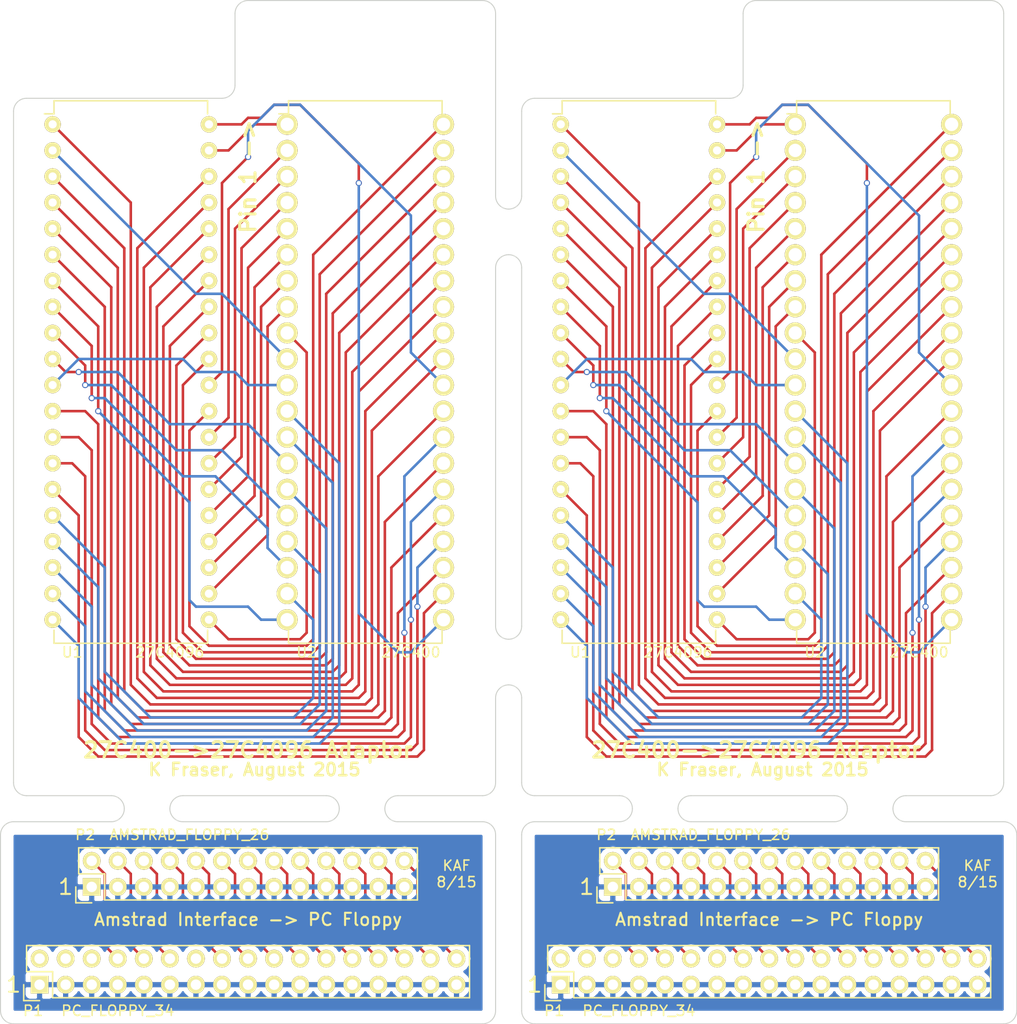
<source format=kicad_pcb>
(kicad_pcb (version 4) (host pcbnew "(after 2015-may-25 BZR unknown)-product")

  (general
    (links 222)
    (no_connects 58)
    (area 112.979999 52.019999 212.140001 151.815001)
    (thickness 1.6)
    (drawings 90)
    (tracks 602)
    (zones 0)
    (modules 14)
    (nets 59)
  )

  (page A4)
  (layers
    (0 F.Cu signal)
    (31 B.Cu signal)
    (32 B.Adhes user)
    (33 F.Adhes user)
    (34 B.Paste user)
    (35 F.Paste user)
    (36 B.SilkS user)
    (37 F.SilkS user)
    (38 B.Mask user)
    (39 F.Mask user)
    (40 Dwgs.User user)
    (41 Cmts.User user)
    (42 Eco1.User user)
    (43 Eco2.User user)
    (44 Edge.Cuts user)
    (45 Margin user)
    (46 B.CrtYd user)
    (47 F.CrtYd user)
    (48 B.Fab user)
    (49 F.Fab user)
  )

  (setup
    (last_trace_width 0.25)
    (trace_clearance 0.2)
    (zone_clearance 0.508)
    (zone_45_only no)
    (trace_min 0.2)
    (segment_width 0.2)
    (edge_width 0.1)
    (via_size 0.6)
    (via_drill 0.4)
    (via_min_size 0.4)
    (via_min_drill 0.3)
    (uvia_size 0.3)
    (uvia_drill 0.1)
    (uvias_allowed no)
    (uvia_min_size 0.2)
    (uvia_min_drill 0.1)
    (pcb_text_width 0.3)
    (pcb_text_size 1.5 1.5)
    (mod_edge_width 0.15)
    (mod_text_size 1 1)
    (mod_text_width 0.15)
    (pad_size 1.5 1.5)
    (pad_drill 0.6)
    (pad_to_mask_clearance 0)
    (aux_axis_origin 0 0)
    (visible_elements FFFFF77F)
    (pcbplotparams
      (layerselection 0x010e0_80000001)
      (usegerberextensions true)
      (excludeedgelayer true)
      (linewidth 0.100000)
      (plotframeref false)
      (viasonmask false)
      (mode 1)
      (useauxorigin false)
      (hpglpennumber 1)
      (hpglpenspeed 20)
      (hpglpendiameter 15)
      (hpglpenoverlay 2)
      (psnegative false)
      (psa4output false)
      (plotreference true)
      (plotvalue true)
      (plotinvisibletext false)
      (padsonsilk false)
      (subtractmaskfromsilk false)
      (outputformat 1)
      (mirror false)
      (drillshape 0)
      (scaleselection 1)
      (outputdirectory gerber/))
  )

  (net 0 "")
  (net 1 /P1)
  (net 2 /P2)
  (net 3 /P3)
  (net 4 /P4)
  (net 5 /P5)
  (net 6 /P6)
  (net 7 /P7)
  (net 8 /P8)
  (net 9 /P9)
  (net 10 /P10)
  (net 11 /P11)
  (net 12 /P12)
  (net 13 /P13)
  (net 14 /P14)
  (net 15 /P15)
  (net 16 /P16)
  (net 17 /P17)
  (net 18 /P18)
  (net 19 /P19)
  (net 20 /P20)
  (net 21 /P21)
  (net 22 /P22)
  (net 23 /P23)
  (net 24 /P24)
  (net 25 /P25)
  (net 26 /P26)
  (net 27 /P27)
  (net 28 /P28)
  (net 29 /P29)
  (net 30 /P30)
  (net 31 /P31)
  (net 32 /P32)
  (net 33 /P33)
  (net 34 /P34)
  (net 35 /P35)
  (net 36 /P36)
  (net 37 /P37)
  (net 38 /P38)
  (net 39 /P39)
  (net 40 /P40)
  (net 41 /GND)
  (net 42 "Net-(P1-Pad2)")
  (net 43 "Net-(P1-Pad4)")
  (net 44 "Net-(P1-Pad6)")
  (net 45 /IDX)
  (net 46 /SEL0)
  (net 47 /SEL1)
  (net 48 "Net-(P1-Pad14)")
  (net 49 /MTR)
  (net 50 /DIR)
  (net 51 /STEP)
  (net 52 /WDATA)
  (net 53 /WGATE)
  (net 54 /TRK0)
  (net 55 /WRPROT)
  (net 56 /RDATA)
  (net 57 /SIDE)
  (net 58 /RDY)

  (net_class Default "This is the default net class."
    (clearance 0.2)
    (trace_width 0.25)
    (via_dia 0.6)
    (via_drill 0.4)
    (uvia_dia 0.3)
    (uvia_drill 0.1)
    (add_net /DIR)
    (add_net /GND)
    (add_net /IDX)
    (add_net /MTR)
    (add_net /P1)
    (add_net /P10)
    (add_net /P11)
    (add_net /P12)
    (add_net /P13)
    (add_net /P14)
    (add_net /P15)
    (add_net /P16)
    (add_net /P17)
    (add_net /P18)
    (add_net /P19)
    (add_net /P2)
    (add_net /P20)
    (add_net /P21)
    (add_net /P22)
    (add_net /P23)
    (add_net /P24)
    (add_net /P25)
    (add_net /P26)
    (add_net /P27)
    (add_net /P28)
    (add_net /P29)
    (add_net /P3)
    (add_net /P30)
    (add_net /P31)
    (add_net /P32)
    (add_net /P33)
    (add_net /P34)
    (add_net /P35)
    (add_net /P36)
    (add_net /P37)
    (add_net /P38)
    (add_net /P39)
    (add_net /P4)
    (add_net /P40)
    (add_net /P5)
    (add_net /P6)
    (add_net /P7)
    (add_net /P8)
    (add_net /P9)
    (add_net /RDATA)
    (add_net /RDY)
    (add_net /SEL0)
    (add_net /SEL1)
    (add_net /SIDE)
    (add_net /STEP)
    (add_net /TRK0)
    (add_net /WDATA)
    (add_net /WGATE)
    (add_net /WRPROT)
    (add_net "Net-(P1-Pad14)")
    (add_net "Net-(P1-Pad2)")
    (add_net "Net-(P1-Pad4)")
    (add_net "Net-(P1-Pad6)")
  )

  (module FF:27C4096 (layer F.Cu) (tedit 55AF61EA) (tstamp 55AF5648)
    (at 118.11 64.135)
    (descr "40-lead dip package, row spacing 15.24 mm (600 mils)")
    (tags "dil dip 2.54 600")
    (path /55AF4EC7)
    (fp_text reference U1 (at 1.905 51.435) (layer F.SilkS)
      (effects (font (size 1 1) (thickness 0.15)))
    )
    (fp_text value 27C4096 (at 11.43 51.435) (layer F.SilkS)
      (effects (font (size 1 1) (thickness 0.15)))
    )
    (fp_line (start -1.05 -2.45) (end -1.05 50.75) (layer F.CrtYd) (width 0.05))
    (fp_line (start 16.3 -2.45) (end 16.3 50.75) (layer F.CrtYd) (width 0.05))
    (fp_line (start -1.05 -2.45) (end 16.3 -2.45) (layer F.CrtYd) (width 0.05))
    (fp_line (start -1.05 50.75) (end 16.3 50.75) (layer F.CrtYd) (width 0.05))
    (fp_line (start 0.135 -2.295) (end 0.135 -1.025) (layer F.SilkS) (width 0.15))
    (fp_line (start 15.105 -2.295) (end 15.105 -1.025) (layer F.SilkS) (width 0.15))
    (fp_line (start 15.105 50.555) (end 15.105 49.285) (layer F.SilkS) (width 0.15))
    (fp_line (start 0.135 50.555) (end 0.135 49.285) (layer F.SilkS) (width 0.15))
    (fp_line (start 0.135 -2.295) (end 15.105 -2.295) (layer F.SilkS) (width 0.15))
    (fp_line (start 0.135 50.555) (end 15.105 50.555) (layer F.SilkS) (width 0.15))
    (fp_line (start 0.135 -1.025) (end -0.8 -1.025) (layer F.SilkS) (width 0.15))
    (pad 1 thru_hole oval (at 0 0) (size 1.6 1.6) (drill 0.8) (layers *.Cu *.Mask F.SilkS)
      (net 1 /P1))
    (pad 2 thru_hole oval (at 0 2.54) (size 1.6 1.6) (drill 0.8) (layers *.Cu *.Mask F.SilkS)
      (net 2 /P2))
    (pad 3 thru_hole oval (at 0 5.08) (size 1.6 1.6) (drill 0.8) (layers *.Cu *.Mask F.SilkS)
      (net 3 /P3))
    (pad 4 thru_hole oval (at 0 7.62) (size 1.6 1.6) (drill 0.8) (layers *.Cu *.Mask F.SilkS)
      (net 4 /P4))
    (pad 5 thru_hole oval (at 0 10.16) (size 1.6 1.6) (drill 0.8) (layers *.Cu *.Mask F.SilkS)
      (net 5 /P5))
    (pad 6 thru_hole oval (at 0 12.7) (size 1.6 1.6) (drill 0.8) (layers *.Cu *.Mask F.SilkS)
      (net 6 /P6))
    (pad 7 thru_hole oval (at 0 15.24) (size 1.6 1.6) (drill 0.8) (layers *.Cu *.Mask F.SilkS)
      (net 7 /P7))
    (pad 8 thru_hole oval (at 0 17.78) (size 1.6 1.6) (drill 0.8) (layers *.Cu *.Mask F.SilkS)
      (net 8 /P8))
    (pad 9 thru_hole oval (at 0 20.32) (size 1.6 1.6) (drill 0.8) (layers *.Cu *.Mask F.SilkS)
      (net 9 /P9))
    (pad 10 thru_hole oval (at 0 22.86) (size 1.6 1.6) (drill 0.8) (layers *.Cu *.Mask F.SilkS)
      (net 10 /P10))
    (pad 11 thru_hole oval (at 0 25.4) (size 1.6 1.6) (drill 0.8) (layers *.Cu *.Mask F.SilkS)
      (net 11 /P11))
    (pad 12 thru_hole oval (at 0 27.94) (size 1.6 1.6) (drill 0.8) (layers *.Cu *.Mask F.SilkS)
      (net 12 /P12))
    (pad 13 thru_hole oval (at 0 30.48) (size 1.6 1.6) (drill 0.8) (layers *.Cu *.Mask F.SilkS)
      (net 13 /P13))
    (pad 14 thru_hole oval (at 0 33.02) (size 1.6 1.6) (drill 0.8) (layers *.Cu *.Mask F.SilkS)
      (net 14 /P14))
    (pad 15 thru_hole oval (at 0 35.56) (size 1.6 1.6) (drill 0.8) (layers *.Cu *.Mask F.SilkS)
      (net 15 /P15))
    (pad 16 thru_hole oval (at 0 38.1) (size 1.6 1.6) (drill 0.8) (layers *.Cu *.Mask F.SilkS)
      (net 16 /P16))
    (pad 17 thru_hole oval (at 0 40.64) (size 1.6 1.6) (drill 0.8) (layers *.Cu *.Mask F.SilkS)
      (net 17 /P17))
    (pad 18 thru_hole oval (at 0 43.18) (size 1.6 1.6) (drill 0.8) (layers *.Cu *.Mask F.SilkS)
      (net 18 /P18))
    (pad 19 thru_hole oval (at 0 45.72) (size 1.6 1.6) (drill 0.8) (layers *.Cu *.Mask F.SilkS)
      (net 19 /P19))
    (pad 20 thru_hole oval (at 0 48.26) (size 1.6 1.6) (drill 0.8) (layers *.Cu *.Mask F.SilkS)
      (net 20 /P20))
    (pad 21 thru_hole oval (at 15.24 48.26) (size 1.6 1.6) (drill 0.8) (layers *.Cu *.Mask F.SilkS)
      (net 21 /P21))
    (pad 22 thru_hole oval (at 15.24 45.72) (size 1.6 1.6) (drill 0.8) (layers *.Cu *.Mask F.SilkS)
      (net 22 /P22))
    (pad 23 thru_hole oval (at 15.24 43.18) (size 1.6 1.6) (drill 0.8) (layers *.Cu *.Mask F.SilkS)
      (net 23 /P23))
    (pad 24 thru_hole oval (at 15.24 40.64) (size 1.6 1.6) (drill 0.8) (layers *.Cu *.Mask F.SilkS)
      (net 24 /P24))
    (pad 25 thru_hole oval (at 15.24 38.1) (size 1.6 1.6) (drill 0.8) (layers *.Cu *.Mask F.SilkS)
      (net 25 /P25))
    (pad 26 thru_hole oval (at 15.24 35.56) (size 1.6 1.6) (drill 0.8) (layers *.Cu *.Mask F.SilkS)
      (net 26 /P26))
    (pad 27 thru_hole oval (at 15.24 33.02) (size 1.6 1.6) (drill 0.8) (layers *.Cu *.Mask F.SilkS)
      (net 27 /P27))
    (pad 28 thru_hole oval (at 15.24 30.48) (size 1.6 1.6) (drill 0.8) (layers *.Cu *.Mask F.SilkS)
      (net 28 /P28))
    (pad 29 thru_hole oval (at 15.24 27.94) (size 1.6 1.6) (drill 0.8) (layers *.Cu *.Mask F.SilkS)
      (net 29 /P29))
    (pad 30 thru_hole oval (at 15.24 25.4) (size 1.6 1.6) (drill 0.8) (layers *.Cu *.Mask F.SilkS)
      (net 30 /P30))
    (pad 31 thru_hole oval (at 15.24 22.86) (size 1.6 1.6) (drill 0.8) (layers *.Cu *.Mask F.SilkS)
      (net 31 /P31))
    (pad 32 thru_hole oval (at 15.24 20.32) (size 1.6 1.6) (drill 0.8) (layers *.Cu *.Mask F.SilkS)
      (net 32 /P32))
    (pad 33 thru_hole oval (at 15.24 17.78) (size 1.6 1.6) (drill 0.8) (layers *.Cu *.Mask F.SilkS)
      (net 33 /P33))
    (pad 34 thru_hole oval (at 15.24 15.24) (size 1.6 1.6) (drill 0.8) (layers *.Cu *.Mask F.SilkS)
      (net 34 /P34))
    (pad 35 thru_hole oval (at 15.24 12.7) (size 1.6 1.6) (drill 0.8) (layers *.Cu *.Mask F.SilkS)
      (net 35 /P35))
    (pad 36 thru_hole oval (at 15.24 10.16) (size 1.6 1.6) (drill 0.8) (layers *.Cu *.Mask F.SilkS)
      (net 36 /P36))
    (pad 37 thru_hole oval (at 15.24 7.62) (size 1.6 1.6) (drill 0.8) (layers *.Cu *.Mask F.SilkS)
      (net 37 /P37))
    (pad 38 thru_hole oval (at 15.24 5.08) (size 1.6 1.6) (drill 0.8) (layers *.Cu *.Mask F.SilkS)
      (net 38 /P38))
    (pad 39 thru_hole oval (at 15.24 2.54) (size 1.6 1.6) (drill 0.8) (layers *.Cu *.Mask F.SilkS)
      (net 39 /P39))
    (pad 40 thru_hole oval (at 15.24 0) (size 1.6 1.6) (drill 0.8) (layers *.Cu *.Mask F.SilkS)
      (net 40 /P40))
    (model Housings_DIP.3dshapes/DIP-40_W15.24mm.wrl
      (at (xyz 0 0 0))
      (scale (xyz 1 1 1))
      (rotate (xyz 0 0 0))
    )
  )

  (module FF:27C400 (layer F.Cu) (tedit 55AF61FA) (tstamp 55AF5674)
    (at 140.97 64.135)
    (descr "40-lead dip package, row spacing 15.24 mm (600 mils)")
    (tags "dil dip 2.54 600")
    (path /55AF4F2A)
    (fp_text reference U2 (at 1.905 51.435) (layer F.SilkS)
      (effects (font (size 1 1) (thickness 0.15)))
    )
    (fp_text value 27C400 (at 12.065 51.435) (layer F.SilkS)
      (effects (font (size 1 1) (thickness 0.15)))
    )
    (fp_line (start -1.05 -2.45) (end -1.05 50.75) (layer F.CrtYd) (width 0.05))
    (fp_line (start 16.3 -2.45) (end 16.3 50.75) (layer F.CrtYd) (width 0.05))
    (fp_line (start -1.05 -2.45) (end 16.3 -2.45) (layer F.CrtYd) (width 0.05))
    (fp_line (start -1.05 50.75) (end 16.3 50.75) (layer F.CrtYd) (width 0.05))
    (fp_line (start 0.135 -2.295) (end 0.135 -1.025) (layer F.SilkS) (width 0.15))
    (fp_line (start 15.105 -2.295) (end 15.105 -1.025) (layer F.SilkS) (width 0.15))
    (fp_line (start 15.105 50.555) (end 15.105 49.285) (layer F.SilkS) (width 0.15))
    (fp_line (start 0.135 50.555) (end 0.135 49.285) (layer F.SilkS) (width 0.15))
    (fp_line (start 0.135 -2.295) (end 15.105 -2.295) (layer F.SilkS) (width 0.15))
    (fp_line (start 0.135 50.555) (end 15.105 50.555) (layer F.SilkS) (width 0.15))
    (fp_line (start 0.135 -1.025) (end -0.8 -1.025) (layer F.SilkS) (width 0.15))
    (pad 1 thru_hole oval (at 0 0) (size 2.05 2.05) (drill 1.3) (layers *.Cu *.Mask F.SilkS)
      (net 39 /P39))
    (pad 2 thru_hole oval (at 0 2.54) (size 2.05 2.05) (drill 1.3) (layers *.Cu *.Mask F.SilkS)
      (net 28 /P28))
    (pad 3 thru_hole oval (at 0 5.08) (size 2.05 2.05) (drill 1.3) (layers *.Cu *.Mask F.SilkS)
      (net 27 /P27))
    (pad 4 thru_hole oval (at 0 7.62) (size 2.05 2.05) (drill 1.3) (layers *.Cu *.Mask F.SilkS)
      (net 26 /P26))
    (pad 5 thru_hole oval (at 0 10.16) (size 2.05 2.05) (drill 1.3) (layers *.Cu *.Mask F.SilkS)
      (net 25 /P25))
    (pad 6 thru_hole oval (at 0 12.7) (size 2.05 2.05) (drill 1.3) (layers *.Cu *.Mask F.SilkS)
      (net 24 /P24))
    (pad 7 thru_hole oval (at 0 15.24) (size 2.05 2.05) (drill 1.3) (layers *.Cu *.Mask F.SilkS)
      (net 23 /P23))
    (pad 8 thru_hole oval (at 0 17.78) (size 2.05 2.05) (drill 1.3) (layers *.Cu *.Mask F.SilkS)
      (net 22 /P22))
    (pad 9 thru_hole oval (at 0 20.32) (size 2.05 2.05) (drill 1.3) (layers *.Cu *.Mask F.SilkS)
      (net 21 /P21))
    (pad 10 thru_hole oval (at 0 22.86) (size 2.05 2.05) (drill 1.3) (layers *.Cu *.Mask F.SilkS)
      (net 2 /P2))
    (pad 11 thru_hole oval (at 0 25.4) (size 2.05 2.05) (drill 1.3) (layers *.Cu *.Mask F.SilkS)
      (net 11 /P11))
    (pad 12 thru_hole oval (at 0 27.94) (size 2.05 2.05) (drill 1.3) (layers *.Cu *.Mask F.SilkS)
      (net 20 /P20))
    (pad 13 thru_hole oval (at 0 30.48) (size 2.05 2.05) (drill 1.3) (layers *.Cu *.Mask F.SilkS)
      (net 19 /P19))
    (pad 14 thru_hole oval (at 0 33.02) (size 2.05 2.05) (drill 1.3) (layers *.Cu *.Mask F.SilkS)
      (net 10 /P10))
    (pad 15 thru_hole oval (at 0 35.56) (size 2.05 2.05) (drill 1.3) (layers *.Cu *.Mask F.SilkS)
      (net 18 /P18))
    (pad 16 thru_hole oval (at 0 38.1) (size 2.05 2.05) (drill 1.3) (layers *.Cu *.Mask F.SilkS)
      (net 9 /P9))
    (pad 17 thru_hole oval (at 0 40.64) (size 2.05 2.05) (drill 1.3) (layers *.Cu *.Mask F.SilkS)
      (net 17 /P17))
    (pad 18 thru_hole oval (at 0 43.18) (size 2.05 2.05) (drill 1.3) (layers *.Cu *.Mask F.SilkS)
      (net 8 /P8))
    (pad 19 thru_hole oval (at 0 45.72) (size 2.05 2.05) (drill 1.3) (layers *.Cu *.Mask F.SilkS)
      (net 16 /P16))
    (pad 20 thru_hole oval (at 0 48.26) (size 2.05 2.05) (drill 1.3) (layers *.Cu *.Mask F.SilkS)
      (net 7 /P7))
    (pad 21 thru_hole oval (at 15.24 48.26) (size 2.05 2.05) (drill 1.3) (layers *.Cu *.Mask F.SilkS)
      (net 40 /P40))
    (pad 22 thru_hole oval (at 15.24 45.72) (size 2.05 2.05) (drill 1.3) (layers *.Cu *.Mask F.SilkS)
      (net 15 /P15))
    (pad 23 thru_hole oval (at 15.24 43.18) (size 2.05 2.05) (drill 1.3) (layers *.Cu *.Mask F.SilkS)
      (net 6 /P6))
    (pad 24 thru_hole oval (at 15.24 40.64) (size 2.05 2.05) (drill 1.3) (layers *.Cu *.Mask F.SilkS)
      (net 14 /P14))
    (pad 25 thru_hole oval (at 15.24 38.1) (size 2.05 2.05) (drill 1.3) (layers *.Cu *.Mask F.SilkS)
      (net 5 /P5))
    (pad 26 thru_hole oval (at 15.24 35.56) (size 2.05 2.05) (drill 1.3) (layers *.Cu *.Mask F.SilkS)
      (net 13 /P13))
    (pad 27 thru_hole oval (at 15.24 33.02) (size 2.05 2.05) (drill 1.3) (layers *.Cu *.Mask F.SilkS)
      (net 4 /P4))
    (pad 28 thru_hole oval (at 15.24 30.48) (size 2.05 2.05) (drill 1.3) (layers *.Cu *.Mask F.SilkS)
      (net 12 /P12))
    (pad 29 thru_hole oval (at 15.24 27.94) (size 2.05 2.05) (drill 1.3) (layers *.Cu *.Mask F.SilkS)
      (net 3 /P3))
    (pad 30 thru_hole oval (at 15.24 25.4) (size 2.05 2.05) (drill 1.3) (layers *.Cu *.Mask F.SilkS)
      (net 30 /P30))
    (pad 31 thru_hole oval (at 15.24 22.86) (size 2.05 2.05) (drill 1.3) (layers *.Cu *.Mask F.SilkS)
      (net 1 /P1))
    (pad 32 thru_hole oval (at 15.24 20.32) (size 2.05 2.05) (drill 1.3) (layers *.Cu *.Mask F.SilkS)
      (net 38 /P38))
    (pad 33 thru_hole oval (at 15.24 17.78) (size 2.05 2.05) (drill 1.3) (layers *.Cu *.Mask F.SilkS)
      (net 37 /P37))
    (pad 34 thru_hole oval (at 15.24 15.24) (size 2.05 2.05) (drill 1.3) (layers *.Cu *.Mask F.SilkS)
      (net 36 /P36))
    (pad 35 thru_hole oval (at 15.24 12.7) (size 2.05 2.05) (drill 1.3) (layers *.Cu *.Mask F.SilkS)
      (net 35 /P35))
    (pad 36 thru_hole oval (at 15.24 10.16) (size 2.05 2.05) (drill 1.3) (layers *.Cu *.Mask F.SilkS)
      (net 34 /P34))
    (pad 37 thru_hole oval (at 15.24 7.62) (size 2.05 2.05) (drill 1.3) (layers *.Cu *.Mask F.SilkS)
      (net 33 /P33))
    (pad 38 thru_hole oval (at 15.24 5.08) (size 2.05 2.05) (drill 1.3) (layers *.Cu *.Mask F.SilkS)
      (net 32 /P32))
    (pad 39 thru_hole oval (at 15.24 2.54) (size 2.05 2.05) (drill 1.3) (layers *.Cu *.Mask F.SilkS)
      (net 31 /P31))
    (pad 40 thru_hole oval (at 15.24 0) (size 2.05 2.05) (drill 1.3) (layers *.Cu *.Mask F.SilkS)
      (net 29 /P29))
    (model Housings_DIP.3dshapes/DIP-40_W15.24mm.wrl
      (at (xyz 0 0 0))
      (scale (xyz 1 1 1))
      (rotate (xyz 0 0 0))
    )
  )

  (module FF:27C4096 (layer F.Cu) (tedit 55AF61EA) (tstamp 55AF5648)
    (at 167.64 64.135)
    (descr "40-lead dip package, row spacing 15.24 mm (600 mils)")
    (tags "dil dip 2.54 600")
    (path /55AF4EC7)
    (fp_text reference U1 (at 1.905 51.435) (layer F.SilkS)
      (effects (font (size 1 1) (thickness 0.15)))
    )
    (fp_text value 27C4096 (at 11.43 51.435) (layer F.SilkS)
      (effects (font (size 1 1) (thickness 0.15)))
    )
    (fp_line (start -1.05 -2.45) (end -1.05 50.75) (layer F.CrtYd) (width 0.05))
    (fp_line (start 16.3 -2.45) (end 16.3 50.75) (layer F.CrtYd) (width 0.05))
    (fp_line (start -1.05 -2.45) (end 16.3 -2.45) (layer F.CrtYd) (width 0.05))
    (fp_line (start -1.05 50.75) (end 16.3 50.75) (layer F.CrtYd) (width 0.05))
    (fp_line (start 0.135 -2.295) (end 0.135 -1.025) (layer F.SilkS) (width 0.15))
    (fp_line (start 15.105 -2.295) (end 15.105 -1.025) (layer F.SilkS) (width 0.15))
    (fp_line (start 15.105 50.555) (end 15.105 49.285) (layer F.SilkS) (width 0.15))
    (fp_line (start 0.135 50.555) (end 0.135 49.285) (layer F.SilkS) (width 0.15))
    (fp_line (start 0.135 -2.295) (end 15.105 -2.295) (layer F.SilkS) (width 0.15))
    (fp_line (start 0.135 50.555) (end 15.105 50.555) (layer F.SilkS) (width 0.15))
    (fp_line (start 0.135 -1.025) (end -0.8 -1.025) (layer F.SilkS) (width 0.15))
    (pad 1 thru_hole oval (at 0 0) (size 1.6 1.6) (drill 0.8) (layers *.Cu *.Mask F.SilkS)
      (net 1 /P1))
    (pad 2 thru_hole oval (at 0 2.54) (size 1.6 1.6) (drill 0.8) (layers *.Cu *.Mask F.SilkS)
      (net 2 /P2))
    (pad 3 thru_hole oval (at 0 5.08) (size 1.6 1.6) (drill 0.8) (layers *.Cu *.Mask F.SilkS)
      (net 3 /P3))
    (pad 4 thru_hole oval (at 0 7.62) (size 1.6 1.6) (drill 0.8) (layers *.Cu *.Mask F.SilkS)
      (net 4 /P4))
    (pad 5 thru_hole oval (at 0 10.16) (size 1.6 1.6) (drill 0.8) (layers *.Cu *.Mask F.SilkS)
      (net 5 /P5))
    (pad 6 thru_hole oval (at 0 12.7) (size 1.6 1.6) (drill 0.8) (layers *.Cu *.Mask F.SilkS)
      (net 6 /P6))
    (pad 7 thru_hole oval (at 0 15.24) (size 1.6 1.6) (drill 0.8) (layers *.Cu *.Mask F.SilkS)
      (net 7 /P7))
    (pad 8 thru_hole oval (at 0 17.78) (size 1.6 1.6) (drill 0.8) (layers *.Cu *.Mask F.SilkS)
      (net 8 /P8))
    (pad 9 thru_hole oval (at 0 20.32) (size 1.6 1.6) (drill 0.8) (layers *.Cu *.Mask F.SilkS)
      (net 9 /P9))
    (pad 10 thru_hole oval (at 0 22.86) (size 1.6 1.6) (drill 0.8) (layers *.Cu *.Mask F.SilkS)
      (net 10 /P10))
    (pad 11 thru_hole oval (at 0 25.4) (size 1.6 1.6) (drill 0.8) (layers *.Cu *.Mask F.SilkS)
      (net 11 /P11))
    (pad 12 thru_hole oval (at 0 27.94) (size 1.6 1.6) (drill 0.8) (layers *.Cu *.Mask F.SilkS)
      (net 12 /P12))
    (pad 13 thru_hole oval (at 0 30.48) (size 1.6 1.6) (drill 0.8) (layers *.Cu *.Mask F.SilkS)
      (net 13 /P13))
    (pad 14 thru_hole oval (at 0 33.02) (size 1.6 1.6) (drill 0.8) (layers *.Cu *.Mask F.SilkS)
      (net 14 /P14))
    (pad 15 thru_hole oval (at 0 35.56) (size 1.6 1.6) (drill 0.8) (layers *.Cu *.Mask F.SilkS)
      (net 15 /P15))
    (pad 16 thru_hole oval (at 0 38.1) (size 1.6 1.6) (drill 0.8) (layers *.Cu *.Mask F.SilkS)
      (net 16 /P16))
    (pad 17 thru_hole oval (at 0 40.64) (size 1.6 1.6) (drill 0.8) (layers *.Cu *.Mask F.SilkS)
      (net 17 /P17))
    (pad 18 thru_hole oval (at 0 43.18) (size 1.6 1.6) (drill 0.8) (layers *.Cu *.Mask F.SilkS)
      (net 18 /P18))
    (pad 19 thru_hole oval (at 0 45.72) (size 1.6 1.6) (drill 0.8) (layers *.Cu *.Mask F.SilkS)
      (net 19 /P19))
    (pad 20 thru_hole oval (at 0 48.26) (size 1.6 1.6) (drill 0.8) (layers *.Cu *.Mask F.SilkS)
      (net 20 /P20))
    (pad 21 thru_hole oval (at 15.24 48.26) (size 1.6 1.6) (drill 0.8) (layers *.Cu *.Mask F.SilkS)
      (net 21 /P21))
    (pad 22 thru_hole oval (at 15.24 45.72) (size 1.6 1.6) (drill 0.8) (layers *.Cu *.Mask F.SilkS)
      (net 22 /P22))
    (pad 23 thru_hole oval (at 15.24 43.18) (size 1.6 1.6) (drill 0.8) (layers *.Cu *.Mask F.SilkS)
      (net 23 /P23))
    (pad 24 thru_hole oval (at 15.24 40.64) (size 1.6 1.6) (drill 0.8) (layers *.Cu *.Mask F.SilkS)
      (net 24 /P24))
    (pad 25 thru_hole oval (at 15.24 38.1) (size 1.6 1.6) (drill 0.8) (layers *.Cu *.Mask F.SilkS)
      (net 25 /P25))
    (pad 26 thru_hole oval (at 15.24 35.56) (size 1.6 1.6) (drill 0.8) (layers *.Cu *.Mask F.SilkS)
      (net 26 /P26))
    (pad 27 thru_hole oval (at 15.24 33.02) (size 1.6 1.6) (drill 0.8) (layers *.Cu *.Mask F.SilkS)
      (net 27 /P27))
    (pad 28 thru_hole oval (at 15.24 30.48) (size 1.6 1.6) (drill 0.8) (layers *.Cu *.Mask F.SilkS)
      (net 28 /P28))
    (pad 29 thru_hole oval (at 15.24 27.94) (size 1.6 1.6) (drill 0.8) (layers *.Cu *.Mask F.SilkS)
      (net 29 /P29))
    (pad 30 thru_hole oval (at 15.24 25.4) (size 1.6 1.6) (drill 0.8) (layers *.Cu *.Mask F.SilkS)
      (net 30 /P30))
    (pad 31 thru_hole oval (at 15.24 22.86) (size 1.6 1.6) (drill 0.8) (layers *.Cu *.Mask F.SilkS)
      (net 31 /P31))
    (pad 32 thru_hole oval (at 15.24 20.32) (size 1.6 1.6) (drill 0.8) (layers *.Cu *.Mask F.SilkS)
      (net 32 /P32))
    (pad 33 thru_hole oval (at 15.24 17.78) (size 1.6 1.6) (drill 0.8) (layers *.Cu *.Mask F.SilkS)
      (net 33 /P33))
    (pad 34 thru_hole oval (at 15.24 15.24) (size 1.6 1.6) (drill 0.8) (layers *.Cu *.Mask F.SilkS)
      (net 34 /P34))
    (pad 35 thru_hole oval (at 15.24 12.7) (size 1.6 1.6) (drill 0.8) (layers *.Cu *.Mask F.SilkS)
      (net 35 /P35))
    (pad 36 thru_hole oval (at 15.24 10.16) (size 1.6 1.6) (drill 0.8) (layers *.Cu *.Mask F.SilkS)
      (net 36 /P36))
    (pad 37 thru_hole oval (at 15.24 7.62) (size 1.6 1.6) (drill 0.8) (layers *.Cu *.Mask F.SilkS)
      (net 37 /P37))
    (pad 38 thru_hole oval (at 15.24 5.08) (size 1.6 1.6) (drill 0.8) (layers *.Cu *.Mask F.SilkS)
      (net 38 /P38))
    (pad 39 thru_hole oval (at 15.24 2.54) (size 1.6 1.6) (drill 0.8) (layers *.Cu *.Mask F.SilkS)
      (net 39 /P39))
    (pad 40 thru_hole oval (at 15.24 0) (size 1.6 1.6) (drill 0.8) (layers *.Cu *.Mask F.SilkS)
      (net 40 /P40))
    (model Housings_DIP.3dshapes/DIP-40_W15.24mm.wrl
      (at (xyz 0 0 0))
      (scale (xyz 1 1 1))
      (rotate (xyz 0 0 0))
    )
  )

  (module FF:27C400 (layer F.Cu) (tedit 55AF61FA) (tstamp 55AF5674)
    (at 190.5 64.135)
    (descr "40-lead dip package, row spacing 15.24 mm (600 mils)")
    (tags "dil dip 2.54 600")
    (path /55AF4F2A)
    (fp_text reference U2 (at 1.905 51.435) (layer F.SilkS)
      (effects (font (size 1 1) (thickness 0.15)))
    )
    (fp_text value 27C400 (at 12.065 51.435) (layer F.SilkS)
      (effects (font (size 1 1) (thickness 0.15)))
    )
    (fp_line (start -1.05 -2.45) (end -1.05 50.75) (layer F.CrtYd) (width 0.05))
    (fp_line (start 16.3 -2.45) (end 16.3 50.75) (layer F.CrtYd) (width 0.05))
    (fp_line (start -1.05 -2.45) (end 16.3 -2.45) (layer F.CrtYd) (width 0.05))
    (fp_line (start -1.05 50.75) (end 16.3 50.75) (layer F.CrtYd) (width 0.05))
    (fp_line (start 0.135 -2.295) (end 0.135 -1.025) (layer F.SilkS) (width 0.15))
    (fp_line (start 15.105 -2.295) (end 15.105 -1.025) (layer F.SilkS) (width 0.15))
    (fp_line (start 15.105 50.555) (end 15.105 49.285) (layer F.SilkS) (width 0.15))
    (fp_line (start 0.135 50.555) (end 0.135 49.285) (layer F.SilkS) (width 0.15))
    (fp_line (start 0.135 -2.295) (end 15.105 -2.295) (layer F.SilkS) (width 0.15))
    (fp_line (start 0.135 50.555) (end 15.105 50.555) (layer F.SilkS) (width 0.15))
    (fp_line (start 0.135 -1.025) (end -0.8 -1.025) (layer F.SilkS) (width 0.15))
    (pad 1 thru_hole oval (at 0 0) (size 2.05 2.05) (drill 1.3) (layers *.Cu *.Mask F.SilkS)
      (net 39 /P39))
    (pad 2 thru_hole oval (at 0 2.54) (size 2.05 2.05) (drill 1.3) (layers *.Cu *.Mask F.SilkS)
      (net 28 /P28))
    (pad 3 thru_hole oval (at 0 5.08) (size 2.05 2.05) (drill 1.3) (layers *.Cu *.Mask F.SilkS)
      (net 27 /P27))
    (pad 4 thru_hole oval (at 0 7.62) (size 2.05 2.05) (drill 1.3) (layers *.Cu *.Mask F.SilkS)
      (net 26 /P26))
    (pad 5 thru_hole oval (at 0 10.16) (size 2.05 2.05) (drill 1.3) (layers *.Cu *.Mask F.SilkS)
      (net 25 /P25))
    (pad 6 thru_hole oval (at 0 12.7) (size 2.05 2.05) (drill 1.3) (layers *.Cu *.Mask F.SilkS)
      (net 24 /P24))
    (pad 7 thru_hole oval (at 0 15.24) (size 2.05 2.05) (drill 1.3) (layers *.Cu *.Mask F.SilkS)
      (net 23 /P23))
    (pad 8 thru_hole oval (at 0 17.78) (size 2.05 2.05) (drill 1.3) (layers *.Cu *.Mask F.SilkS)
      (net 22 /P22))
    (pad 9 thru_hole oval (at 0 20.32) (size 2.05 2.05) (drill 1.3) (layers *.Cu *.Mask F.SilkS)
      (net 21 /P21))
    (pad 10 thru_hole oval (at 0 22.86) (size 2.05 2.05) (drill 1.3) (layers *.Cu *.Mask F.SilkS)
      (net 2 /P2))
    (pad 11 thru_hole oval (at 0 25.4) (size 2.05 2.05) (drill 1.3) (layers *.Cu *.Mask F.SilkS)
      (net 11 /P11))
    (pad 12 thru_hole oval (at 0 27.94) (size 2.05 2.05) (drill 1.3) (layers *.Cu *.Mask F.SilkS)
      (net 20 /P20))
    (pad 13 thru_hole oval (at 0 30.48) (size 2.05 2.05) (drill 1.3) (layers *.Cu *.Mask F.SilkS)
      (net 19 /P19))
    (pad 14 thru_hole oval (at 0 33.02) (size 2.05 2.05) (drill 1.3) (layers *.Cu *.Mask F.SilkS)
      (net 10 /P10))
    (pad 15 thru_hole oval (at 0 35.56) (size 2.05 2.05) (drill 1.3) (layers *.Cu *.Mask F.SilkS)
      (net 18 /P18))
    (pad 16 thru_hole oval (at 0 38.1) (size 2.05 2.05) (drill 1.3) (layers *.Cu *.Mask F.SilkS)
      (net 9 /P9))
    (pad 17 thru_hole oval (at 0 40.64) (size 2.05 2.05) (drill 1.3) (layers *.Cu *.Mask F.SilkS)
      (net 17 /P17))
    (pad 18 thru_hole oval (at 0 43.18) (size 2.05 2.05) (drill 1.3) (layers *.Cu *.Mask F.SilkS)
      (net 8 /P8))
    (pad 19 thru_hole oval (at 0 45.72) (size 2.05 2.05) (drill 1.3) (layers *.Cu *.Mask F.SilkS)
      (net 16 /P16))
    (pad 20 thru_hole oval (at 0 48.26) (size 2.05 2.05) (drill 1.3) (layers *.Cu *.Mask F.SilkS)
      (net 7 /P7))
    (pad 21 thru_hole oval (at 15.24 48.26) (size 2.05 2.05) (drill 1.3) (layers *.Cu *.Mask F.SilkS)
      (net 40 /P40))
    (pad 22 thru_hole oval (at 15.24 45.72) (size 2.05 2.05) (drill 1.3) (layers *.Cu *.Mask F.SilkS)
      (net 15 /P15))
    (pad 23 thru_hole oval (at 15.24 43.18) (size 2.05 2.05) (drill 1.3) (layers *.Cu *.Mask F.SilkS)
      (net 6 /P6))
    (pad 24 thru_hole oval (at 15.24 40.64) (size 2.05 2.05) (drill 1.3) (layers *.Cu *.Mask F.SilkS)
      (net 14 /P14))
    (pad 25 thru_hole oval (at 15.24 38.1) (size 2.05 2.05) (drill 1.3) (layers *.Cu *.Mask F.SilkS)
      (net 5 /P5))
    (pad 26 thru_hole oval (at 15.24 35.56) (size 2.05 2.05) (drill 1.3) (layers *.Cu *.Mask F.SilkS)
      (net 13 /P13))
    (pad 27 thru_hole oval (at 15.24 33.02) (size 2.05 2.05) (drill 1.3) (layers *.Cu *.Mask F.SilkS)
      (net 4 /P4))
    (pad 28 thru_hole oval (at 15.24 30.48) (size 2.05 2.05) (drill 1.3) (layers *.Cu *.Mask F.SilkS)
      (net 12 /P12))
    (pad 29 thru_hole oval (at 15.24 27.94) (size 2.05 2.05) (drill 1.3) (layers *.Cu *.Mask F.SilkS)
      (net 3 /P3))
    (pad 30 thru_hole oval (at 15.24 25.4) (size 2.05 2.05) (drill 1.3) (layers *.Cu *.Mask F.SilkS)
      (net 30 /P30))
    (pad 31 thru_hole oval (at 15.24 22.86) (size 2.05 2.05) (drill 1.3) (layers *.Cu *.Mask F.SilkS)
      (net 1 /P1))
    (pad 32 thru_hole oval (at 15.24 20.32) (size 2.05 2.05) (drill 1.3) (layers *.Cu *.Mask F.SilkS)
      (net 38 /P38))
    (pad 33 thru_hole oval (at 15.24 17.78) (size 2.05 2.05) (drill 1.3) (layers *.Cu *.Mask F.SilkS)
      (net 37 /P37))
    (pad 34 thru_hole oval (at 15.24 15.24) (size 2.05 2.05) (drill 1.3) (layers *.Cu *.Mask F.SilkS)
      (net 36 /P36))
    (pad 35 thru_hole oval (at 15.24 12.7) (size 2.05 2.05) (drill 1.3) (layers *.Cu *.Mask F.SilkS)
      (net 35 /P35))
    (pad 36 thru_hole oval (at 15.24 10.16) (size 2.05 2.05) (drill 1.3) (layers *.Cu *.Mask F.SilkS)
      (net 34 /P34))
    (pad 37 thru_hole oval (at 15.24 7.62) (size 2.05 2.05) (drill 1.3) (layers *.Cu *.Mask F.SilkS)
      (net 33 /P33))
    (pad 38 thru_hole oval (at 15.24 5.08) (size 2.05 2.05) (drill 1.3) (layers *.Cu *.Mask F.SilkS)
      (net 32 /P32))
    (pad 39 thru_hole oval (at 15.24 2.54) (size 2.05 2.05) (drill 1.3) (layers *.Cu *.Mask F.SilkS)
      (net 31 /P31))
    (pad 40 thru_hole oval (at 15.24 0) (size 2.05 2.05) (drill 1.3) (layers *.Cu *.Mask F.SilkS)
      (net 29 /P29))
    (model Housings_DIP.3dshapes/DIP-40_W15.24mm.wrl
      (at (xyz 0 0 0))
      (scale (xyz 1 1 1))
      (rotate (xyz 0 0 0))
    )
  )

  (module Pin_Headers:Pin_Header_Straight_2x17 (layer F.Cu) (tedit 55D8B6E0) (tstamp 55AF9A0B)
    (at 116.84 147.955 90)
    (descr "Through hole pin header")
    (tags "pin header")
    (path /55AF972A)
    (fp_text reference P1 (at -2.54 -0.635 180) (layer F.SilkS)
      (effects (font (size 1 1) (thickness 0.15)))
    )
    (fp_text value PC_FLOPPY_34 (at -2.54 7.62 180) (layer F.SilkS)
      (effects (font (size 1 1) (thickness 0.15)))
    )
    (fp_line (start -1.75 -1.75) (end -1.75 42.4) (layer F.CrtYd) (width 0.05))
    (fp_line (start 4.3 -1.75) (end 4.3 42.4) (layer F.CrtYd) (width 0.05))
    (fp_line (start -1.75 -1.75) (end 4.3 -1.75) (layer F.CrtYd) (width 0.05))
    (fp_line (start -1.75 42.4) (end 4.3 42.4) (layer F.CrtYd) (width 0.05))
    (fp_line (start 3.81 41.91) (end 3.81 -1.27) (layer F.SilkS) (width 0.15))
    (fp_line (start -1.27 1.27) (end -1.27 41.91) (layer F.SilkS) (width 0.15))
    (fp_line (start 3.81 41.91) (end -1.27 41.91) (layer F.SilkS) (width 0.15))
    (fp_line (start 3.81 -1.27) (end 1.27 -1.27) (layer F.SilkS) (width 0.15))
    (fp_line (start 0 -1.55) (end -1.55 -1.55) (layer F.SilkS) (width 0.15))
    (fp_line (start 1.27 -1.27) (end 1.27 1.27) (layer F.SilkS) (width 0.15))
    (fp_line (start 1.27 1.27) (end -1.27 1.27) (layer F.SilkS) (width 0.15))
    (fp_line (start -1.55 -1.55) (end -1.55 0) (layer F.SilkS) (width 0.15))
    (pad 1 thru_hole rect (at 0 0 90) (size 1.7272 1.7272) (drill 1.016) (layers *.Cu *.Mask F.SilkS)
      (net 41 /GND))
    (pad 2 thru_hole oval (at 2.54 0 90) (size 1.7272 1.7272) (drill 1.016) (layers *.Cu *.Mask F.SilkS)
      (net 42 "Net-(P1-Pad2)"))
    (pad 3 thru_hole oval (at 0 2.54 90) (size 1.7272 1.7272) (drill 1.016) (layers *.Cu *.Mask F.SilkS)
      (net 41 /GND))
    (pad 4 thru_hole oval (at 2.54 2.54 90) (size 1.7272 1.7272) (drill 1.016) (layers *.Cu *.Mask F.SilkS)
      (net 43 "Net-(P1-Pad4)"))
    (pad 5 thru_hole oval (at 0 5.08 90) (size 1.7272 1.7272) (drill 1.016) (layers *.Cu *.Mask F.SilkS)
      (net 41 /GND))
    (pad 6 thru_hole oval (at 2.54 5.08 90) (size 1.7272 1.7272) (drill 1.016) (layers *.Cu *.Mask F.SilkS)
      (net 44 "Net-(P1-Pad6)"))
    (pad 7 thru_hole oval (at 0 7.62 90) (size 1.7272 1.7272) (drill 1.016) (layers *.Cu *.Mask F.SilkS)
      (net 41 /GND))
    (pad 8 thru_hole oval (at 2.54 7.62 90) (size 1.7272 1.7272) (drill 1.016) (layers *.Cu *.Mask F.SilkS)
      (net 45 /IDX))
    (pad 9 thru_hole oval (at 0 10.16 90) (size 1.7272 1.7272) (drill 1.016) (layers *.Cu *.Mask F.SilkS)
      (net 41 /GND))
    (pad 10 thru_hole oval (at 2.54 10.16 90) (size 1.7272 1.7272) (drill 1.016) (layers *.Cu *.Mask F.SilkS)
      (net 46 /SEL0))
    (pad 11 thru_hole oval (at 0 12.7 90) (size 1.7272 1.7272) (drill 1.016) (layers *.Cu *.Mask F.SilkS)
      (net 41 /GND))
    (pad 12 thru_hole oval (at 2.54 12.7 90) (size 1.7272 1.7272) (drill 1.016) (layers *.Cu *.Mask F.SilkS)
      (net 47 /SEL1))
    (pad 13 thru_hole oval (at 0 15.24 90) (size 1.7272 1.7272) (drill 1.016) (layers *.Cu *.Mask F.SilkS)
      (net 41 /GND))
    (pad 14 thru_hole oval (at 2.54 15.24 90) (size 1.7272 1.7272) (drill 1.016) (layers *.Cu *.Mask F.SilkS)
      (net 48 "Net-(P1-Pad14)"))
    (pad 15 thru_hole oval (at 0 17.78 90) (size 1.7272 1.7272) (drill 1.016) (layers *.Cu *.Mask F.SilkS)
      (net 41 /GND))
    (pad 16 thru_hole oval (at 2.54 17.78 90) (size 1.7272 1.7272) (drill 1.016) (layers *.Cu *.Mask F.SilkS)
      (net 49 /MTR))
    (pad 17 thru_hole oval (at 0 20.32 90) (size 1.7272 1.7272) (drill 1.016) (layers *.Cu *.Mask F.SilkS)
      (net 41 /GND))
    (pad 18 thru_hole oval (at 2.54 20.32 90) (size 1.7272 1.7272) (drill 1.016) (layers *.Cu *.Mask F.SilkS)
      (net 50 /DIR))
    (pad 19 thru_hole oval (at 0 22.86 90) (size 1.7272 1.7272) (drill 1.016) (layers *.Cu *.Mask F.SilkS)
      (net 41 /GND))
    (pad 20 thru_hole oval (at 2.54 22.86 90) (size 1.7272 1.7272) (drill 1.016) (layers *.Cu *.Mask F.SilkS)
      (net 51 /STEP))
    (pad 21 thru_hole oval (at 0 25.4 90) (size 1.7272 1.7272) (drill 1.016) (layers *.Cu *.Mask F.SilkS)
      (net 41 /GND))
    (pad 22 thru_hole oval (at 2.54 25.4 90) (size 1.7272 1.7272) (drill 1.016) (layers *.Cu *.Mask F.SilkS)
      (net 52 /WDATA))
    (pad 23 thru_hole oval (at 0 27.94 90) (size 1.7272 1.7272) (drill 1.016) (layers *.Cu *.Mask F.SilkS)
      (net 41 /GND))
    (pad 24 thru_hole oval (at 2.54 27.94 90) (size 1.7272 1.7272) (drill 1.016) (layers *.Cu *.Mask F.SilkS)
      (net 53 /WGATE))
    (pad 25 thru_hole oval (at 0 30.48 90) (size 1.7272 1.7272) (drill 1.016) (layers *.Cu *.Mask F.SilkS)
      (net 41 /GND))
    (pad 26 thru_hole oval (at 2.54 30.48 90) (size 1.7272 1.7272) (drill 1.016) (layers *.Cu *.Mask F.SilkS)
      (net 54 /TRK0))
    (pad 27 thru_hole oval (at 0 33.02 90) (size 1.7272 1.7272) (drill 1.016) (layers *.Cu *.Mask F.SilkS)
      (net 41 /GND))
    (pad 28 thru_hole oval (at 2.54 33.02 90) (size 1.7272 1.7272) (drill 1.016) (layers *.Cu *.Mask F.SilkS)
      (net 55 /WRPROT))
    (pad 29 thru_hole oval (at 0 35.56 90) (size 1.7272 1.7272) (drill 1.016) (layers *.Cu *.Mask F.SilkS)
      (net 41 /GND))
    (pad 30 thru_hole oval (at 2.54 35.56 90) (size 1.7272 1.7272) (drill 1.016) (layers *.Cu *.Mask F.SilkS)
      (net 56 /RDATA))
    (pad 31 thru_hole oval (at 0 38.1 90) (size 1.7272 1.7272) (drill 1.016) (layers *.Cu *.Mask F.SilkS)
      (net 41 /GND))
    (pad 32 thru_hole oval (at 2.54 38.1 90) (size 1.7272 1.7272) (drill 1.016) (layers *.Cu *.Mask F.SilkS)
      (net 57 /SIDE))
    (pad 33 thru_hole oval (at 0 40.64 90) (size 1.7272 1.7272) (drill 1.016) (layers *.Cu *.Mask F.SilkS)
      (net 41 /GND))
    (pad 34 thru_hole oval (at 2.54 40.64 90) (size 1.7272 1.7272) (drill 1.016) (layers *.Cu *.Mask F.SilkS)
      (net 58 /RDY))
    (model Pin_Headers.3dshapes/Pin_Header_Straight_2x17.wrl
      (at (xyz 0.05 -0.8 0))
      (scale (xyz 1 1 1))
      (rotate (xyz 0 0 90))
    )
  )

  (module Pin_Headers:Pin_Header_Straight_2x13 (layer F.Cu) (tedit 55D8B6F7) (tstamp 55AF9A29)
    (at 121.92 138.43 90)
    (descr "Through hole pin header")
    (tags "pin header")
    (path /55AF97E3)
    (fp_text reference P2 (at 5.08 -0.635 180) (layer F.SilkS)
      (effects (font (size 1 1) (thickness 0.15)))
    )
    (fp_text value AMSTRAD_FLOPPY_26 (at 5.08 9.525 180) (layer F.SilkS)
      (effects (font (size 1 1) (thickness 0.15)))
    )
    (fp_line (start -1.75 -1.75) (end -1.75 32.25) (layer F.CrtYd) (width 0.05))
    (fp_line (start 4.3 -1.75) (end 4.3 32.25) (layer F.CrtYd) (width 0.05))
    (fp_line (start -1.75 -1.75) (end 4.3 -1.75) (layer F.CrtYd) (width 0.05))
    (fp_line (start -1.75 32.25) (end 4.3 32.25) (layer F.CrtYd) (width 0.05))
    (fp_line (start 3.81 -1.27) (end 3.81 31.75) (layer F.SilkS) (width 0.15))
    (fp_line (start -1.27 1.27) (end -1.27 31.75) (layer F.SilkS) (width 0.15))
    (fp_line (start 3.81 31.75) (end -1.27 31.75) (layer F.SilkS) (width 0.15))
    (fp_line (start 3.81 -1.27) (end 1.27 -1.27) (layer F.SilkS) (width 0.15))
    (fp_line (start 0 -1.55) (end -1.55 -1.55) (layer F.SilkS) (width 0.15))
    (fp_line (start 1.27 -1.27) (end 1.27 1.27) (layer F.SilkS) (width 0.15))
    (fp_line (start 1.27 1.27) (end -1.27 1.27) (layer F.SilkS) (width 0.15))
    (fp_line (start -1.55 -1.55) (end -1.55 0) (layer F.SilkS) (width 0.15))
    (pad 1 thru_hole rect (at 0 0 90) (size 1.7272 1.7272) (drill 1.016) (layers *.Cu *.Mask F.SilkS)
      (net 41 /GND))
    (pad 2 thru_hole oval (at 2.54 0 90) (size 1.7272 1.7272) (drill 1.016) (layers *.Cu *.Mask F.SilkS)
      (net 45 /IDX))
    (pad 3 thru_hole oval (at 0 2.54 90) (size 1.7272 1.7272) (drill 1.016) (layers *.Cu *.Mask F.SilkS)
      (net 41 /GND))
    (pad 4 thru_hole oval (at 2.54 2.54 90) (size 1.7272 1.7272) (drill 1.016) (layers *.Cu *.Mask F.SilkS)
      (net 46 /SEL0))
    (pad 5 thru_hole oval (at 0 5.08 90) (size 1.7272 1.7272) (drill 1.016) (layers *.Cu *.Mask F.SilkS)
      (net 41 /GND))
    (pad 6 thru_hole oval (at 2.54 5.08 90) (size 1.7272 1.7272) (drill 1.016) (layers *.Cu *.Mask F.SilkS)
      (net 47 /SEL1))
    (pad 7 thru_hole oval (at 0 7.62 90) (size 1.7272 1.7272) (drill 1.016) (layers *.Cu *.Mask F.SilkS)
      (net 41 /GND))
    (pad 8 thru_hole oval (at 2.54 7.62 90) (size 1.7272 1.7272) (drill 1.016) (layers *.Cu *.Mask F.SilkS)
      (net 49 /MTR))
    (pad 9 thru_hole oval (at 0 10.16 90) (size 1.7272 1.7272) (drill 1.016) (layers *.Cu *.Mask F.SilkS)
      (net 41 /GND))
    (pad 10 thru_hole oval (at 2.54 10.16 90) (size 1.7272 1.7272) (drill 1.016) (layers *.Cu *.Mask F.SilkS)
      (net 50 /DIR))
    (pad 11 thru_hole oval (at 0 12.7 90) (size 1.7272 1.7272) (drill 1.016) (layers *.Cu *.Mask F.SilkS)
      (net 41 /GND))
    (pad 12 thru_hole oval (at 2.54 12.7 90) (size 1.7272 1.7272) (drill 1.016) (layers *.Cu *.Mask F.SilkS)
      (net 51 /STEP))
    (pad 13 thru_hole oval (at 0 15.24 90) (size 1.7272 1.7272) (drill 1.016) (layers *.Cu *.Mask F.SilkS)
      (net 41 /GND))
    (pad 14 thru_hole oval (at 2.54 15.24 90) (size 1.7272 1.7272) (drill 1.016) (layers *.Cu *.Mask F.SilkS)
      (net 52 /WDATA))
    (pad 15 thru_hole oval (at 0 17.78 90) (size 1.7272 1.7272) (drill 1.016) (layers *.Cu *.Mask F.SilkS)
      (net 41 /GND))
    (pad 16 thru_hole oval (at 2.54 17.78 90) (size 1.7272 1.7272) (drill 1.016) (layers *.Cu *.Mask F.SilkS)
      (net 53 /WGATE))
    (pad 17 thru_hole oval (at 0 20.32 90) (size 1.7272 1.7272) (drill 1.016) (layers *.Cu *.Mask F.SilkS)
      (net 41 /GND))
    (pad 18 thru_hole oval (at 2.54 20.32 90) (size 1.7272 1.7272) (drill 1.016) (layers *.Cu *.Mask F.SilkS)
      (net 54 /TRK0))
    (pad 19 thru_hole oval (at 0 22.86 90) (size 1.7272 1.7272) (drill 1.016) (layers *.Cu *.Mask F.SilkS)
      (net 41 /GND))
    (pad 20 thru_hole oval (at 2.54 22.86 90) (size 1.7272 1.7272) (drill 1.016) (layers *.Cu *.Mask F.SilkS)
      (net 55 /WRPROT))
    (pad 21 thru_hole oval (at 0 25.4 90) (size 1.7272 1.7272) (drill 1.016) (layers *.Cu *.Mask F.SilkS)
      (net 41 /GND))
    (pad 22 thru_hole oval (at 2.54 25.4 90) (size 1.7272 1.7272) (drill 1.016) (layers *.Cu *.Mask F.SilkS)
      (net 56 /RDATA))
    (pad 23 thru_hole oval (at 0 27.94 90) (size 1.7272 1.7272) (drill 1.016) (layers *.Cu *.Mask F.SilkS)
      (net 41 /GND))
    (pad 24 thru_hole oval (at 2.54 27.94 90) (size 1.7272 1.7272) (drill 1.016) (layers *.Cu *.Mask F.SilkS)
      (net 57 /SIDE))
    (pad 25 thru_hole oval (at 0 30.48 90) (size 1.7272 1.7272) (drill 1.016) (layers *.Cu *.Mask F.SilkS)
      (net 41 /GND))
    (pad 26 thru_hole oval (at 2.54 30.48 90) (size 1.7272 1.7272) (drill 1.016) (layers *.Cu *.Mask F.SilkS)
      (net 58 /RDY))
    (model Pin_Headers.3dshapes/Pin_Header_Straight_2x13.wrl
      (at (xyz 0.05 -0.6 0))
      (scale (xyz 1 1 1))
      (rotate (xyz 0 0 90))
    )
  )

  (module Pin_Headers:Pin_Header_Straight_2x17 (layer F.Cu) (tedit 55D8B7BB) (tstamp 55AF9A0B)
    (at 167.64 147.955 90)
    (descr "Through hole pin header")
    (tags "pin header")
    (path /55AF972A)
    (fp_text reference P1 (at -2.54 -0.635 180) (layer F.SilkS)
      (effects (font (size 1 1) (thickness 0.15)))
    )
    (fp_text value PC_FLOPPY_34 (at -2.54 7.62 180) (layer F.SilkS)
      (effects (font (size 1 1) (thickness 0.15)))
    )
    (fp_line (start -1.75 -1.75) (end -1.75 42.4) (layer F.CrtYd) (width 0.05))
    (fp_line (start 4.3 -1.75) (end 4.3 42.4) (layer F.CrtYd) (width 0.05))
    (fp_line (start -1.75 -1.75) (end 4.3 -1.75) (layer F.CrtYd) (width 0.05))
    (fp_line (start -1.75 42.4) (end 4.3 42.4) (layer F.CrtYd) (width 0.05))
    (fp_line (start 3.81 41.91) (end 3.81 -1.27) (layer F.SilkS) (width 0.15))
    (fp_line (start -1.27 1.27) (end -1.27 41.91) (layer F.SilkS) (width 0.15))
    (fp_line (start 3.81 41.91) (end -1.27 41.91) (layer F.SilkS) (width 0.15))
    (fp_line (start 3.81 -1.27) (end 1.27 -1.27) (layer F.SilkS) (width 0.15))
    (fp_line (start 0 -1.55) (end -1.55 -1.55) (layer F.SilkS) (width 0.15))
    (fp_line (start 1.27 -1.27) (end 1.27 1.27) (layer F.SilkS) (width 0.15))
    (fp_line (start 1.27 1.27) (end -1.27 1.27) (layer F.SilkS) (width 0.15))
    (fp_line (start -1.55 -1.55) (end -1.55 0) (layer F.SilkS) (width 0.15))
    (pad 1 thru_hole rect (at 0 0 90) (size 1.7272 1.7272) (drill 1.016) (layers *.Cu *.Mask F.SilkS)
      (net 41 /GND))
    (pad 2 thru_hole oval (at 2.54 0 90) (size 1.7272 1.7272) (drill 1.016) (layers *.Cu *.Mask F.SilkS)
      (net 42 "Net-(P1-Pad2)"))
    (pad 3 thru_hole oval (at 0 2.54 90) (size 1.7272 1.7272) (drill 1.016) (layers *.Cu *.Mask F.SilkS)
      (net 41 /GND))
    (pad 4 thru_hole oval (at 2.54 2.54 90) (size 1.7272 1.7272) (drill 1.016) (layers *.Cu *.Mask F.SilkS)
      (net 43 "Net-(P1-Pad4)"))
    (pad 5 thru_hole oval (at 0 5.08 90) (size 1.7272 1.7272) (drill 1.016) (layers *.Cu *.Mask F.SilkS)
      (net 41 /GND))
    (pad 6 thru_hole oval (at 2.54 5.08 90) (size 1.7272 1.7272) (drill 1.016) (layers *.Cu *.Mask F.SilkS)
      (net 44 "Net-(P1-Pad6)"))
    (pad 7 thru_hole oval (at 0 7.62 90) (size 1.7272 1.7272) (drill 1.016) (layers *.Cu *.Mask F.SilkS)
      (net 41 /GND))
    (pad 8 thru_hole oval (at 2.54 7.62 90) (size 1.7272 1.7272) (drill 1.016) (layers *.Cu *.Mask F.SilkS)
      (net 45 /IDX))
    (pad 9 thru_hole oval (at 0 10.16 90) (size 1.7272 1.7272) (drill 1.016) (layers *.Cu *.Mask F.SilkS)
      (net 41 /GND))
    (pad 10 thru_hole oval (at 2.54 10.16 90) (size 1.7272 1.7272) (drill 1.016) (layers *.Cu *.Mask F.SilkS)
      (net 46 /SEL0))
    (pad 11 thru_hole oval (at 0 12.7 90) (size 1.7272 1.7272) (drill 1.016) (layers *.Cu *.Mask F.SilkS)
      (net 41 /GND))
    (pad 12 thru_hole oval (at 2.54 12.7 90) (size 1.7272 1.7272) (drill 1.016) (layers *.Cu *.Mask F.SilkS)
      (net 47 /SEL1))
    (pad 13 thru_hole oval (at 0 15.24 90) (size 1.7272 1.7272) (drill 1.016) (layers *.Cu *.Mask F.SilkS)
      (net 41 /GND))
    (pad 14 thru_hole oval (at 2.54 15.24 90) (size 1.7272 1.7272) (drill 1.016) (layers *.Cu *.Mask F.SilkS)
      (net 48 "Net-(P1-Pad14)"))
    (pad 15 thru_hole oval (at 0 17.78 90) (size 1.7272 1.7272) (drill 1.016) (layers *.Cu *.Mask F.SilkS)
      (net 41 /GND))
    (pad 16 thru_hole oval (at 2.54 17.78 90) (size 1.7272 1.7272) (drill 1.016) (layers *.Cu *.Mask F.SilkS)
      (net 49 /MTR))
    (pad 17 thru_hole oval (at 0 20.32 90) (size 1.7272 1.7272) (drill 1.016) (layers *.Cu *.Mask F.SilkS)
      (net 41 /GND))
    (pad 18 thru_hole oval (at 2.54 20.32 90) (size 1.7272 1.7272) (drill 1.016) (layers *.Cu *.Mask F.SilkS)
      (net 50 /DIR))
    (pad 19 thru_hole oval (at 0 22.86 90) (size 1.7272 1.7272) (drill 1.016) (layers *.Cu *.Mask F.SilkS)
      (net 41 /GND))
    (pad 20 thru_hole oval (at 2.54 22.86 90) (size 1.7272 1.7272) (drill 1.016) (layers *.Cu *.Mask F.SilkS)
      (net 51 /STEP))
    (pad 21 thru_hole oval (at 0 25.4 90) (size 1.7272 1.7272) (drill 1.016) (layers *.Cu *.Mask F.SilkS)
      (net 41 /GND))
    (pad 22 thru_hole oval (at 2.54 25.4 90) (size 1.7272 1.7272) (drill 1.016) (layers *.Cu *.Mask F.SilkS)
      (net 52 /WDATA))
    (pad 23 thru_hole oval (at 0 27.94 90) (size 1.7272 1.7272) (drill 1.016) (layers *.Cu *.Mask F.SilkS)
      (net 41 /GND))
    (pad 24 thru_hole oval (at 2.54 27.94 90) (size 1.7272 1.7272) (drill 1.016) (layers *.Cu *.Mask F.SilkS)
      (net 53 /WGATE))
    (pad 25 thru_hole oval (at 0 30.48 90) (size 1.7272 1.7272) (drill 1.016) (layers *.Cu *.Mask F.SilkS)
      (net 41 /GND))
    (pad 26 thru_hole oval (at 2.54 30.48 90) (size 1.7272 1.7272) (drill 1.016) (layers *.Cu *.Mask F.SilkS)
      (net 54 /TRK0))
    (pad 27 thru_hole oval (at 0 33.02 90) (size 1.7272 1.7272) (drill 1.016) (layers *.Cu *.Mask F.SilkS)
      (net 41 /GND))
    (pad 28 thru_hole oval (at 2.54 33.02 90) (size 1.7272 1.7272) (drill 1.016) (layers *.Cu *.Mask F.SilkS)
      (net 55 /WRPROT))
    (pad 29 thru_hole oval (at 0 35.56 90) (size 1.7272 1.7272) (drill 1.016) (layers *.Cu *.Mask F.SilkS)
      (net 41 /GND))
    (pad 30 thru_hole oval (at 2.54 35.56 90) (size 1.7272 1.7272) (drill 1.016) (layers *.Cu *.Mask F.SilkS)
      (net 56 /RDATA))
    (pad 31 thru_hole oval (at 0 38.1 90) (size 1.7272 1.7272) (drill 1.016) (layers *.Cu *.Mask F.SilkS)
      (net 41 /GND))
    (pad 32 thru_hole oval (at 2.54 38.1 90) (size 1.7272 1.7272) (drill 1.016) (layers *.Cu *.Mask F.SilkS)
      (net 57 /SIDE))
    (pad 33 thru_hole oval (at 0 40.64 90) (size 1.7272 1.7272) (drill 1.016) (layers *.Cu *.Mask F.SilkS)
      (net 41 /GND))
    (pad 34 thru_hole oval (at 2.54 40.64 90) (size 1.7272 1.7272) (drill 1.016) (layers *.Cu *.Mask F.SilkS)
      (net 58 /RDY))
    (model Pin_Headers.3dshapes/Pin_Header_Straight_2x17.wrl
      (at (xyz 0.05 -0.8 0))
      (scale (xyz 1 1 1))
      (rotate (xyz 0 0 90))
    )
  )

  (module Pin_Headers:Pin_Header_Straight_2x13 (layer F.Cu) (tedit 55D8B7CA) (tstamp 55AF9A29)
    (at 172.72 138.43 90)
    (descr "Through hole pin header")
    (tags "pin header")
    (path /55AF97E3)
    (fp_text reference P2 (at 5.08 -0.635 180) (layer F.SilkS)
      (effects (font (size 1 1) (thickness 0.15)))
    )
    (fp_text value AMSTRAD_FLOPPY_26 (at 5.08 9.525 180) (layer F.SilkS)
      (effects (font (size 1 1) (thickness 0.15)))
    )
    (fp_line (start -1.75 -1.75) (end -1.75 32.25) (layer F.CrtYd) (width 0.05))
    (fp_line (start 4.3 -1.75) (end 4.3 32.25) (layer F.CrtYd) (width 0.05))
    (fp_line (start -1.75 -1.75) (end 4.3 -1.75) (layer F.CrtYd) (width 0.05))
    (fp_line (start -1.75 32.25) (end 4.3 32.25) (layer F.CrtYd) (width 0.05))
    (fp_line (start 3.81 -1.27) (end 3.81 31.75) (layer F.SilkS) (width 0.15))
    (fp_line (start -1.27 1.27) (end -1.27 31.75) (layer F.SilkS) (width 0.15))
    (fp_line (start 3.81 31.75) (end -1.27 31.75) (layer F.SilkS) (width 0.15))
    (fp_line (start 3.81 -1.27) (end 1.27 -1.27) (layer F.SilkS) (width 0.15))
    (fp_line (start 0 -1.55) (end -1.55 -1.55) (layer F.SilkS) (width 0.15))
    (fp_line (start 1.27 -1.27) (end 1.27 1.27) (layer F.SilkS) (width 0.15))
    (fp_line (start 1.27 1.27) (end -1.27 1.27) (layer F.SilkS) (width 0.15))
    (fp_line (start -1.55 -1.55) (end -1.55 0) (layer F.SilkS) (width 0.15))
    (pad 1 thru_hole rect (at 0 0 90) (size 1.7272 1.7272) (drill 1.016) (layers *.Cu *.Mask F.SilkS)
      (net 41 /GND))
    (pad 2 thru_hole oval (at 2.54 0 90) (size 1.7272 1.7272) (drill 1.016) (layers *.Cu *.Mask F.SilkS)
      (net 45 /IDX))
    (pad 3 thru_hole oval (at 0 2.54 90) (size 1.7272 1.7272) (drill 1.016) (layers *.Cu *.Mask F.SilkS)
      (net 41 /GND))
    (pad 4 thru_hole oval (at 2.54 2.54 90) (size 1.7272 1.7272) (drill 1.016) (layers *.Cu *.Mask F.SilkS)
      (net 46 /SEL0))
    (pad 5 thru_hole oval (at 0 5.08 90) (size 1.7272 1.7272) (drill 1.016) (layers *.Cu *.Mask F.SilkS)
      (net 41 /GND))
    (pad 6 thru_hole oval (at 2.54 5.08 90) (size 1.7272 1.7272) (drill 1.016) (layers *.Cu *.Mask F.SilkS)
      (net 47 /SEL1))
    (pad 7 thru_hole oval (at 0 7.62 90) (size 1.7272 1.7272) (drill 1.016) (layers *.Cu *.Mask F.SilkS)
      (net 41 /GND))
    (pad 8 thru_hole oval (at 2.54 7.62 90) (size 1.7272 1.7272) (drill 1.016) (layers *.Cu *.Mask F.SilkS)
      (net 49 /MTR))
    (pad 9 thru_hole oval (at 0 10.16 90) (size 1.7272 1.7272) (drill 1.016) (layers *.Cu *.Mask F.SilkS)
      (net 41 /GND))
    (pad 10 thru_hole oval (at 2.54 10.16 90) (size 1.7272 1.7272) (drill 1.016) (layers *.Cu *.Mask F.SilkS)
      (net 50 /DIR))
    (pad 11 thru_hole oval (at 0 12.7 90) (size 1.7272 1.7272) (drill 1.016) (layers *.Cu *.Mask F.SilkS)
      (net 41 /GND))
    (pad 12 thru_hole oval (at 2.54 12.7 90) (size 1.7272 1.7272) (drill 1.016) (layers *.Cu *.Mask F.SilkS)
      (net 51 /STEP))
    (pad 13 thru_hole oval (at 0 15.24 90) (size 1.7272 1.7272) (drill 1.016) (layers *.Cu *.Mask F.SilkS)
      (net 41 /GND))
    (pad 14 thru_hole oval (at 2.54 15.24 90) (size 1.7272 1.7272) (drill 1.016) (layers *.Cu *.Mask F.SilkS)
      (net 52 /WDATA))
    (pad 15 thru_hole oval (at 0 17.78 90) (size 1.7272 1.7272) (drill 1.016) (layers *.Cu *.Mask F.SilkS)
      (net 41 /GND))
    (pad 16 thru_hole oval (at 2.54 17.78 90) (size 1.7272 1.7272) (drill 1.016) (layers *.Cu *.Mask F.SilkS)
      (net 53 /WGATE))
    (pad 17 thru_hole oval (at 0 20.32 90) (size 1.7272 1.7272) (drill 1.016) (layers *.Cu *.Mask F.SilkS)
      (net 41 /GND))
    (pad 18 thru_hole oval (at 2.54 20.32 90) (size 1.7272 1.7272) (drill 1.016) (layers *.Cu *.Mask F.SilkS)
      (net 54 /TRK0))
    (pad 19 thru_hole oval (at 0 22.86 90) (size 1.7272 1.7272) (drill 1.016) (layers *.Cu *.Mask F.SilkS)
      (net 41 /GND))
    (pad 20 thru_hole oval (at 2.54 22.86 90) (size 1.7272 1.7272) (drill 1.016) (layers *.Cu *.Mask F.SilkS)
      (net 55 /WRPROT))
    (pad 21 thru_hole oval (at 0 25.4 90) (size 1.7272 1.7272) (drill 1.016) (layers *.Cu *.Mask F.SilkS)
      (net 41 /GND))
    (pad 22 thru_hole oval (at 2.54 25.4 90) (size 1.7272 1.7272) (drill 1.016) (layers *.Cu *.Mask F.SilkS)
      (net 56 /RDATA))
    (pad 23 thru_hole oval (at 0 27.94 90) (size 1.7272 1.7272) (drill 1.016) (layers *.Cu *.Mask F.SilkS)
      (net 41 /GND))
    (pad 24 thru_hole oval (at 2.54 27.94 90) (size 1.7272 1.7272) (drill 1.016) (layers *.Cu *.Mask F.SilkS)
      (net 57 /SIDE))
    (pad 25 thru_hole oval (at 0 30.48 90) (size 1.7272 1.7272) (drill 1.016) (layers *.Cu *.Mask F.SilkS)
      (net 41 /GND))
    (pad 26 thru_hole oval (at 2.54 30.48 90) (size 1.7272 1.7272) (drill 1.016) (layers *.Cu *.Mask F.SilkS)
      (net 58 /RDY))
    (model Pin_Headers.3dshapes/Pin_Header_Straight_2x13.wrl
      (at (xyz 0.05 -0.6 0))
      (scale (xyz 1 1 1))
      (rotate (xyz 0 0 90))
    )
  )

  (module FF:mousebite (layer F.Cu) (tedit 551DB929) (tstamp 55D8CC48)
    (at 127.3175 130.81)
    (fp_text reference "" (at 0 0) (layer F.SilkS)
      (effects (font (thickness 0.15)))
    )
    (fp_text value "" (at 0 0) (layer F.SilkS)
      (effects (font (thickness 0.15)))
    )
    (pad "" np_thru_hole circle (at -2 -1.2) (size 0.5 0.5) (drill 0.5) (layers *.Cu *.Mask))
    (pad "" np_thru_hole circle (at -2 1.2) (size 0.5 0.5) (drill 0.5) (layers *.Cu *.Mask))
    (pad "" np_thru_hole circle (at -1 -1.2) (size 0.5 0.5) (drill 0.5) (layers *.Cu *.Mask))
    (pad "" np_thru_hole circle (at -1 1.2) (size 0.5 0.5) (drill 0.5) (layers *.Cu *.Mask))
    (pad "" np_thru_hole circle (at 0 -1.2) (size 0.5 0.5) (drill 0.5) (layers *.Cu *.Mask))
    (pad "" np_thru_hole circle (at 0 1.2) (size 0.5 0.5) (drill 0.5) (layers *.Cu *.Mask))
    (pad "" np_thru_hole circle (at 1 -1.2) (size 0.5 0.5) (drill 0.5) (layers *.Cu *.Mask))
    (pad "" np_thru_hole circle (at 1 1.2) (size 0.5 0.5) (drill 0.5) (layers *.Cu *.Mask))
    (pad "" np_thru_hole circle (at 2 -1.2) (size 0.5 0.5) (drill 0.5) (layers *.Cu *.Mask))
    (pad "" np_thru_hole circle (at 2 1.2) (size 0.5 0.5) (drill 0.5) (layers *.Cu *.Mask))
  )

  (module FF:mousebite (layer F.Cu) (tedit 551DB929) (tstamp 55D8CC63)
    (at 148.2725 130.81)
    (fp_text reference "" (at 0 0) (layer F.SilkS)
      (effects (font (thickness 0.15)))
    )
    (fp_text value "" (at 0 0) (layer F.SilkS)
      (effects (font (thickness 0.15)))
    )
    (pad "" np_thru_hole circle (at -2 -1.2) (size 0.5 0.5) (drill 0.5) (layers *.Cu *.Mask))
    (pad "" np_thru_hole circle (at -2 1.2) (size 0.5 0.5) (drill 0.5) (layers *.Cu *.Mask))
    (pad "" np_thru_hole circle (at -1 -1.2) (size 0.5 0.5) (drill 0.5) (layers *.Cu *.Mask))
    (pad "" np_thru_hole circle (at -1 1.2) (size 0.5 0.5) (drill 0.5) (layers *.Cu *.Mask))
    (pad "" np_thru_hole circle (at 0 -1.2) (size 0.5 0.5) (drill 0.5) (layers *.Cu *.Mask))
    (pad "" np_thru_hole circle (at 0 1.2) (size 0.5 0.5) (drill 0.5) (layers *.Cu *.Mask))
    (pad "" np_thru_hole circle (at 1 -1.2) (size 0.5 0.5) (drill 0.5) (layers *.Cu *.Mask))
    (pad "" np_thru_hole circle (at 1 1.2) (size 0.5 0.5) (drill 0.5) (layers *.Cu *.Mask))
    (pad "" np_thru_hole circle (at 2 -1.2) (size 0.5 0.5) (drill 0.5) (layers *.Cu *.Mask))
    (pad "" np_thru_hole circle (at 2 1.2) (size 0.5 0.5) (drill 0.5) (layers *.Cu *.Mask))
  )

  (module FF:mousebite (layer F.Cu) (tedit 551DB929) (tstamp 55D8CC7E)
    (at 176.8475 130.81)
    (fp_text reference "" (at 0 0) (layer F.SilkS)
      (effects (font (thickness 0.15)))
    )
    (fp_text value "" (at 0 0) (layer F.SilkS)
      (effects (font (thickness 0.15)))
    )
    (pad "" np_thru_hole circle (at -2 -1.2) (size 0.5 0.5) (drill 0.5) (layers *.Cu *.Mask))
    (pad "" np_thru_hole circle (at -2 1.2) (size 0.5 0.5) (drill 0.5) (layers *.Cu *.Mask))
    (pad "" np_thru_hole circle (at -1 -1.2) (size 0.5 0.5) (drill 0.5) (layers *.Cu *.Mask))
    (pad "" np_thru_hole circle (at -1 1.2) (size 0.5 0.5) (drill 0.5) (layers *.Cu *.Mask))
    (pad "" np_thru_hole circle (at 0 -1.2) (size 0.5 0.5) (drill 0.5) (layers *.Cu *.Mask))
    (pad "" np_thru_hole circle (at 0 1.2) (size 0.5 0.5) (drill 0.5) (layers *.Cu *.Mask))
    (pad "" np_thru_hole circle (at 1 -1.2) (size 0.5 0.5) (drill 0.5) (layers *.Cu *.Mask))
    (pad "" np_thru_hole circle (at 1 1.2) (size 0.5 0.5) (drill 0.5) (layers *.Cu *.Mask))
    (pad "" np_thru_hole circle (at 2 -1.2) (size 0.5 0.5) (drill 0.5) (layers *.Cu *.Mask))
    (pad "" np_thru_hole circle (at 2 1.2) (size 0.5 0.5) (drill 0.5) (layers *.Cu *.Mask))
  )

  (module FF:mousebite (layer F.Cu) (tedit 551DB929) (tstamp 55D8CC99)
    (at 197.8025 130.81)
    (fp_text reference "" (at 0 0) (layer F.SilkS)
      (effects (font (thickness 0.15)))
    )
    (fp_text value "" (at 0 0) (layer F.SilkS)
      (effects (font (thickness 0.15)))
    )
    (pad "" np_thru_hole circle (at -2 -1.2) (size 0.5 0.5) (drill 0.5) (layers *.Cu *.Mask))
    (pad "" np_thru_hole circle (at -2 1.2) (size 0.5 0.5) (drill 0.5) (layers *.Cu *.Mask))
    (pad "" np_thru_hole circle (at -1 -1.2) (size 0.5 0.5) (drill 0.5) (layers *.Cu *.Mask))
    (pad "" np_thru_hole circle (at -1 1.2) (size 0.5 0.5) (drill 0.5) (layers *.Cu *.Mask))
    (pad "" np_thru_hole circle (at 0 -1.2) (size 0.5 0.5) (drill 0.5) (layers *.Cu *.Mask))
    (pad "" np_thru_hole circle (at 0 1.2) (size 0.5 0.5) (drill 0.5) (layers *.Cu *.Mask))
    (pad "" np_thru_hole circle (at 1 -1.2) (size 0.5 0.5) (drill 0.5) (layers *.Cu *.Mask))
    (pad "" np_thru_hole circle (at 1 1.2) (size 0.5 0.5) (drill 0.5) (layers *.Cu *.Mask))
    (pad "" np_thru_hole circle (at 2 -1.2) (size 0.5 0.5) (drill 0.5) (layers *.Cu *.Mask))
    (pad "" np_thru_hole circle (at 2 1.2) (size 0.5 0.5) (drill 0.5) (layers *.Cu *.Mask))
  )

  (module FF:mousebite (layer F.Cu) (tedit 551DB929) (tstamp 55D8CCB4)
    (at 162.56 116.5225 90)
    (fp_text reference "" (at 0 0 90) (layer F.SilkS)
      (effects (font (thickness 0.15)))
    )
    (fp_text value "" (at 0 0 90) (layer F.SilkS)
      (effects (font (thickness 0.15)))
    )
    (pad "" np_thru_hole circle (at -2 -1.2 90) (size 0.5 0.5) (drill 0.5) (layers *.Cu *.Mask))
    (pad "" np_thru_hole circle (at -2 1.2 90) (size 0.5 0.5) (drill 0.5) (layers *.Cu *.Mask))
    (pad "" np_thru_hole circle (at -1 -1.2 90) (size 0.5 0.5) (drill 0.5) (layers *.Cu *.Mask))
    (pad "" np_thru_hole circle (at -1 1.2 90) (size 0.5 0.5) (drill 0.5) (layers *.Cu *.Mask))
    (pad "" np_thru_hole circle (at 0 -1.2 90) (size 0.5 0.5) (drill 0.5) (layers *.Cu *.Mask))
    (pad "" np_thru_hole circle (at 0 1.2 90) (size 0.5 0.5) (drill 0.5) (layers *.Cu *.Mask))
    (pad "" np_thru_hole circle (at 1 -1.2 90) (size 0.5 0.5) (drill 0.5) (layers *.Cu *.Mask))
    (pad "" np_thru_hole circle (at 1 1.2 90) (size 0.5 0.5) (drill 0.5) (layers *.Cu *.Mask))
    (pad "" np_thru_hole circle (at 2 -1.2 90) (size 0.5 0.5) (drill 0.5) (layers *.Cu *.Mask))
    (pad "" np_thru_hole circle (at 2 1.2 90) (size 0.5 0.5) (drill 0.5) (layers *.Cu *.Mask))
  )

  (module FF:mousebite (layer F.Cu) (tedit 551DB929) (tstamp 55D8CCCF)
    (at 162.56 74.6125 90)
    (fp_text reference "" (at 0 0 90) (layer F.SilkS)
      (effects (font (thickness 0.15)))
    )
    (fp_text value "" (at 0 0 90) (layer F.SilkS)
      (effects (font (thickness 0.15)))
    )
    (pad "" np_thru_hole circle (at -2 -1.2 90) (size 0.5 0.5) (drill 0.5) (layers *.Cu *.Mask))
    (pad "" np_thru_hole circle (at -2 1.2 90) (size 0.5 0.5) (drill 0.5) (layers *.Cu *.Mask))
    (pad "" np_thru_hole circle (at -1 -1.2 90) (size 0.5 0.5) (drill 0.5) (layers *.Cu *.Mask))
    (pad "" np_thru_hole circle (at -1 1.2 90) (size 0.5 0.5) (drill 0.5) (layers *.Cu *.Mask))
    (pad "" np_thru_hole circle (at 0 -1.2 90) (size 0.5 0.5) (drill 0.5) (layers *.Cu *.Mask))
    (pad "" np_thru_hole circle (at 0 1.2 90) (size 0.5 0.5) (drill 0.5) (layers *.Cu *.Mask))
    (pad "" np_thru_hole circle (at 1 -1.2 90) (size 0.5 0.5) (drill 0.5) (layers *.Cu *.Mask))
    (pad "" np_thru_hole circle (at 1 1.2 90) (size 0.5 0.5) (drill 0.5) (layers *.Cu *.Mask))
    (pad "" np_thru_hole circle (at 2 -1.2 90) (size 0.5 0.5) (drill 0.5) (layers *.Cu *.Mask))
    (pad "" np_thru_hole circle (at 2 1.2 90) (size 0.5 0.5) (drill 0.5) (layers *.Cu *.Mask))
  )

  (gr_text "KAF\n8/15" (at 208.28 137.16) (layer F.SilkS)
    (effects (font (size 1 1) (thickness 0.15)))
  )
  (gr_text "KAF\n8/15" (at 157.48 137.16) (layer F.SilkS)
    (effects (font (size 1 1) (thickness 0.15)))
  )
  (gr_text 1 (at 165.1 147.955) (layer F.SilkS)
    (effects (font (size 1.5 1.5) (thickness 0.2)))
  )
  (gr_text 1 (at 170.18 138.43) (layer F.SilkS)
    (effects (font (size 1.5 1.5) (thickness 0.2)))
  )
  (gr_text "Amstrad Interface -> PC Floppy" (at 187.96 141.605) (layer F.SilkS)
    (effects (font (size 1.2 1.2) (thickness 0.2)))
  )
  (gr_text "Amstrad Interface -> PC Floppy" (at 137.16 141.605) (layer F.SilkS)
    (effects (font (size 1.2 1.2) (thickness 0.2)))
  )
  (gr_text 1 (at 114.3 147.955) (layer F.SilkS)
    (effects (font (size 1.5 1.5) (thickness 0.2)))
  )
  (gr_text 1 (at 119.38 138.43) (layer F.SilkS)
    (effects (font (size 1.5 1.5) (thickness 0.2)))
  )
  (gr_line (start 161.29 71.12) (end 161.29 53.34) (angle 90) (layer Edge.Cuts) (width 0.1))
  (gr_line (start 163.83 71.12) (end 163.83 62.865) (angle 90) (layer Edge.Cuts) (width 0.1))
  (gr_line (start 163.83 113.03) (end 163.83 78.105) (angle 90) (layer Edge.Cuts) (width 0.1))
  (gr_line (start 161.29 78.105) (end 161.29 113.03) (angle 90) (layer Edge.Cuts) (width 0.1))
  (gr_line (start 144.78 132.08) (end 130.81 132.08) (angle 90) (layer Edge.Cuts) (width 0.1))
  (gr_line (start 130.81 129.54) (end 144.78 129.54) (angle 90) (layer Edge.Cuts) (width 0.1))
  (gr_line (start 123.825 129.54) (end 115.57 129.54) (angle 90) (layer Edge.Cuts) (width 0.1))
  (gr_line (start 114.3 132.08) (end 123.825 132.08) (angle 90) (layer Edge.Cuts) (width 0.1))
  (gr_line (start 151.765 132.08) (end 160.02 132.08) (angle 90) (layer Edge.Cuts) (width 0.1))
  (gr_line (start 160.02 129.54) (end 151.765 129.54) (angle 90) (layer Edge.Cuts) (width 0.1))
  (gr_line (start 161.29 120.015) (end 161.29 128.27) (angle 90) (layer Edge.Cuts) (width 0.1))
  (gr_line (start 163.83 128.27) (end 163.83 120.015) (angle 90) (layer Edge.Cuts) (width 0.1))
  (gr_line (start 173.355 129.54) (end 165.1 129.54) (angle 90) (layer Edge.Cuts) (width 0.1))
  (gr_line (start 165.1 132.08) (end 173.355 132.08) (angle 90) (layer Edge.Cuts) (width 0.1))
  (gr_line (start 194.31 129.54) (end 180.34 129.54) (angle 90) (layer Edge.Cuts) (width 0.1))
  (gr_line (start 180.34 132.08) (end 194.31 132.08) (angle 90) (layer Edge.Cuts) (width 0.1))
  (gr_arc (start 194.31 130.81) (end 194.31 129.54) (angle 90) (layer Edge.Cuts) (width 0.1))
  (gr_arc (start 194.31 130.81) (end 195.58 130.81) (angle 90) (layer Edge.Cuts) (width 0.1))
  (gr_line (start 201.295 132.08) (end 210.82 132.08) (angle 90) (layer Edge.Cuts) (width 0.1))
  (gr_line (start 201.295 129.54) (end 209.55 129.54) (angle 90) (layer Edge.Cuts) (width 0.1))
  (gr_arc (start 201.295 130.81) (end 201.295 132.08) (angle 90) (layer Edge.Cuts) (width 0.1))
  (gr_arc (start 201.295 130.81) (end 200.025 130.81) (angle 90) (layer Edge.Cuts) (width 0.1))
  (gr_arc (start 180.34 130.81) (end 180.34 132.08) (angle 90) (layer Edge.Cuts) (width 0.1))
  (gr_arc (start 180.34 130.81) (end 179.07 130.81) (angle 90) (layer Edge.Cuts) (width 0.1))
  (gr_arc (start 173.355 130.81) (end 173.355 129.54) (angle 90) (layer Edge.Cuts) (width 0.1))
  (gr_arc (start 173.355 130.81) (end 174.625 130.81) (angle 90) (layer Edge.Cuts) (width 0.1))
  (gr_arc (start 162.56 78.105) (end 161.29 78.105) (angle 90) (layer Edge.Cuts) (width 0.1))
  (gr_arc (start 162.56 78.105) (end 162.56 76.835) (angle 90) (layer Edge.Cuts) (width 0.1))
  (gr_arc (start 162.56 71.12) (end 162.56 72.39) (angle 90) (layer Edge.Cuts) (width 0.1))
  (gr_arc (start 162.56 71.12) (end 163.83 71.12) (angle 90) (layer Edge.Cuts) (width 0.1))
  (gr_arc (start 162.56 113.03) (end 163.83 113.03) (angle 90) (layer Edge.Cuts) (width 0.1))
  (gr_arc (start 162.56 113.03) (end 162.56 114.3) (angle 90) (layer Edge.Cuts) (width 0.1))
  (gr_arc (start 162.56 120.015) (end 162.56 118.745) (angle 90) (layer Edge.Cuts) (width 0.1))
  (gr_arc (start 162.56 120.015) (end 161.29 120.015) (angle 90) (layer Edge.Cuts) (width 0.1))
  (gr_arc (start 144.78 130.81) (end 144.78 129.54) (angle 90) (layer Edge.Cuts) (width 0.1))
  (gr_arc (start 144.78 130.81) (end 146.05 130.81) (angle 90) (layer Edge.Cuts) (width 0.1))
  (gr_arc (start 151.765 130.81) (end 150.495 130.81) (angle 90) (layer Edge.Cuts) (width 0.1))
  (gr_arc (start 151.765 130.81) (end 151.765 132.08) (angle 90) (layer Edge.Cuts) (width 0.1))
  (gr_arc (start 130.81 130.81) (end 130.81 132.08) (angle 90) (layer Edge.Cuts) (width 0.1))
  (gr_arc (start 130.81 130.81) (end 129.54 130.81) (angle 90) (layer Edge.Cuts) (width 0.1))
  (gr_arc (start 123.825 130.81) (end 123.825 129.54) (angle 90) (layer Edge.Cuts) (width 0.1))
  (gr_arc (start 123.825 130.81) (end 125.095 130.81) (angle 90) (layer Edge.Cuts) (width 0.1))
  (gr_line (start 114.3 128.27) (end 114.3 62.865) (angle 90) (layer Edge.Cuts) (width 0.1))
  (gr_line (start 135.89 53.34) (end 135.89 60.325) (angle 90) (layer Edge.Cuts) (width 0.1))
  (gr_line (start 115.57 61.595) (end 134.62 61.595) (angle 90) (layer Edge.Cuts) (width 0.1))
  (gr_line (start 137.16 52.07) (end 160.02 52.07) (angle 90) (layer Edge.Cuts) (width 0.1))
  (gr_arc (start 115.57 62.865) (end 114.3 62.865) (angle 90) (layer Edge.Cuts) (width 0.1))
  (gr_arc (start 134.62 60.325) (end 135.89 60.325) (angle 90) (layer Edge.Cuts) (width 0.1))
  (gr_arc (start 137.16 53.34) (end 135.89 53.34) (angle 90) (layer Edge.Cuts) (width 0.1))
  (gr_arc (start 160.02 53.34) (end 160.02 52.07) (angle 90) (layer Edge.Cuts) (width 0.1))
  (gr_arc (start 160.02 128.27) (end 161.29 128.27) (angle 90) (layer Edge.Cuts) (width 0.1))
  (gr_arc (start 115.57 128.27) (end 115.57 129.54) (angle 90) (layer Edge.Cuts) (width 0.1))
  (gr_text "Pin 1 ->" (at 137.16 69.215 90) (layer F.SilkS)
    (effects (font (size 1.5 1.5) (thickness 0.3)))
  )
  (gr_text "K Fraser, August 2015" (at 137.795 127) (layer F.SilkS)
    (effects (font (size 1.2 1.2) (thickness 0.25)))
  )
  (gr_text "27C400->27C4096 Adaptor" (at 137.16 125.095) (layer F.SilkS)
    (effects (font (size 1.5 1.5) (thickness 0.3)))
  )
  (gr_line (start 185.42 53.34) (end 185.42 60.325) (angle 90) (layer Edge.Cuts) (width 0.1))
  (gr_line (start 165.1 61.595) (end 184.15 61.595) (angle 90) (layer Edge.Cuts) (width 0.1))
  (gr_line (start 186.69 52.07) (end 209.55 52.07) (angle 90) (layer Edge.Cuts) (width 0.1))
  (gr_line (start 210.82 128.27) (end 210.82 53.34) (angle 90) (layer Edge.Cuts) (width 0.1))
  (gr_arc (start 165.1 62.865) (end 163.83 62.865) (angle 90) (layer Edge.Cuts) (width 0.1))
  (gr_arc (start 184.15 60.325) (end 185.42 60.325) (angle 90) (layer Edge.Cuts) (width 0.1))
  (gr_arc (start 186.69 53.34) (end 185.42 53.34) (angle 90) (layer Edge.Cuts) (width 0.1))
  (gr_arc (start 209.55 53.34) (end 209.55 52.07) (angle 90) (layer Edge.Cuts) (width 0.1))
  (gr_arc (start 209.55 128.27) (end 210.82 128.27) (angle 90) (layer Edge.Cuts) (width 0.1))
  (gr_arc (start 165.1 128.27) (end 165.1 129.54) (angle 90) (layer Edge.Cuts) (width 0.1))
  (gr_text "Pin 1 ->" (at 186.69 69.215 90) (layer F.SilkS)
    (effects (font (size 1.5 1.5) (thickness 0.3)))
  )
  (gr_text "K Fraser, August 2015" (at 187.325 127) (layer F.SilkS)
    (effects (font (size 1.2 1.2) (thickness 0.25)))
  )
  (gr_text "27C400->27C4096 Adaptor" (at 186.69 125.095) (layer F.SilkS)
    (effects (font (size 1.5 1.5) (thickness 0.3)))
  )
  (gr_line (start 113.03 133.35) (end 113.03 150.495) (angle 90) (layer Edge.Cuts) (width 0.1))
  (gr_line (start 161.29 150.495) (end 161.29 133.35) (angle 90) (layer Edge.Cuts) (width 0.1))
  (gr_line (start 114.3 151.765) (end 160.02 151.765) (angle 90) (layer Edge.Cuts) (width 0.1))
  (gr_arc (start 114.3 150.495) (end 114.3 151.765) (angle 90) (layer Edge.Cuts) (width 0.1))
  (gr_arc (start 114.3 133.35) (end 113.03 133.35) (angle 90) (layer Edge.Cuts) (width 0.1))
  (gr_arc (start 160.02 133.35) (end 160.02 132.08) (angle 90) (layer Edge.Cuts) (width 0.1))
  (gr_arc (start 160.02 150.495) (end 161.29 150.495) (angle 90) (layer Edge.Cuts) (width 0.1))
  (gr_line (start 163.83 133.35) (end 163.83 150.495) (angle 90) (layer Edge.Cuts) (width 0.1))
  (gr_line (start 212.09 150.495) (end 212.09 133.35) (angle 90) (layer Edge.Cuts) (width 0.1))
  (gr_line (start 165.1 151.765) (end 210.82 151.765) (angle 90) (layer Edge.Cuts) (width 0.1))
  (gr_arc (start 165.1 150.495) (end 165.1 151.765) (angle 90) (layer Edge.Cuts) (width 0.1))
  (gr_arc (start 165.1 133.35) (end 163.83 133.35) (angle 90) (layer Edge.Cuts) (width 0.1))
  (gr_arc (start 210.82 133.35) (end 210.82 132.08) (angle 90) (layer Edge.Cuts) (width 0.1))
  (gr_arc (start 210.82 150.495) (end 212.09 150.495) (angle 90) (layer Edge.Cuts) (width 0.1))

  (segment (start 118.11 64.135) (end 125.73 71.755) (width 0.25) (layer F.Cu) (net 1))
  (segment (start 149.225 93.98) (end 156.21 86.995) (width 0.25) (layer F.Cu) (net 1) (tstamp 55AF5B3A))
  (segment (start 149.225 120.015) (end 149.225 93.98) (width 0.25) (layer F.Cu) (net 1) (tstamp 55AF5B36))
  (segment (start 148.59 120.65) (end 149.225 120.015) (width 0.25) (layer F.Cu) (net 1) (tstamp 55AF5B35))
  (segment (start 127.635 120.65) (end 148.59 120.65) (width 0.25) (layer F.Cu) (net 1) (tstamp 55AF5B30))
  (segment (start 125.73 118.745) (end 127.635 120.65) (width 0.25) (layer F.Cu) (net 1) (tstamp 55AF5B2B))
  (segment (start 125.73 71.755) (end 125.73 118.745) (width 0.25) (layer F.Cu) (net 1) (tstamp 55AF5B26))
  (segment (start 167.64 64.135) (end 175.26 71.755) (width 0.25) (layer F.Cu) (net 1))
  (segment (start 198.755 93.98) (end 205.74 86.995) (width 0.25) (layer F.Cu) (net 1) (tstamp 55AF5B3A))
  (segment (start 198.755 120.015) (end 198.755 93.98) (width 0.25) (layer F.Cu) (net 1) (tstamp 55AF5B36))
  (segment (start 198.12 120.65) (end 198.755 120.015) (width 0.25) (layer F.Cu) (net 1) (tstamp 55AF5B35))
  (segment (start 177.165 120.65) (end 198.12 120.65) (width 0.25) (layer F.Cu) (net 1) (tstamp 55AF5B30))
  (segment (start 175.26 118.745) (end 177.165 120.65) (width 0.25) (layer F.Cu) (net 1) (tstamp 55AF5B2B))
  (segment (start 175.26 71.755) (end 175.26 118.745) (width 0.25) (layer F.Cu) (net 1) (tstamp 55AF5B26))
  (segment (start 118.11 66.675) (end 132.08 80.645) (width 0.25) (layer B.Cu) (net 2))
  (segment (start 134.62 80.645) (end 140.97 86.995) (width 0.25) (layer B.Cu) (net 2) (tstamp 55AF5D43))
  (segment (start 132.08 80.645) (end 134.62 80.645) (width 0.25) (layer B.Cu) (net 2) (tstamp 55AF5D39))
  (segment (start 167.64 66.675) (end 181.61 80.645) (width 0.25) (layer B.Cu) (net 2))
  (segment (start 184.15 80.645) (end 190.5 86.995) (width 0.25) (layer B.Cu) (net 2) (tstamp 55AF5D43))
  (segment (start 181.61 80.645) (end 184.15 80.645) (width 0.25) (layer B.Cu) (net 2) (tstamp 55AF5D39))
  (segment (start 118.11 69.215) (end 125.095 76.2) (width 0.25) (layer F.Cu) (net 3))
  (segment (start 149.86 98.425) (end 156.21 92.075) (width 0.25) (layer F.Cu) (net 3) (tstamp 55AF5B6F))
  (segment (start 149.86 120.65) (end 149.86 98.425) (width 0.25) (layer F.Cu) (net 3) (tstamp 55AF5B6A))
  (segment (start 149.225 121.285) (end 149.86 120.65) (width 0.25) (layer F.Cu) (net 3) (tstamp 55AF5B69))
  (segment (start 127 121.285) (end 149.225 121.285) (width 0.25) (layer F.Cu) (net 3) (tstamp 55AF5B66))
  (segment (start 125.095 119.38) (end 127 121.285) (width 0.25) (layer F.Cu) (net 3) (tstamp 55AF5B5D))
  (segment (start 125.095 76.2) (end 125.095 119.38) (width 0.25) (layer F.Cu) (net 3) (tstamp 55AF5B5B))
  (segment (start 167.64 69.215) (end 174.625 76.2) (width 0.25) (layer F.Cu) (net 3))
  (segment (start 199.39 98.425) (end 205.74 92.075) (width 0.25) (layer F.Cu) (net 3) (tstamp 55AF5B6F))
  (segment (start 199.39 120.65) (end 199.39 98.425) (width 0.25) (layer F.Cu) (net 3) (tstamp 55AF5B6A))
  (segment (start 198.755 121.285) (end 199.39 120.65) (width 0.25) (layer F.Cu) (net 3) (tstamp 55AF5B69))
  (segment (start 176.53 121.285) (end 198.755 121.285) (width 0.25) (layer F.Cu) (net 3) (tstamp 55AF5B66))
  (segment (start 174.625 119.38) (end 176.53 121.285) (width 0.25) (layer F.Cu) (net 3) (tstamp 55AF5B5D))
  (segment (start 174.625 76.2) (end 174.625 119.38) (width 0.25) (layer F.Cu) (net 3) (tstamp 55AF5B5B))
  (segment (start 118.11 71.755) (end 124.46 78.105) (width 0.25) (layer F.Cu) (net 4))
  (segment (start 150.495 102.87) (end 156.21 97.155) (width 0.25) (layer F.Cu) (net 4) (tstamp 55AF5BCF))
  (segment (start 150.495 121.285) (end 150.495 102.87) (width 0.25) (layer F.Cu) (net 4) (tstamp 55AF5BCB))
  (segment (start 149.86 121.92) (end 150.495 121.285) (width 0.25) (layer F.Cu) (net 4) (tstamp 55AF5BCA))
  (segment (start 126.365 121.92) (end 149.86 121.92) (width 0.25) (layer F.Cu) (net 4) (tstamp 55AF5BC8))
  (segment (start 124.46 120.015) (end 126.365 121.92) (width 0.25) (layer F.Cu) (net 4) (tstamp 55AF5BC2))
  (segment (start 124.46 78.105) (end 124.46 120.015) (width 0.25) (layer F.Cu) (net 4) (tstamp 55AF5BBE))
  (segment (start 167.64 71.755) (end 173.99 78.105) (width 0.25) (layer F.Cu) (net 4))
  (segment (start 200.025 102.87) (end 205.74 97.155) (width 0.25) (layer F.Cu) (net 4) (tstamp 55AF5BCF))
  (segment (start 200.025 121.285) (end 200.025 102.87) (width 0.25) (layer F.Cu) (net 4) (tstamp 55AF5BCB))
  (segment (start 199.39 121.92) (end 200.025 121.285) (width 0.25) (layer F.Cu) (net 4) (tstamp 55AF5BCA))
  (segment (start 175.895 121.92) (end 199.39 121.92) (width 0.25) (layer F.Cu) (net 4) (tstamp 55AF5BC8))
  (segment (start 173.99 120.015) (end 175.895 121.92) (width 0.25) (layer F.Cu) (net 4) (tstamp 55AF5BC2))
  (segment (start 173.99 78.105) (end 173.99 120.015) (width 0.25) (layer F.Cu) (net 4) (tstamp 55AF5BBE))
  (segment (start 118.11 74.295) (end 123.825 80.01) (width 0.25) (layer F.Cu) (net 5))
  (segment (start 151.13 107.315) (end 156.21 102.235) (width 0.25) (layer F.Cu) (net 5) (tstamp 55AF5BF9))
  (segment (start 151.13 121.92) (end 151.13 107.315) (width 0.25) (layer F.Cu) (net 5) (tstamp 55AF5BF2))
  (segment (start 150.495 122.555) (end 151.13 121.92) (width 0.25) (layer F.Cu) (net 5) (tstamp 55AF5BF1))
  (segment (start 125.73 122.555) (end 150.495 122.555) (width 0.25) (layer F.Cu) (net 5) (tstamp 55AF5BEE))
  (segment (start 123.825 120.65) (end 125.73 122.555) (width 0.25) (layer F.Cu) (net 5) (tstamp 55AF5BE9))
  (segment (start 123.825 80.01) (end 123.825 120.65) (width 0.25) (layer F.Cu) (net 5) (tstamp 55AF5BE4))
  (segment (start 167.64 74.295) (end 173.355 80.01) (width 0.25) (layer F.Cu) (net 5))
  (segment (start 200.66 107.315) (end 205.74 102.235) (width 0.25) (layer F.Cu) (net 5) (tstamp 55AF5BF9))
  (segment (start 200.66 121.92) (end 200.66 107.315) (width 0.25) (layer F.Cu) (net 5) (tstamp 55AF5BF2))
  (segment (start 200.025 122.555) (end 200.66 121.92) (width 0.25) (layer F.Cu) (net 5) (tstamp 55AF5BF1))
  (segment (start 175.26 122.555) (end 200.025 122.555) (width 0.25) (layer F.Cu) (net 5) (tstamp 55AF5BEE))
  (segment (start 173.355 120.65) (end 175.26 122.555) (width 0.25) (layer F.Cu) (net 5) (tstamp 55AF5BE9))
  (segment (start 173.355 80.01) (end 173.355 120.65) (width 0.25) (layer F.Cu) (net 5) (tstamp 55AF5BE4))
  (segment (start 118.11 76.835) (end 123.19 81.915) (width 0.25) (layer F.Cu) (net 6))
  (segment (start 151.765 111.76) (end 156.21 107.315) (width 0.25) (layer F.Cu) (net 6) (tstamp 55AF5C13))
  (segment (start 151.765 122.555) (end 151.765 111.76) (width 0.25) (layer F.Cu) (net 6) (tstamp 55AF5C10))
  (segment (start 151.13 123.19) (end 151.765 122.555) (width 0.25) (layer F.Cu) (net 6) (tstamp 55AF5C0F))
  (segment (start 125.095 123.19) (end 151.13 123.19) (width 0.25) (layer F.Cu) (net 6) (tstamp 55AF5C0C))
  (segment (start 123.19 121.285) (end 125.095 123.19) (width 0.25) (layer F.Cu) (net 6) (tstamp 55AF5C07))
  (segment (start 123.19 81.915) (end 123.19 121.285) (width 0.25) (layer F.Cu) (net 6) (tstamp 55AF5C04))
  (segment (start 167.64 76.835) (end 172.72 81.915) (width 0.25) (layer F.Cu) (net 6))
  (segment (start 201.295 111.76) (end 205.74 107.315) (width 0.25) (layer F.Cu) (net 6) (tstamp 55AF5C13))
  (segment (start 201.295 122.555) (end 201.295 111.76) (width 0.25) (layer F.Cu) (net 6) (tstamp 55AF5C10))
  (segment (start 200.66 123.19) (end 201.295 122.555) (width 0.25) (layer F.Cu) (net 6) (tstamp 55AF5C0F))
  (segment (start 174.625 123.19) (end 200.66 123.19) (width 0.25) (layer F.Cu) (net 6) (tstamp 55AF5C0C))
  (segment (start 172.72 121.285) (end 174.625 123.19) (width 0.25) (layer F.Cu) (net 6) (tstamp 55AF5C07))
  (segment (start 172.72 81.915) (end 172.72 121.285) (width 0.25) (layer F.Cu) (net 6) (tstamp 55AF5C04))
  (segment (start 118.11 79.375) (end 122.555 83.82) (width 0.25) (layer F.Cu) (net 7))
  (segment (start 138.43 112.395) (end 140.97 112.395) (width 0.25) (layer B.Cu) (net 7) (tstamp 55AF6012))
  (segment (start 137.16 111.125) (end 138.43 112.395) (width 0.25) (layer B.Cu) (net 7) (tstamp 55AF600F))
  (segment (start 132.08 111.125) (end 137.16 111.125) (width 0.25) (layer B.Cu) (net 7) (tstamp 55AF600B))
  (segment (start 131.445 110.49) (end 132.08 111.125) (width 0.25) (layer B.Cu) (net 7) (tstamp 55AF6006))
  (segment (start 131.445 100.965) (end 131.445 110.49) (width 0.25) (layer B.Cu) (net 7) (tstamp 55AF6003))
  (segment (start 122.555 92.075) (end 131.445 100.965) (width 0.25) (layer B.Cu) (net 7) (tstamp 55AF6002))
  (via (at 122.555 92.075) (size 0.6) (drill 0.4) (layers F.Cu B.Cu) (net 7))
  (segment (start 122.555 83.82) (end 122.555 92.075) (width 0.25) (layer F.Cu) (net 7) (tstamp 55AF5FF4))
  (segment (start 167.64 79.375) (end 172.085 83.82) (width 0.25) (layer F.Cu) (net 7))
  (segment (start 187.96 112.395) (end 190.5 112.395) (width 0.25) (layer B.Cu) (net 7) (tstamp 55AF6012))
  (segment (start 186.69 111.125) (end 187.96 112.395) (width 0.25) (layer B.Cu) (net 7) (tstamp 55AF600F))
  (segment (start 181.61 111.125) (end 186.69 111.125) (width 0.25) (layer B.Cu) (net 7) (tstamp 55AF600B))
  (segment (start 180.975 110.49) (end 181.61 111.125) (width 0.25) (layer B.Cu) (net 7) (tstamp 55AF6006))
  (segment (start 180.975 100.965) (end 180.975 110.49) (width 0.25) (layer B.Cu) (net 7) (tstamp 55AF6003))
  (segment (start 172.085 92.075) (end 180.975 100.965) (width 0.25) (layer B.Cu) (net 7) (tstamp 55AF6002))
  (via (at 172.085 92.075) (size 0.6) (drill 0.4) (layers F.Cu B.Cu) (net 7))
  (segment (start 172.085 83.82) (end 172.085 92.075) (width 0.25) (layer F.Cu) (net 7) (tstamp 55AF5FF4))
  (segment (start 118.11 81.915) (end 121.92 85.725) (width 0.25) (layer F.Cu) (net 8))
  (segment (start 139.065 105.41) (end 140.97 107.315) (width 0.25) (layer B.Cu) (net 8) (tstamp 55AF6043))
  (segment (start 139.065 103.505) (end 139.065 105.41) (width 0.25) (layer B.Cu) (net 8) (tstamp 55AF603E))
  (segment (start 133.985 98.425) (end 139.065 103.505) (width 0.25) (layer B.Cu) (net 8) (tstamp 55AF6035))
  (segment (start 130.81 98.425) (end 133.985 98.425) (width 0.25) (layer B.Cu) (net 8) (tstamp 55AF6030))
  (segment (start 123.19 90.805) (end 130.81 98.425) (width 0.25) (layer B.Cu) (net 8) (tstamp 55AF6028))
  (segment (start 121.92 90.805) (end 123.19 90.805) (width 0.25) (layer B.Cu) (net 8) (tstamp 55AF6027))
  (via (at 121.92 90.805) (size 0.6) (drill 0.4) (layers F.Cu B.Cu) (net 8))
  (segment (start 121.92 85.725) (end 121.92 90.805) (width 0.25) (layer F.Cu) (net 8) (tstamp 55AF6016))
  (segment (start 167.64 81.915) (end 171.45 85.725) (width 0.25) (layer F.Cu) (net 8))
  (segment (start 188.595 105.41) (end 190.5 107.315) (width 0.25) (layer B.Cu) (net 8) (tstamp 55AF6043))
  (segment (start 188.595 103.505) (end 188.595 105.41) (width 0.25) (layer B.Cu) (net 8) (tstamp 55AF603E))
  (segment (start 183.515 98.425) (end 188.595 103.505) (width 0.25) (layer B.Cu) (net 8) (tstamp 55AF6035))
  (segment (start 180.34 98.425) (end 183.515 98.425) (width 0.25) (layer B.Cu) (net 8) (tstamp 55AF6030))
  (segment (start 172.72 90.805) (end 180.34 98.425) (width 0.25) (layer B.Cu) (net 8) (tstamp 55AF6028))
  (segment (start 171.45 90.805) (end 172.72 90.805) (width 0.25) (layer B.Cu) (net 8) (tstamp 55AF6027))
  (via (at 171.45 90.805) (size 0.6) (drill 0.4) (layers F.Cu B.Cu) (net 8))
  (segment (start 171.45 85.725) (end 171.45 90.805) (width 0.25) (layer F.Cu) (net 8) (tstamp 55AF6016))
  (segment (start 118.11 84.455) (end 121.285 87.63) (width 0.25) (layer F.Cu) (net 9))
  (segment (start 134.62 95.885) (end 140.97 102.235) (width 0.25) (layer B.Cu) (net 9) (tstamp 55AF6059))
  (segment (start 130.175 95.885) (end 134.62 95.885) (width 0.25) (layer B.Cu) (net 9) (tstamp 55AF6050))
  (segment (start 123.825 89.535) (end 130.175 95.885) (width 0.25) (layer B.Cu) (net 9) (tstamp 55AF604F))
  (segment (start 121.285 89.535) (end 123.825 89.535) (width 0.25) (layer B.Cu) (net 9) (tstamp 55AF604E))
  (via (at 121.285 89.535) (size 0.6) (drill 0.4) (layers F.Cu B.Cu) (net 9))
  (segment (start 121.285 87.63) (end 121.285 89.535) (width 0.25) (layer F.Cu) (net 9) (tstamp 55AF6047))
  (segment (start 167.64 84.455) (end 170.815 87.63) (width 0.25) (layer F.Cu) (net 9))
  (segment (start 184.15 95.885) (end 190.5 102.235) (width 0.25) (layer B.Cu) (net 9) (tstamp 55AF6059))
  (segment (start 179.705 95.885) (end 184.15 95.885) (width 0.25) (layer B.Cu) (net 9) (tstamp 55AF6050))
  (segment (start 173.355 89.535) (end 179.705 95.885) (width 0.25) (layer B.Cu) (net 9) (tstamp 55AF604F))
  (segment (start 170.815 89.535) (end 173.355 89.535) (width 0.25) (layer B.Cu) (net 9) (tstamp 55AF604E))
  (via (at 170.815 89.535) (size 0.6) (drill 0.4) (layers F.Cu B.Cu) (net 9))
  (segment (start 170.815 87.63) (end 170.815 89.535) (width 0.25) (layer F.Cu) (net 9) (tstamp 55AF6047))
  (segment (start 118.11 86.995) (end 119.38 88.265) (width 0.25) (layer F.Cu) (net 10))
  (segment (start 137.16 93.345) (end 140.97 97.155) (width 0.25) (layer B.Cu) (net 10) (tstamp 55AF607B))
  (segment (start 129.54 93.345) (end 137.16 93.345) (width 0.25) (layer B.Cu) (net 10) (tstamp 55AF6076))
  (segment (start 124.46 88.265) (end 129.54 93.345) (width 0.25) (layer B.Cu) (net 10) (tstamp 55AF6074))
  (segment (start 120.65 88.265) (end 124.46 88.265) (width 0.25) (layer B.Cu) (net 10) (tstamp 55AF6073))
  (via (at 120.65 88.265) (size 0.6) (drill 0.4) (layers F.Cu B.Cu) (net 10))
  (segment (start 119.38 88.265) (end 120.65 88.265) (width 0.25) (layer F.Cu) (net 10) (tstamp 55AF605F))
  (segment (start 167.64 86.995) (end 168.91 88.265) (width 0.25) (layer F.Cu) (net 10))
  (segment (start 186.69 93.345) (end 190.5 97.155) (width 0.25) (layer B.Cu) (net 10) (tstamp 55AF607B))
  (segment (start 179.07 93.345) (end 186.69 93.345) (width 0.25) (layer B.Cu) (net 10) (tstamp 55AF6076))
  (segment (start 173.99 88.265) (end 179.07 93.345) (width 0.25) (layer B.Cu) (net 10) (tstamp 55AF6074))
  (segment (start 170.18 88.265) (end 173.99 88.265) (width 0.25) (layer B.Cu) (net 10) (tstamp 55AF6073))
  (via (at 170.18 88.265) (size 0.6) (drill 0.4) (layers F.Cu B.Cu) (net 10))
  (segment (start 168.91 88.265) (end 170.18 88.265) (width 0.25) (layer F.Cu) (net 10) (tstamp 55AF605F))
  (segment (start 118.11 89.535) (end 120.65 86.995) (width 0.25) (layer B.Cu) (net 11))
  (segment (start 137.16 89.535) (end 140.97 89.535) (width 0.25) (layer B.Cu) (net 11) (tstamp 55AF60AD))
  (segment (start 135.89 88.265) (end 137.16 89.535) (width 0.25) (layer B.Cu) (net 11) (tstamp 55AF60AB))
  (segment (start 132.08 88.265) (end 135.89 88.265) (width 0.25) (layer B.Cu) (net 11) (tstamp 55AF60A6))
  (segment (start 130.81 86.995) (end 132.08 88.265) (width 0.25) (layer B.Cu) (net 11) (tstamp 55AF60A3))
  (segment (start 120.65 86.995) (end 130.81 86.995) (width 0.25) (layer B.Cu) (net 11) (tstamp 55AF60A1))
  (segment (start 167.64 89.535) (end 170.18 86.995) (width 0.25) (layer B.Cu) (net 11))
  (segment (start 186.69 89.535) (end 190.5 89.535) (width 0.25) (layer B.Cu) (net 11) (tstamp 55AF60AD))
  (segment (start 185.42 88.265) (end 186.69 89.535) (width 0.25) (layer B.Cu) (net 11) (tstamp 55AF60AB))
  (segment (start 181.61 88.265) (end 185.42 88.265) (width 0.25) (layer B.Cu) (net 11) (tstamp 55AF60A6))
  (segment (start 180.34 86.995) (end 181.61 88.265) (width 0.25) (layer B.Cu) (net 11) (tstamp 55AF60A3))
  (segment (start 170.18 86.995) (end 180.34 86.995) (width 0.25) (layer B.Cu) (net 11) (tstamp 55AF60A1))
  (segment (start 152.4 113.665) (end 152.4 98.425) (width 0.25) (layer B.Cu) (net 12))
  (segment (start 121.285 92.075) (end 122.555 93.345) (width 0.25) (layer F.Cu) (net 12) (tstamp 55AF5D7E))
  (segment (start 122.555 93.345) (end 122.555 121.92) (width 0.25) (layer F.Cu) (net 12) (tstamp 55AF5D84))
  (segment (start 122.555 121.92) (end 124.46 123.825) (width 0.25) (layer F.Cu) (net 12) (tstamp 55AF5D88))
  (segment (start 124.46 123.825) (end 151.765 123.825) (width 0.25) (layer F.Cu) (net 12) (tstamp 55AF5D8A))
  (segment (start 151.765 123.825) (end 152.4 123.19) (width 0.25) (layer F.Cu) (net 12) (tstamp 55AF5D8D))
  (segment (start 152.4 123.19) (end 152.4 113.665) (width 0.25) (layer F.Cu) (net 12) (tstamp 55AF5D8E))
  (via (at 152.4 113.665) (size 0.6) (drill 0.4) (layers F.Cu B.Cu) (net 12))
  (segment (start 118.11 92.075) (end 121.285 92.075) (width 0.25) (layer F.Cu) (net 12))
  (segment (start 152.4 98.425) (end 156.21 94.615) (width 0.25) (layer B.Cu) (net 12) (tstamp 55AF5DBD))
  (segment (start 201.93 113.665) (end 201.93 98.425) (width 0.25) (layer B.Cu) (net 12))
  (segment (start 170.815 92.075) (end 172.085 93.345) (width 0.25) (layer F.Cu) (net 12) (tstamp 55AF5D7E))
  (segment (start 172.085 93.345) (end 172.085 121.92) (width 0.25) (layer F.Cu) (net 12) (tstamp 55AF5D84))
  (segment (start 172.085 121.92) (end 173.99 123.825) (width 0.25) (layer F.Cu) (net 12) (tstamp 55AF5D88))
  (segment (start 173.99 123.825) (end 201.295 123.825) (width 0.25) (layer F.Cu) (net 12) (tstamp 55AF5D8A))
  (segment (start 201.295 123.825) (end 201.93 123.19) (width 0.25) (layer F.Cu) (net 12) (tstamp 55AF5D8D))
  (segment (start 201.93 123.19) (end 201.93 113.665) (width 0.25) (layer F.Cu) (net 12) (tstamp 55AF5D8E))
  (via (at 201.93 113.665) (size 0.6) (drill 0.4) (layers F.Cu B.Cu) (net 12))
  (segment (start 167.64 92.075) (end 170.815 92.075) (width 0.25) (layer F.Cu) (net 12))
  (segment (start 201.93 98.425) (end 205.74 94.615) (width 0.25) (layer B.Cu) (net 12) (tstamp 55AF5DBD))
  (segment (start 118.11 94.615) (end 120.65 94.615) (width 0.25) (layer F.Cu) (net 13))
  (segment (start 153.035 102.87) (end 156.21 99.695) (width 0.25) (layer B.Cu) (net 13) (tstamp 55AF5DDE))
  (segment (start 153.035 112.395) (end 153.035 102.87) (width 0.25) (layer B.Cu) (net 13) (tstamp 55AF5DDD))
  (via (at 153.035 112.395) (size 0.6) (drill 0.4) (layers F.Cu B.Cu) (net 13))
  (segment (start 153.035 123.825) (end 153.035 112.395) (width 0.25) (layer F.Cu) (net 13) (tstamp 55AF5DD9))
  (segment (start 152.4 124.46) (end 153.035 123.825) (width 0.25) (layer F.Cu) (net 13) (tstamp 55AF5DD8))
  (segment (start 123.825 124.46) (end 152.4 124.46) (width 0.25) (layer F.Cu) (net 13) (tstamp 55AF5DD5))
  (segment (start 121.92 122.555) (end 123.825 124.46) (width 0.25) (layer F.Cu) (net 13) (tstamp 55AF5DD3))
  (segment (start 121.92 95.885) (end 121.92 122.555) (width 0.25) (layer F.Cu) (net 13) (tstamp 55AF5DCF))
  (segment (start 120.65 94.615) (end 121.92 95.885) (width 0.25) (layer F.Cu) (net 13) (tstamp 55AF5DC9))
  (segment (start 167.64 94.615) (end 170.18 94.615) (width 0.25) (layer F.Cu) (net 13))
  (segment (start 202.565 102.87) (end 205.74 99.695) (width 0.25) (layer B.Cu) (net 13) (tstamp 55AF5DDE))
  (segment (start 202.565 112.395) (end 202.565 102.87) (width 0.25) (layer B.Cu) (net 13) (tstamp 55AF5DDD))
  (via (at 202.565 112.395) (size 0.6) (drill 0.4) (layers F.Cu B.Cu) (net 13))
  (segment (start 202.565 123.825) (end 202.565 112.395) (width 0.25) (layer F.Cu) (net 13) (tstamp 55AF5DD9))
  (segment (start 201.93 124.46) (end 202.565 123.825) (width 0.25) (layer F.Cu) (net 13) (tstamp 55AF5DD8))
  (segment (start 173.355 124.46) (end 201.93 124.46) (width 0.25) (layer F.Cu) (net 13) (tstamp 55AF5DD5))
  (segment (start 171.45 122.555) (end 173.355 124.46) (width 0.25) (layer F.Cu) (net 13) (tstamp 55AF5DD3))
  (segment (start 171.45 95.885) (end 171.45 122.555) (width 0.25) (layer F.Cu) (net 13) (tstamp 55AF5DCF))
  (segment (start 170.18 94.615) (end 171.45 95.885) (width 0.25) (layer F.Cu) (net 13) (tstamp 55AF5DC9))
  (segment (start 118.11 97.155) (end 120.015 97.155) (width 0.25) (layer F.Cu) (net 14))
  (segment (start 153.67 107.315) (end 156.21 104.775) (width 0.25) (layer B.Cu) (net 14) (tstamp 55AF5DF8))
  (segment (start 153.67 111.125) (end 153.67 107.315) (width 0.25) (layer B.Cu) (net 14) (tstamp 55AF5DF7))
  (via (at 153.67 111.125) (size 0.6) (drill 0.4) (layers F.Cu B.Cu) (net 14))
  (segment (start 153.67 124.46) (end 153.67 111.125) (width 0.25) (layer F.Cu) (net 14) (tstamp 55AF5DF5))
  (segment (start 153.035 125.095) (end 153.67 124.46) (width 0.25) (layer F.Cu) (net 14) (tstamp 55AF5DF4))
  (segment (start 123.19 125.095) (end 153.035 125.095) (width 0.25) (layer F.Cu) (net 14) (tstamp 55AF5DF2))
  (segment (start 121.285 123.19) (end 123.19 125.095) (width 0.25) (layer F.Cu) (net 14) (tstamp 55AF5DEC))
  (segment (start 121.285 98.425) (end 121.285 123.19) (width 0.25) (layer F.Cu) (net 14) (tstamp 55AF5DEB))
  (segment (start 120.015 97.155) (end 121.285 98.425) (width 0.25) (layer F.Cu) (net 14) (tstamp 55AF5DE8))
  (segment (start 167.64 97.155) (end 169.545 97.155) (width 0.25) (layer F.Cu) (net 14))
  (segment (start 203.2 107.315) (end 205.74 104.775) (width 0.25) (layer B.Cu) (net 14) (tstamp 55AF5DF8))
  (segment (start 203.2 111.125) (end 203.2 107.315) (width 0.25) (layer B.Cu) (net 14) (tstamp 55AF5DF7))
  (via (at 203.2 111.125) (size 0.6) (drill 0.4) (layers F.Cu B.Cu) (net 14))
  (segment (start 203.2 124.46) (end 203.2 111.125) (width 0.25) (layer F.Cu) (net 14) (tstamp 55AF5DF5))
  (segment (start 202.565 125.095) (end 203.2 124.46) (width 0.25) (layer F.Cu) (net 14) (tstamp 55AF5DF4))
  (segment (start 172.72 125.095) (end 202.565 125.095) (width 0.25) (layer F.Cu) (net 14) (tstamp 55AF5DF2))
  (segment (start 170.815 123.19) (end 172.72 125.095) (width 0.25) (layer F.Cu) (net 14) (tstamp 55AF5DEC))
  (segment (start 170.815 98.425) (end 170.815 123.19) (width 0.25) (layer F.Cu) (net 14) (tstamp 55AF5DEB))
  (segment (start 169.545 97.155) (end 170.815 98.425) (width 0.25) (layer F.Cu) (net 14) (tstamp 55AF5DE8))
  (segment (start 118.11 99.695) (end 120.65 102.235) (width 0.25) (layer F.Cu) (net 15))
  (segment (start 154.305 111.76) (end 156.21 109.855) (width 0.25) (layer F.Cu) (net 15) (tstamp 55AF5E19))
  (segment (start 154.305 125.095) (end 154.305 111.76) (width 0.25) (layer F.Cu) (net 15) (tstamp 55AF5E15))
  (segment (start 153.67 125.73) (end 154.305 125.095) (width 0.25) (layer F.Cu) (net 15) (tstamp 55AF5E14))
  (segment (start 122.555 125.73) (end 153.67 125.73) (width 0.25) (layer F.Cu) (net 15) (tstamp 55AF5E10))
  (segment (start 120.65 123.825) (end 122.555 125.73) (width 0.25) (layer F.Cu) (net 15) (tstamp 55AF5E0C))
  (segment (start 120.65 102.235) (end 120.65 123.825) (width 0.25) (layer F.Cu) (net 15) (tstamp 55AF5E07))
  (segment (start 167.64 99.695) (end 170.18 102.235) (width 0.25) (layer F.Cu) (net 15))
  (segment (start 203.835 111.76) (end 205.74 109.855) (width 0.25) (layer F.Cu) (net 15) (tstamp 55AF5E19))
  (segment (start 203.835 125.095) (end 203.835 111.76) (width 0.25) (layer F.Cu) (net 15) (tstamp 55AF5E15))
  (segment (start 203.2 125.73) (end 203.835 125.095) (width 0.25) (layer F.Cu) (net 15) (tstamp 55AF5E14))
  (segment (start 172.085 125.73) (end 203.2 125.73) (width 0.25) (layer F.Cu) (net 15) (tstamp 55AF5E10))
  (segment (start 170.18 123.825) (end 172.085 125.73) (width 0.25) (layer F.Cu) (net 15) (tstamp 55AF5E0C))
  (segment (start 170.18 102.235) (end 170.18 123.825) (width 0.25) (layer F.Cu) (net 15) (tstamp 55AF5E07))
  (segment (start 118.11 102.235) (end 123.19 107.315) (width 0.25) (layer B.Cu) (net 16))
  (segment (start 143.51 112.395) (end 140.97 109.855) (width 0.25) (layer B.Cu) (net 16) (tstamp 55AF5EF1))
  (segment (start 143.51 120.015) (end 143.51 112.395) (width 0.25) (layer B.Cu) (net 16) (tstamp 55AF5EEE))
  (segment (start 141.605 121.92) (end 143.51 120.015) (width 0.25) (layer B.Cu) (net 16) (tstamp 55AF5EE6))
  (segment (start 127.635 121.92) (end 141.605 121.92) (width 0.25) (layer B.Cu) (net 16) (tstamp 55AF5EDA))
  (segment (start 123.19 117.475) (end 127.635 121.92) (width 0.25) (layer B.Cu) (net 16) (tstamp 55AF5EC0))
  (segment (start 123.19 107.315) (end 123.19 117.475) (width 0.25) (layer B.Cu) (net 16) (tstamp 55AF5EB0))
  (segment (start 167.64 102.235) (end 172.72 107.315) (width 0.25) (layer B.Cu) (net 16))
  (segment (start 193.04 112.395) (end 190.5 109.855) (width 0.25) (layer B.Cu) (net 16) (tstamp 55AF5EF1))
  (segment (start 193.04 120.015) (end 193.04 112.395) (width 0.25) (layer B.Cu) (net 16) (tstamp 55AF5EEE))
  (segment (start 191.135 121.92) (end 193.04 120.015) (width 0.25) (layer B.Cu) (net 16) (tstamp 55AF5EE6))
  (segment (start 177.165 121.92) (end 191.135 121.92) (width 0.25) (layer B.Cu) (net 16) (tstamp 55AF5EDA))
  (segment (start 172.72 117.475) (end 177.165 121.92) (width 0.25) (layer B.Cu) (net 16) (tstamp 55AF5EC0))
  (segment (start 172.72 107.315) (end 172.72 117.475) (width 0.25) (layer B.Cu) (net 16) (tstamp 55AF5EB0))
  (segment (start 118.11 104.775) (end 122.555 109.22) (width 0.25) (layer B.Cu) (net 17))
  (segment (start 144.145 107.95) (end 140.97 104.775) (width 0.25) (layer B.Cu) (net 17) (tstamp 55AF5F09))
  (segment (start 144.145 120.65) (end 144.145 107.95) (width 0.25) (layer B.Cu) (net 17) (tstamp 55AF5F03))
  (segment (start 142.24 122.555) (end 144.145 120.65) (width 0.25) (layer B.Cu) (net 17) (tstamp 55AF5EFF))
  (segment (start 127 122.555) (end 142.24 122.555) (width 0.25) (layer B.Cu) (net 17) (tstamp 55AF5EFC))
  (segment (start 122.555 118.11) (end 127 122.555) (width 0.25) (layer B.Cu) (net 17) (tstamp 55AF5EF7))
  (segment (start 122.555 109.22) (end 122.555 118.11) (width 0.25) (layer B.Cu) (net 17) (tstamp 55AF5EF5))
  (segment (start 167.64 104.775) (end 172.085 109.22) (width 0.25) (layer B.Cu) (net 17))
  (segment (start 193.675 107.95) (end 190.5 104.775) (width 0.25) (layer B.Cu) (net 17) (tstamp 55AF5F09))
  (segment (start 193.675 120.65) (end 193.675 107.95) (width 0.25) (layer B.Cu) (net 17) (tstamp 55AF5F03))
  (segment (start 191.77 122.555) (end 193.675 120.65) (width 0.25) (layer B.Cu) (net 17) (tstamp 55AF5EFF))
  (segment (start 176.53 122.555) (end 191.77 122.555) (width 0.25) (layer B.Cu) (net 17) (tstamp 55AF5EFC))
  (segment (start 172.085 118.11) (end 176.53 122.555) (width 0.25) (layer B.Cu) (net 17) (tstamp 55AF5EF7))
  (segment (start 172.085 109.22) (end 172.085 118.11) (width 0.25) (layer B.Cu) (net 17) (tstamp 55AF5EF5))
  (segment (start 118.11 107.315) (end 121.92 111.125) (width 0.25) (layer B.Cu) (net 18))
  (segment (start 144.78 103.505) (end 140.97 99.695) (width 0.25) (layer B.Cu) (net 18) (tstamp 55AF5F1F))
  (segment (start 144.78 121.285) (end 144.78 103.505) (width 0.25) (layer B.Cu) (net 18) (tstamp 55AF5F1A))
  (segment (start 142.875 123.19) (end 144.78 121.285) (width 0.25) (layer B.Cu) (net 18) (tstamp 55AF5F17))
  (segment (start 126.365 123.19) (end 142.875 123.19) (width 0.25) (layer B.Cu) (net 18) (tstamp 55AF5F14))
  (segment (start 121.92 118.745) (end 126.365 123.19) (width 0.25) (layer B.Cu) (net 18) (tstamp 55AF5F10))
  (segment (start 121.92 111.125) (end 121.92 118.745) (width 0.25) (layer B.Cu) (net 18) (tstamp 55AF5F0D))
  (segment (start 167.64 107.315) (end 171.45 111.125) (width 0.25) (layer B.Cu) (net 18))
  (segment (start 194.31 103.505) (end 190.5 99.695) (width 0.25) (layer B.Cu) (net 18) (tstamp 55AF5F1F))
  (segment (start 194.31 121.285) (end 194.31 103.505) (width 0.25) (layer B.Cu) (net 18) (tstamp 55AF5F1A))
  (segment (start 192.405 123.19) (end 194.31 121.285) (width 0.25) (layer B.Cu) (net 18) (tstamp 55AF5F17))
  (segment (start 175.895 123.19) (end 192.405 123.19) (width 0.25) (layer B.Cu) (net 18) (tstamp 55AF5F14))
  (segment (start 171.45 118.745) (end 175.895 123.19) (width 0.25) (layer B.Cu) (net 18) (tstamp 55AF5F10))
  (segment (start 171.45 111.125) (end 171.45 118.745) (width 0.25) (layer B.Cu) (net 18) (tstamp 55AF5F0D))
  (segment (start 118.11 109.855) (end 121.285 113.03) (width 0.25) (layer B.Cu) (net 19))
  (segment (start 145.415 99.06) (end 140.97 94.615) (width 0.25) (layer B.Cu) (net 19) (tstamp 55AF5F36))
  (segment (start 145.415 121.92) (end 145.415 99.06) (width 0.25) (layer B.Cu) (net 19) (tstamp 55AF5F31))
  (segment (start 143.51 123.825) (end 145.415 121.92) (width 0.25) (layer B.Cu) (net 19) (tstamp 55AF5F2D))
  (segment (start 125.73 123.825) (end 143.51 123.825) (width 0.25) (layer B.Cu) (net 19) (tstamp 55AF5F2B))
  (segment (start 121.285 119.38) (end 125.73 123.825) (width 0.25) (layer B.Cu) (net 19) (tstamp 55AF5F25))
  (segment (start 121.285 113.03) (end 121.285 119.38) (width 0.25) (layer B.Cu) (net 19) (tstamp 55AF5F24))
  (segment (start 167.64 109.855) (end 170.815 113.03) (width 0.25) (layer B.Cu) (net 19))
  (segment (start 194.945 99.06) (end 190.5 94.615) (width 0.25) (layer B.Cu) (net 19) (tstamp 55AF5F36))
  (segment (start 194.945 121.92) (end 194.945 99.06) (width 0.25) (layer B.Cu) (net 19) (tstamp 55AF5F31))
  (segment (start 193.04 123.825) (end 194.945 121.92) (width 0.25) (layer B.Cu) (net 19) (tstamp 55AF5F2D))
  (segment (start 175.26 123.825) (end 193.04 123.825) (width 0.25) (layer B.Cu) (net 19) (tstamp 55AF5F2B))
  (segment (start 170.815 119.38) (end 175.26 123.825) (width 0.25) (layer B.Cu) (net 19) (tstamp 55AF5F25))
  (segment (start 170.815 113.03) (end 170.815 119.38) (width 0.25) (layer B.Cu) (net 19) (tstamp 55AF5F24))
  (segment (start 118.11 112.395) (end 120.65 114.935) (width 0.25) (layer B.Cu) (net 20))
  (segment (start 146.05 97.155) (end 140.97 92.075) (width 0.25) (layer B.Cu) (net 20) (tstamp 55AF5F4C))
  (segment (start 146.05 122.555) (end 146.05 97.155) (width 0.25) (layer B.Cu) (net 20) (tstamp 55AF5F47))
  (segment (start 144.145 124.46) (end 146.05 122.555) (width 0.25) (layer B.Cu) (net 20) (tstamp 55AF5F45))
  (segment (start 125.095 124.46) (end 144.145 124.46) (width 0.25) (layer B.Cu) (net 20) (tstamp 55AF5F43))
  (segment (start 120.65 120.015) (end 125.095 124.46) (width 0.25) (layer B.Cu) (net 20) (tstamp 55AF5F3F))
  (segment (start 120.65 114.935) (end 120.65 120.015) (width 0.25) (layer B.Cu) (net 20) (tstamp 55AF5F3B))
  (segment (start 167.64 112.395) (end 170.18 114.935) (width 0.25) (layer B.Cu) (net 20))
  (segment (start 195.58 97.155) (end 190.5 92.075) (width 0.25) (layer B.Cu) (net 20) (tstamp 55AF5F4C))
  (segment (start 195.58 122.555) (end 195.58 97.155) (width 0.25) (layer B.Cu) (net 20) (tstamp 55AF5F47))
  (segment (start 193.675 124.46) (end 195.58 122.555) (width 0.25) (layer B.Cu) (net 20) (tstamp 55AF5F45))
  (segment (start 174.625 124.46) (end 193.675 124.46) (width 0.25) (layer B.Cu) (net 20) (tstamp 55AF5F43))
  (segment (start 170.18 120.015) (end 174.625 124.46) (width 0.25) (layer B.Cu) (net 20) (tstamp 55AF5F3F))
  (segment (start 170.18 114.935) (end 170.18 120.015) (width 0.25) (layer B.Cu) (net 20) (tstamp 55AF5F3B))
  (segment (start 133.35 112.395) (end 135.255 114.3) (width 0.25) (layer F.Cu) (net 21))
  (segment (start 142.875 86.36) (end 140.97 84.455) (width 0.25) (layer F.Cu) (net 21) (tstamp 55AF599E))
  (segment (start 142.875 113.665) (end 142.875 86.36) (width 0.25) (layer F.Cu) (net 21) (tstamp 55AF599A))
  (segment (start 142.24 114.3) (end 142.875 113.665) (width 0.25) (layer F.Cu) (net 21) (tstamp 55AF5991))
  (segment (start 135.255 114.3) (end 142.24 114.3) (width 0.25) (layer F.Cu) (net 21) (tstamp 55AF598A))
  (segment (start 182.88 112.395) (end 184.785 114.3) (width 0.25) (layer F.Cu) (net 21))
  (segment (start 192.405 86.36) (end 190.5 84.455) (width 0.25) (layer F.Cu) (net 21) (tstamp 55AF599E))
  (segment (start 192.405 113.665) (end 192.405 86.36) (width 0.25) (layer F.Cu) (net 21) (tstamp 55AF599A))
  (segment (start 191.77 114.3) (end 192.405 113.665) (width 0.25) (layer F.Cu) (net 21) (tstamp 55AF5991))
  (segment (start 184.785 114.3) (end 191.77 114.3) (width 0.25) (layer F.Cu) (net 21) (tstamp 55AF598A))
  (segment (start 133.35 109.855) (end 139.065 104.14) (width 0.25) (layer F.Cu) (net 22))
  (segment (start 139.065 83.82) (end 140.97 81.915) (width 0.25) (layer F.Cu) (net 22) (tstamp 55AF57B7))
  (segment (start 139.065 104.14) (end 139.065 83.82) (width 0.25) (layer F.Cu) (net 22) (tstamp 55AF57B4))
  (segment (start 182.88 109.855) (end 188.595 104.14) (width 0.25) (layer F.Cu) (net 22))
  (segment (start 188.595 83.82) (end 190.5 81.915) (width 0.25) (layer F.Cu) (net 22) (tstamp 55AF57B7))
  (segment (start 188.595 104.14) (end 188.595 83.82) (width 0.25) (layer F.Cu) (net 22) (tstamp 55AF57B4))
  (segment (start 133.35 107.315) (end 138.43 102.235) (width 0.25) (layer F.Cu) (net 23))
  (segment (start 138.43 81.915) (end 140.97 79.375) (width 0.25) (layer F.Cu) (net 23) (tstamp 55AF57AE))
  (segment (start 138.43 102.235) (end 138.43 81.915) (width 0.25) (layer F.Cu) (net 23) (tstamp 55AF57AC))
  (segment (start 182.88 107.315) (end 187.96 102.235) (width 0.25) (layer F.Cu) (net 23))
  (segment (start 187.96 81.915) (end 190.5 79.375) (width 0.25) (layer F.Cu) (net 23) (tstamp 55AF57AE))
  (segment (start 187.96 102.235) (end 187.96 81.915) (width 0.25) (layer F.Cu) (net 23) (tstamp 55AF57AC))
  (segment (start 133.35 104.775) (end 137.795 100.33) (width 0.25) (layer F.Cu) (net 24))
  (segment (start 137.795 80.01) (end 140.97 76.835) (width 0.25) (layer F.Cu) (net 24) (tstamp 55AF57A6))
  (segment (start 137.795 100.33) (end 137.795 80.01) (width 0.25) (layer F.Cu) (net 24) (tstamp 55AF57A5))
  (segment (start 182.88 104.775) (end 187.325 100.33) (width 0.25) (layer F.Cu) (net 24))
  (segment (start 187.325 80.01) (end 190.5 76.835) (width 0.25) (layer F.Cu) (net 24) (tstamp 55AF57A6))
  (segment (start 187.325 100.33) (end 187.325 80.01) (width 0.25) (layer F.Cu) (net 24) (tstamp 55AF57A5))
  (segment (start 133.35 102.235) (end 137.16 98.425) (width 0.25) (layer F.Cu) (net 25))
  (segment (start 137.16 78.105) (end 140.97 74.295) (width 0.25) (layer F.Cu) (net 25) (tstamp 55AF57A1))
  (segment (start 137.16 98.425) (end 137.16 78.105) (width 0.25) (layer F.Cu) (net 25) (tstamp 55AF57A0))
  (segment (start 182.88 102.235) (end 186.69 98.425) (width 0.25) (layer F.Cu) (net 25))
  (segment (start 186.69 78.105) (end 190.5 74.295) (width 0.25) (layer F.Cu) (net 25) (tstamp 55AF57A1))
  (segment (start 186.69 98.425) (end 186.69 78.105) (width 0.25) (layer F.Cu) (net 25) (tstamp 55AF57A0))
  (segment (start 133.35 99.695) (end 136.525 96.52) (width 0.25) (layer F.Cu) (net 26))
  (segment (start 136.525 76.2) (end 140.97 71.755) (width 0.25) (layer F.Cu) (net 26) (tstamp 55AF579C))
  (segment (start 136.525 96.52) (end 136.525 76.2) (width 0.25) (layer F.Cu) (net 26) (tstamp 55AF579B))
  (segment (start 182.88 99.695) (end 186.055 96.52) (width 0.25) (layer F.Cu) (net 26))
  (segment (start 186.055 76.2) (end 190.5 71.755) (width 0.25) (layer F.Cu) (net 26) (tstamp 55AF579C))
  (segment (start 186.055 96.52) (end 186.055 76.2) (width 0.25) (layer F.Cu) (net 26) (tstamp 55AF579B))
  (segment (start 133.35 97.155) (end 135.89 94.615) (width 0.25) (layer F.Cu) (net 27))
  (segment (start 135.89 74.295) (end 140.97 69.215) (width 0.25) (layer F.Cu) (net 27) (tstamp 55AF5797))
  (segment (start 135.89 94.615) (end 135.89 74.295) (width 0.25) (layer F.Cu) (net 27) (tstamp 55AF5796))
  (segment (start 182.88 97.155) (end 185.42 94.615) (width 0.25) (layer F.Cu) (net 27))
  (segment (start 185.42 74.295) (end 190.5 69.215) (width 0.25) (layer F.Cu) (net 27) (tstamp 55AF5797))
  (segment (start 185.42 94.615) (end 185.42 74.295) (width 0.25) (layer F.Cu) (net 27) (tstamp 55AF5796))
  (segment (start 133.35 94.615) (end 135.255 92.71) (width 0.25) (layer F.Cu) (net 28))
  (segment (start 135.255 72.39) (end 140.97 66.675) (width 0.25) (layer F.Cu) (net 28) (tstamp 55AF5792))
  (segment (start 135.255 92.71) (end 135.255 72.39) (width 0.25) (layer F.Cu) (net 28) (tstamp 55AF5791))
  (segment (start 182.88 94.615) (end 184.785 92.71) (width 0.25) (layer F.Cu) (net 28))
  (segment (start 184.785 72.39) (end 190.5 66.675) (width 0.25) (layer F.Cu) (net 28) (tstamp 55AF5792))
  (segment (start 184.785 92.71) (end 184.785 72.39) (width 0.25) (layer F.Cu) (net 28) (tstamp 55AF5791))
  (segment (start 133.35 92.075) (end 131.445 93.98) (width 0.25) (layer F.Cu) (net 29))
  (segment (start 143.51 76.835) (end 156.21 64.135) (width 0.25) (layer F.Cu) (net 29) (tstamp 55AF59FB))
  (segment (start 143.51 114.3) (end 143.51 76.835) (width 0.25) (layer F.Cu) (net 29) (tstamp 55AF59F1))
  (segment (start 142.875 114.935) (end 143.51 114.3) (width 0.25) (layer F.Cu) (net 29) (tstamp 55AF59EE))
  (segment (start 133.35 114.935) (end 142.875 114.935) (width 0.25) (layer F.Cu) (net 29) (tstamp 55AF59E2))
  (segment (start 131.445 113.03) (end 133.35 114.935) (width 0.25) (layer F.Cu) (net 29) (tstamp 55AF59D9))
  (segment (start 131.445 93.98) (end 131.445 113.03) (width 0.25) (layer F.Cu) (net 29) (tstamp 55AF59D0))
  (segment (start 182.88 92.075) (end 180.975 93.98) (width 0.25) (layer F.Cu) (net 29))
  (segment (start 193.04 76.835) (end 205.74 64.135) (width 0.25) (layer F.Cu) (net 29) (tstamp 55AF59FB))
  (segment (start 193.04 114.3) (end 193.04 76.835) (width 0.25) (layer F.Cu) (net 29) (tstamp 55AF59F1))
  (segment (start 192.405 114.935) (end 193.04 114.3) (width 0.25) (layer F.Cu) (net 29) (tstamp 55AF59EE))
  (segment (start 182.88 114.935) (end 192.405 114.935) (width 0.25) (layer F.Cu) (net 29) (tstamp 55AF59E2))
  (segment (start 180.975 113.03) (end 182.88 114.935) (width 0.25) (layer F.Cu) (net 29) (tstamp 55AF59D9))
  (segment (start 180.975 93.98) (end 180.975 113.03) (width 0.25) (layer F.Cu) (net 29) (tstamp 55AF59D0))
  (segment (start 133.35 89.535) (end 134.62 88.265) (width 0.25) (layer F.Cu) (net 30))
  (segment (start 153.035 86.36) (end 156.21 89.535) (width 0.25) (layer B.Cu) (net 30) (tstamp 55AF611B))
  (segment (start 153.035 73.025) (end 153.035 86.36) (width 0.25) (layer B.Cu) (net 30) (tstamp 55AF6118))
  (segment (start 142.24 62.23) (end 153.035 73.025) (width 0.25) (layer B.Cu) (net 30) (tstamp 55AF6102))
  (segment (start 139.7 62.23) (end 142.24 62.23) (width 0.25) (layer B.Cu) (net 30) (tstamp 55AF60FF))
  (segment (start 137.16 64.77) (end 139.7 62.23) (width 0.25) (layer B.Cu) (net 30) (tstamp 55AF60FE))
  (segment (start 137.16 67.31) (end 137.16 64.77) (width 0.25) (layer B.Cu) (net 30) (tstamp 55AF60FD))
  (via (at 137.16 67.31) (size 0.6) (drill 0.4) (layers F.Cu B.Cu) (net 30))
  (segment (start 134.62 69.85) (end 137.16 67.31) (width 0.25) (layer F.Cu) (net 30) (tstamp 55AF60F0))
  (segment (start 134.62 88.265) (end 134.62 69.85) (width 0.25) (layer F.Cu) (net 30) (tstamp 55AF60EF))
  (segment (start 182.88 89.535) (end 184.15 88.265) (width 0.25) (layer F.Cu) (net 30))
  (segment (start 202.565 86.36) (end 205.74 89.535) (width 0.25) (layer B.Cu) (net 30) (tstamp 55AF611B))
  (segment (start 202.565 73.025) (end 202.565 86.36) (width 0.25) (layer B.Cu) (net 30) (tstamp 55AF6118))
  (segment (start 191.77 62.23) (end 202.565 73.025) (width 0.25) (layer B.Cu) (net 30) (tstamp 55AF6102))
  (segment (start 189.23 62.23) (end 191.77 62.23) (width 0.25) (layer B.Cu) (net 30) (tstamp 55AF60FF))
  (segment (start 186.69 64.77) (end 189.23 62.23) (width 0.25) (layer B.Cu) (net 30) (tstamp 55AF60FE))
  (segment (start 186.69 67.31) (end 186.69 64.77) (width 0.25) (layer B.Cu) (net 30) (tstamp 55AF60FD))
  (via (at 186.69 67.31) (size 0.6) (drill 0.4) (layers F.Cu B.Cu) (net 30))
  (segment (start 184.15 69.85) (end 186.69 67.31) (width 0.25) (layer F.Cu) (net 30) (tstamp 55AF60F0))
  (segment (start 184.15 88.265) (end 184.15 69.85) (width 0.25) (layer F.Cu) (net 30) (tstamp 55AF60EF))
  (segment (start 133.35 86.995) (end 130.81 89.535) (width 0.25) (layer F.Cu) (net 31))
  (segment (start 144.145 78.74) (end 156.21 66.675) (width 0.25) (layer F.Cu) (net 31) (tstamp 55AF5A2B))
  (segment (start 144.145 114.935) (end 144.145 78.74) (width 0.25) (layer F.Cu) (net 31) (tstamp 55AF5A1C))
  (segment (start 143.51 115.57) (end 144.145 114.935) (width 0.25) (layer F.Cu) (net 31) (tstamp 55AF5A1A))
  (segment (start 132.715 115.57) (end 143.51 115.57) (width 0.25) (layer F.Cu) (net 31) (tstamp 55AF5A18))
  (segment (start 130.81 113.665) (end 132.715 115.57) (width 0.25) (layer F.Cu) (net 31) (tstamp 55AF5A13))
  (segment (start 130.81 89.535) (end 130.81 113.665) (width 0.25) (layer F.Cu) (net 31) (tstamp 55AF5A0E))
  (segment (start 182.88 86.995) (end 180.34 89.535) (width 0.25) (layer F.Cu) (net 31))
  (segment (start 193.675 78.74) (end 205.74 66.675) (width 0.25) (layer F.Cu) (net 31) (tstamp 55AF5A2B))
  (segment (start 193.675 114.935) (end 193.675 78.74) (width 0.25) (layer F.Cu) (net 31) (tstamp 55AF5A1C))
  (segment (start 193.04 115.57) (end 193.675 114.935) (width 0.25) (layer F.Cu) (net 31) (tstamp 55AF5A1A))
  (segment (start 182.245 115.57) (end 193.04 115.57) (width 0.25) (layer F.Cu) (net 31) (tstamp 55AF5A18))
  (segment (start 180.34 113.665) (end 182.245 115.57) (width 0.25) (layer F.Cu) (net 31) (tstamp 55AF5A13))
  (segment (start 180.34 89.535) (end 180.34 113.665) (width 0.25) (layer F.Cu) (net 31) (tstamp 55AF5A0E))
  (segment (start 133.35 84.455) (end 130.175 87.63) (width 0.25) (layer F.Cu) (net 32))
  (segment (start 144.78 80.645) (end 156.21 69.215) (width 0.25) (layer F.Cu) (net 32) (tstamp 55AF5A57))
  (segment (start 144.78 115.57) (end 144.78 80.645) (width 0.25) (layer F.Cu) (net 32) (tstamp 55AF5A50))
  (segment (start 144.145 116.205) (end 144.78 115.57) (width 0.25) (layer F.Cu) (net 32) (tstamp 55AF5A4D))
  (segment (start 132.08 116.205) (end 144.145 116.205) (width 0.25) (layer F.Cu) (net 32) (tstamp 55AF5A49))
  (segment (start 130.175 114.3) (end 132.08 116.205) (width 0.25) (layer F.Cu) (net 32) (tstamp 55AF5A42))
  (segment (start 130.175 87.63) (end 130.175 114.3) (width 0.25) (layer F.Cu) (net 32) (tstamp 55AF5A3D))
  (segment (start 182.88 84.455) (end 179.705 87.63) (width 0.25) (layer F.Cu) (net 32))
  (segment (start 194.31 80.645) (end 205.74 69.215) (width 0.25) (layer F.Cu) (net 32) (tstamp 55AF5A57))
  (segment (start 194.31 115.57) (end 194.31 80.645) (width 0.25) (layer F.Cu) (net 32) (tstamp 55AF5A50))
  (segment (start 193.675 116.205) (end 194.31 115.57) (width 0.25) (layer F.Cu) (net 32) (tstamp 55AF5A4D))
  (segment (start 181.61 116.205) (end 193.675 116.205) (width 0.25) (layer F.Cu) (net 32) (tstamp 55AF5A49))
  (segment (start 179.705 114.3) (end 181.61 116.205) (width 0.25) (layer F.Cu) (net 32) (tstamp 55AF5A42))
  (segment (start 179.705 87.63) (end 179.705 114.3) (width 0.25) (layer F.Cu) (net 32) (tstamp 55AF5A3D))
  (segment (start 133.35 81.915) (end 129.54 85.725) (width 0.25) (layer F.Cu) (net 33))
  (segment (start 145.415 82.55) (end 156.21 71.755) (width 0.25) (layer F.Cu) (net 33) (tstamp 55AF5A6E))
  (segment (start 145.415 116.205) (end 145.415 82.55) (width 0.25) (layer F.Cu) (net 33) (tstamp 55AF5A6B))
  (segment (start 144.78 116.84) (end 145.415 116.205) (width 0.25) (layer F.Cu) (net 33) (tstamp 55AF5A6A))
  (segment (start 131.445 116.84) (end 144.78 116.84) (width 0.25) (layer F.Cu) (net 33) (tstamp 55AF5A65))
  (segment (start 129.54 114.935) (end 131.445 116.84) (width 0.25) (layer F.Cu) (net 33) (tstamp 55AF5A61))
  (segment (start 129.54 85.725) (end 129.54 114.935) (width 0.25) (layer F.Cu) (net 33) (tstamp 55AF5A5D))
  (segment (start 182.88 81.915) (end 179.07 85.725) (width 0.25) (layer F.Cu) (net 33))
  (segment (start 194.945 82.55) (end 205.74 71.755) (width 0.25) (layer F.Cu) (net 33) (tstamp 55AF5A6E))
  (segment (start 194.945 116.205) (end 194.945 82.55) (width 0.25) (layer F.Cu) (net 33) (tstamp 55AF5A6B))
  (segment (start 194.31 116.84) (end 194.945 116.205) (width 0.25) (layer F.Cu) (net 33) (tstamp 55AF5A6A))
  (segment (start 180.975 116.84) (end 194.31 116.84) (width 0.25) (layer F.Cu) (net 33) (tstamp 55AF5A65))
  (segment (start 179.07 114.935) (end 180.975 116.84) (width 0.25) (layer F.Cu) (net 33) (tstamp 55AF5A61))
  (segment (start 179.07 85.725) (end 179.07 114.935) (width 0.25) (layer F.Cu) (net 33) (tstamp 55AF5A5D))
  (segment (start 133.35 79.375) (end 128.905 83.82) (width 0.25) (layer F.Cu) (net 34))
  (segment (start 146.05 84.455) (end 156.21 74.295) (width 0.25) (layer F.Cu) (net 34) (tstamp 55AF5A87))
  (segment (start 146.05 116.84) (end 146.05 84.455) (width 0.25) (layer F.Cu) (net 34) (tstamp 55AF5A83))
  (segment (start 145.415 117.475) (end 146.05 116.84) (width 0.25) (layer F.Cu) (net 34) (tstamp 55AF5A82))
  (segment (start 130.81 117.475) (end 145.415 117.475) (width 0.25) (layer F.Cu) (net 34) (tstamp 55AF5A7D))
  (segment (start 128.905 115.57) (end 130.81 117.475) (width 0.25) (layer F.Cu) (net 34) (tstamp 55AF5A78))
  (segment (start 128.905 83.82) (end 128.905 115.57) (width 0.25) (layer F.Cu) (net 34) (tstamp 55AF5A75))
  (segment (start 182.88 79.375) (end 178.435 83.82) (width 0.25) (layer F.Cu) (net 34))
  (segment (start 195.58 84.455) (end 205.74 74.295) (width 0.25) (layer F.Cu) (net 34) (tstamp 55AF5A87))
  (segment (start 195.58 116.84) (end 195.58 84.455) (width 0.25) (layer F.Cu) (net 34) (tstamp 55AF5A83))
  (segment (start 194.945 117.475) (end 195.58 116.84) (width 0.25) (layer F.Cu) (net 34) (tstamp 55AF5A82))
  (segment (start 180.34 117.475) (end 194.945 117.475) (width 0.25) (layer F.Cu) (net 34) (tstamp 55AF5A7D))
  (segment (start 178.435 115.57) (end 180.34 117.475) (width 0.25) (layer F.Cu) (net 34) (tstamp 55AF5A78))
  (segment (start 178.435 83.82) (end 178.435 115.57) (width 0.25) (layer F.Cu) (net 34) (tstamp 55AF5A75))
  (segment (start 133.35 76.835) (end 128.27 81.915) (width 0.25) (layer F.Cu) (net 35))
  (segment (start 146.685 86.36) (end 156.21 76.835) (width 0.25) (layer F.Cu) (net 35) (tstamp 55AF5AA3))
  (segment (start 146.685 117.475) (end 146.685 86.36) (width 0.25) (layer F.Cu) (net 35) (tstamp 55AF5AA0))
  (segment (start 146.05 118.11) (end 146.685 117.475) (width 0.25) (layer F.Cu) (net 35) (tstamp 55AF5A9F))
  (segment (start 130.175 118.11) (end 146.05 118.11) (width 0.25) (layer F.Cu) (net 35) (tstamp 55AF5A99))
  (segment (start 128.27 116.205) (end 130.175 118.11) (width 0.25) (layer F.Cu) (net 35) (tstamp 55AF5A95))
  (segment (start 128.27 81.915) (end 128.27 116.205) (width 0.25) (layer F.Cu) (net 35) (tstamp 55AF5A91))
  (segment (start 182.88 76.835) (end 177.8 81.915) (width 0.25) (layer F.Cu) (net 35))
  (segment (start 196.215 86.36) (end 205.74 76.835) (width 0.25) (layer F.Cu) (net 35) (tstamp 55AF5AA3))
  (segment (start 196.215 117.475) (end 196.215 86.36) (width 0.25) (layer F.Cu) (net 35) (tstamp 55AF5AA0))
  (segment (start 195.58 118.11) (end 196.215 117.475) (width 0.25) (layer F.Cu) (net 35) (tstamp 55AF5A9F))
  (segment (start 179.705 118.11) (end 195.58 118.11) (width 0.25) (layer F.Cu) (net 35) (tstamp 55AF5A99))
  (segment (start 177.8 116.205) (end 179.705 118.11) (width 0.25) (layer F.Cu) (net 35) (tstamp 55AF5A95))
  (segment (start 177.8 81.915) (end 177.8 116.205) (width 0.25) (layer F.Cu) (net 35) (tstamp 55AF5A91))
  (segment (start 133.35 74.295) (end 127.635 80.01) (width 0.25) (layer F.Cu) (net 36))
  (segment (start 147.32 88.265) (end 156.21 79.375) (width 0.25) (layer F.Cu) (net 36) (tstamp 55AF5AB9))
  (segment (start 147.32 118.11) (end 147.32 88.265) (width 0.25) (layer F.Cu) (net 36) (tstamp 55AF5AB6))
  (segment (start 146.685 118.745) (end 147.32 118.11) (width 0.25) (layer F.Cu) (net 36) (tstamp 55AF5AB5))
  (segment (start 129.54 118.745) (end 146.685 118.745) (width 0.25) (layer F.Cu) (net 36) (tstamp 55AF5AB2))
  (segment (start 127.635 116.84) (end 129.54 118.745) (width 0.25) (layer F.Cu) (net 36) (tstamp 55AF5AAE))
  (segment (start 127.635 80.01) (end 127.635 116.84) (width 0.25) (layer F.Cu) (net 36) (tstamp 55AF5AA8))
  (segment (start 182.88 74.295) (end 177.165 80.01) (width 0.25) (layer F.Cu) (net 36))
  (segment (start 196.85 88.265) (end 205.74 79.375) (width 0.25) (layer F.Cu) (net 36) (tstamp 55AF5AB9))
  (segment (start 196.85 118.11) (end 196.85 88.265) (width 0.25) (layer F.Cu) (net 36) (tstamp 55AF5AB6))
  (segment (start 196.215 118.745) (end 196.85 118.11) (width 0.25) (layer F.Cu) (net 36) (tstamp 55AF5AB5))
  (segment (start 179.07 118.745) (end 196.215 118.745) (width 0.25) (layer F.Cu) (net 36) (tstamp 55AF5AB2))
  (segment (start 177.165 116.84) (end 179.07 118.745) (width 0.25) (layer F.Cu) (net 36) (tstamp 55AF5AAE))
  (segment (start 177.165 80.01) (end 177.165 116.84) (width 0.25) (layer F.Cu) (net 36) (tstamp 55AF5AA8))
  (segment (start 133.35 71.755) (end 127 78.105) (width 0.25) (layer F.Cu) (net 37))
  (segment (start 147.955 90.17) (end 156.21 81.915) (width 0.25) (layer F.Cu) (net 37) (tstamp 55AF5ADD))
  (segment (start 147.955 118.745) (end 147.955 90.17) (width 0.25) (layer F.Cu) (net 37) (tstamp 55AF5AD5))
  (segment (start 147.32 119.38) (end 147.955 118.745) (width 0.25) (layer F.Cu) (net 37) (tstamp 55AF5AD4))
  (segment (start 128.905 119.38) (end 147.32 119.38) (width 0.25) (layer F.Cu) (net 37) (tstamp 55AF5AD2))
  (segment (start 127 117.475) (end 128.905 119.38) (width 0.25) (layer F.Cu) (net 37) (tstamp 55AF5AC3))
  (segment (start 127 78.105) (end 127 117.475) (width 0.25) (layer F.Cu) (net 37) (tstamp 55AF5ABE))
  (segment (start 182.88 71.755) (end 176.53 78.105) (width 0.25) (layer F.Cu) (net 37))
  (segment (start 197.485 90.17) (end 205.74 81.915) (width 0.25) (layer F.Cu) (net 37) (tstamp 55AF5ADD))
  (segment (start 197.485 118.745) (end 197.485 90.17) (width 0.25) (layer F.Cu) (net 37) (tstamp 55AF5AD5))
  (segment (start 196.85 119.38) (end 197.485 118.745) (width 0.25) (layer F.Cu) (net 37) (tstamp 55AF5AD4))
  (segment (start 178.435 119.38) (end 196.85 119.38) (width 0.25) (layer F.Cu) (net 37) (tstamp 55AF5AD2))
  (segment (start 176.53 117.475) (end 178.435 119.38) (width 0.25) (layer F.Cu) (net 37) (tstamp 55AF5AC3))
  (segment (start 176.53 78.105) (end 176.53 117.475) (width 0.25) (layer F.Cu) (net 37) (tstamp 55AF5ABE))
  (segment (start 133.35 69.215) (end 126.365 76.2) (width 0.25) (layer F.Cu) (net 38))
  (segment (start 148.59 92.075) (end 156.21 84.455) (width 0.25) (layer F.Cu) (net 38) (tstamp 55AF5AF4))
  (segment (start 148.59 119.38) (end 148.59 92.075) (width 0.25) (layer F.Cu) (net 38) (tstamp 55AF5AF1))
  (segment (start 147.955 120.015) (end 148.59 119.38) (width 0.25) (layer F.Cu) (net 38) (tstamp 55AF5AF0))
  (segment (start 128.27 120.015) (end 147.955 120.015) (width 0.25) (layer F.Cu) (net 38) (tstamp 55AF5AEE))
  (segment (start 126.365 118.11) (end 128.27 120.015) (width 0.25) (layer F.Cu) (net 38) (tstamp 55AF5AE8))
  (segment (start 126.365 76.2) (end 126.365 118.11) (width 0.25) (layer F.Cu) (net 38) (tstamp 55AF5AE3))
  (segment (start 182.88 69.215) (end 175.895 76.2) (width 0.25) (layer F.Cu) (net 38))
  (segment (start 198.12 92.075) (end 205.74 84.455) (width 0.25) (layer F.Cu) (net 38) (tstamp 55AF5AF4))
  (segment (start 198.12 119.38) (end 198.12 92.075) (width 0.25) (layer F.Cu) (net 38) (tstamp 55AF5AF1))
  (segment (start 197.485 120.015) (end 198.12 119.38) (width 0.25) (layer F.Cu) (net 38) (tstamp 55AF5AF0))
  (segment (start 177.8 120.015) (end 197.485 120.015) (width 0.25) (layer F.Cu) (net 38) (tstamp 55AF5AEE))
  (segment (start 175.895 118.11) (end 177.8 120.015) (width 0.25) (layer F.Cu) (net 38) (tstamp 55AF5AE8))
  (segment (start 175.895 76.2) (end 175.895 118.11) (width 0.25) (layer F.Cu) (net 38) (tstamp 55AF5AE3))
  (segment (start 133.35 66.675) (end 135.255 66.675) (width 0.25) (layer F.Cu) (net 39))
  (segment (start 137.795 64.135) (end 140.97 64.135) (width 0.25) (layer F.Cu) (net 39) (tstamp 55AF578D))
  (segment (start 135.255 66.675) (end 137.795 64.135) (width 0.25) (layer F.Cu) (net 39) (tstamp 55AF578B))
  (segment (start 182.88 66.675) (end 184.785 66.675) (width 0.25) (layer F.Cu) (net 39))
  (segment (start 187.325 64.135) (end 190.5 64.135) (width 0.25) (layer F.Cu) (net 39) (tstamp 55AF578D))
  (segment (start 184.785 66.675) (end 187.325 64.135) (width 0.25) (layer F.Cu) (net 39) (tstamp 55AF578B))
  (segment (start 133.35 64.135) (end 136.525 64.135) (width 0.25) (layer F.Cu) (net 40))
  (segment (start 142.24 62.23) (end 147.955 67.945) (width 0.25) (layer F.Cu) (net 40) (tstamp 55AF6156))
  (segment (start 147.955 67.945) (end 147.955 69.85) (width 0.25) (layer F.Cu) (net 40) (tstamp 55AF615B))
  (via (at 147.955 69.85) (size 0.6) (drill 0.4) (layers F.Cu B.Cu) (net 40))
  (segment (start 147.955 69.85) (end 147.955 111.76) (width 0.25) (layer B.Cu) (net 40) (tstamp 55AF615F))
  (segment (start 153.035 115.57) (end 156.21 112.395) (width 0.25) (layer B.Cu) (net 40) (tstamp 55AF633E))
  (segment (start 151.765 115.57) (end 153.035 115.57) (width 0.25) (layer B.Cu) (net 40) (tstamp 55AF633D))
  (segment (start 147.955 111.76) (end 151.765 115.57) (width 0.25) (layer B.Cu) (net 40))
  (segment (start 139.7 62.23) (end 142.24 62.23) (width 0.25) (layer F.Cu) (net 40) (tstamp 55AFAC66))
  (segment (start 138.43 63.5) (end 139.7 62.23) (width 0.25) (layer F.Cu) (net 40) (tstamp 55AFAC64))
  (segment (start 137.16 63.5) (end 138.43 63.5) (width 0.25) (layer F.Cu) (net 40) (tstamp 55AFAC62))
  (segment (start 136.525 64.135) (end 137.16 63.5) (width 0.25) (layer F.Cu) (net 40) (tstamp 55AFAC5F))
  (segment (start 182.88 64.135) (end 186.055 64.135) (width 0.25) (layer F.Cu) (net 40))
  (segment (start 191.77 62.23) (end 197.485 67.945) (width 0.25) (layer F.Cu) (net 40) (tstamp 55AF6156))
  (segment (start 197.485 67.945) (end 197.485 69.85) (width 0.25) (layer F.Cu) (net 40) (tstamp 55AF615B))
  (via (at 197.485 69.85) (size 0.6) (drill 0.4) (layers F.Cu B.Cu) (net 40))
  (segment (start 197.485 69.85) (end 197.485 111.76) (width 0.25) (layer B.Cu) (net 40) (tstamp 55AF615F))
  (segment (start 202.565 115.57) (end 205.74 112.395) (width 0.25) (layer B.Cu) (net 40) (tstamp 55AF633E))
  (segment (start 201.295 115.57) (end 202.565 115.57) (width 0.25) (layer B.Cu) (net 40) (tstamp 55AF633D))
  (segment (start 197.485 111.76) (end 201.295 115.57) (width 0.25) (layer B.Cu) (net 40))
  (segment (start 189.23 62.23) (end 191.77 62.23) (width 0.25) (layer F.Cu) (net 40) (tstamp 55AFAC66))
  (segment (start 187.96 63.5) (end 189.23 62.23) (width 0.25) (layer F.Cu) (net 40) (tstamp 55AFAC64))
  (segment (start 186.69 63.5) (end 187.96 63.5) (width 0.25) (layer F.Cu) (net 40) (tstamp 55AFAC62))
  (segment (start 186.055 64.135) (end 186.69 63.5) (width 0.25) (layer F.Cu) (net 40) (tstamp 55AFAC5F))
  (segment (start 124.46 145.415) (end 123.19 144.145) (width 0.25) (layer F.Cu) (net 45))
  (segment (start 123.19 137.16) (end 121.92 135.89) (width 0.25) (layer F.Cu) (net 45) (tstamp 55AFB128))
  (segment (start 123.19 144.145) (end 123.19 137.16) (width 0.25) (layer F.Cu) (net 45) (tstamp 55AFB127))
  (segment (start 175.26 145.415) (end 173.99 144.145) (width 0.25) (layer F.Cu) (net 45))
  (segment (start 173.99 137.16) (end 172.72 135.89) (width 0.25) (layer F.Cu) (net 45) (tstamp 55AFB128))
  (segment (start 173.99 144.145) (end 173.99 137.16) (width 0.25) (layer F.Cu) (net 45) (tstamp 55AFB127))
  (segment (start 127 145.415) (end 125.73 144.145) (width 0.25) (layer F.Cu) (net 46))
  (segment (start 125.73 137.16) (end 124.46 135.89) (width 0.25) (layer F.Cu) (net 46) (tstamp 55AFB12C))
  (segment (start 125.73 144.145) (end 125.73 137.16) (width 0.25) (layer F.Cu) (net 46) (tstamp 55AFB12B))
  (segment (start 177.8 145.415) (end 176.53 144.145) (width 0.25) (layer F.Cu) (net 46))
  (segment (start 176.53 137.16) (end 175.26 135.89) (width 0.25) (layer F.Cu) (net 46) (tstamp 55AFB12C))
  (segment (start 176.53 144.145) (end 176.53 137.16) (width 0.25) (layer F.Cu) (net 46) (tstamp 55AFB12B))
  (segment (start 129.54 145.415) (end 128.27 144.145) (width 0.25) (layer F.Cu) (net 47))
  (segment (start 128.27 137.16) (end 127 135.89) (width 0.25) (layer F.Cu) (net 47) (tstamp 55AFB130))
  (segment (start 128.27 144.145) (end 128.27 137.16) (width 0.25) (layer F.Cu) (net 47) (tstamp 55AFB12F))
  (segment (start 180.34 145.415) (end 179.07 144.145) (width 0.25) (layer F.Cu) (net 47))
  (segment (start 179.07 137.16) (end 177.8 135.89) (width 0.25) (layer F.Cu) (net 47) (tstamp 55AFB130))
  (segment (start 179.07 144.145) (end 179.07 137.16) (width 0.25) (layer F.Cu) (net 47) (tstamp 55AFB12F))
  (segment (start 134.62 145.415) (end 130.81 141.605) (width 0.25) (layer F.Cu) (net 49))
  (segment (start 130.81 137.16) (end 129.54 135.89) (width 0.25) (layer F.Cu) (net 49) (tstamp 55AFB0FD))
  (segment (start 130.81 141.605) (end 130.81 137.16) (width 0.25) (layer F.Cu) (net 49) (tstamp 55AFB0FC))
  (segment (start 185.42 145.415) (end 181.61 141.605) (width 0.25) (layer F.Cu) (net 49))
  (segment (start 181.61 137.16) (end 180.34 135.89) (width 0.25) (layer F.Cu) (net 49) (tstamp 55AFB0FD))
  (segment (start 181.61 141.605) (end 181.61 137.16) (width 0.25) (layer F.Cu) (net 49) (tstamp 55AFB0FC))
  (segment (start 137.16 145.415) (end 133.35 141.605) (width 0.25) (layer F.Cu) (net 50))
  (segment (start 133.35 137.16) (end 132.08 135.89) (width 0.25) (layer F.Cu) (net 50) (tstamp 55AFB101))
  (segment (start 133.35 141.605) (end 133.35 137.16) (width 0.25) (layer F.Cu) (net 50) (tstamp 55AFB100))
  (segment (start 187.96 145.415) (end 184.15 141.605) (width 0.25) (layer F.Cu) (net 50))
  (segment (start 184.15 137.16) (end 182.88 135.89) (width 0.25) (layer F.Cu) (net 50) (tstamp 55AFB101))
  (segment (start 184.15 141.605) (end 184.15 137.16) (width 0.25) (layer F.Cu) (net 50) (tstamp 55AFB100))
  (segment (start 139.7 145.415) (end 135.89 141.605) (width 0.25) (layer F.Cu) (net 51))
  (segment (start 135.89 137.16) (end 134.62 135.89) (width 0.25) (layer F.Cu) (net 51) (tstamp 55AFB105))
  (segment (start 135.89 141.605) (end 135.89 137.16) (width 0.25) (layer F.Cu) (net 51) (tstamp 55AFB104))
  (segment (start 190.5 145.415) (end 186.69 141.605) (width 0.25) (layer F.Cu) (net 51))
  (segment (start 186.69 137.16) (end 185.42 135.89) (width 0.25) (layer F.Cu) (net 51) (tstamp 55AFB105))
  (segment (start 186.69 141.605) (end 186.69 137.16) (width 0.25) (layer F.Cu) (net 51) (tstamp 55AFB104))
  (segment (start 142.24 145.415) (end 138.43 141.605) (width 0.25) (layer F.Cu) (net 52))
  (segment (start 138.43 137.16) (end 137.16 135.89) (width 0.25) (layer F.Cu) (net 52) (tstamp 55AFB109))
  (segment (start 138.43 141.605) (end 138.43 137.16) (width 0.25) (layer F.Cu) (net 52) (tstamp 55AFB108))
  (segment (start 193.04 145.415) (end 189.23 141.605) (width 0.25) (layer F.Cu) (net 52))
  (segment (start 189.23 137.16) (end 187.96 135.89) (width 0.25) (layer F.Cu) (net 52) (tstamp 55AFB109))
  (segment (start 189.23 141.605) (end 189.23 137.16) (width 0.25) (layer F.Cu) (net 52) (tstamp 55AFB108))
  (segment (start 144.78 145.415) (end 140.97 141.605) (width 0.25) (layer F.Cu) (net 53))
  (segment (start 140.97 137.16) (end 139.7 135.89) (width 0.25) (layer F.Cu) (net 53) (tstamp 55AFB10D))
  (segment (start 140.97 141.605) (end 140.97 137.16) (width 0.25) (layer F.Cu) (net 53) (tstamp 55AFB10C))
  (segment (start 195.58 145.415) (end 191.77 141.605) (width 0.25) (layer F.Cu) (net 53))
  (segment (start 191.77 137.16) (end 190.5 135.89) (width 0.25) (layer F.Cu) (net 53) (tstamp 55AFB10D))
  (segment (start 191.77 141.605) (end 191.77 137.16) (width 0.25) (layer F.Cu) (net 53) (tstamp 55AFB10C))
  (segment (start 147.32 145.415) (end 143.51 141.605) (width 0.25) (layer F.Cu) (net 54))
  (segment (start 143.51 137.16) (end 142.24 135.89) (width 0.25) (layer F.Cu) (net 54) (tstamp 55AFB111))
  (segment (start 143.51 141.605) (end 143.51 137.16) (width 0.25) (layer F.Cu) (net 54) (tstamp 55AFB110))
  (segment (start 198.12 145.415) (end 194.31 141.605) (width 0.25) (layer F.Cu) (net 54))
  (segment (start 194.31 137.16) (end 193.04 135.89) (width 0.25) (layer F.Cu) (net 54) (tstamp 55AFB111))
  (segment (start 194.31 141.605) (end 194.31 137.16) (width 0.25) (layer F.Cu) (net 54) (tstamp 55AFB110))
  (segment (start 149.86 145.415) (end 146.05 141.605) (width 0.25) (layer F.Cu) (net 55))
  (segment (start 146.05 137.16) (end 144.78 135.89) (width 0.25) (layer F.Cu) (net 55) (tstamp 55AFB115))
  (segment (start 146.05 141.605) (end 146.05 137.16) (width 0.25) (layer F.Cu) (net 55) (tstamp 55AFB114))
  (segment (start 200.66 145.415) (end 196.85 141.605) (width 0.25) (layer F.Cu) (net 55))
  (segment (start 196.85 137.16) (end 195.58 135.89) (width 0.25) (layer F.Cu) (net 55) (tstamp 55AFB115))
  (segment (start 196.85 141.605) (end 196.85 137.16) (width 0.25) (layer F.Cu) (net 55) (tstamp 55AFB114))
  (segment (start 152.4 145.415) (end 148.59 141.605) (width 0.25) (layer F.Cu) (net 56))
  (segment (start 148.59 137.16) (end 147.32 135.89) (width 0.25) (layer F.Cu) (net 56) (tstamp 55AFB119))
  (segment (start 148.59 141.605) (end 148.59 137.16) (width 0.25) (layer F.Cu) (net 56) (tstamp 55AFB118))
  (segment (start 203.2 145.415) (end 199.39 141.605) (width 0.25) (layer F.Cu) (net 56))
  (segment (start 199.39 137.16) (end 198.12 135.89) (width 0.25) (layer F.Cu) (net 56) (tstamp 55AFB119))
  (segment (start 199.39 141.605) (end 199.39 137.16) (width 0.25) (layer F.Cu) (net 56) (tstamp 55AFB118))
  (segment (start 154.94 145.415) (end 151.13 141.605) (width 0.25) (layer F.Cu) (net 57))
  (segment (start 151.13 137.16) (end 149.86 135.89) (width 0.25) (layer F.Cu) (net 57) (tstamp 55AFB11D))
  (segment (start 151.13 141.605) (end 151.13 137.16) (width 0.25) (layer F.Cu) (net 57) (tstamp 55AFB11C))
  (segment (start 205.74 145.415) (end 201.93 141.605) (width 0.25) (layer F.Cu) (net 57))
  (segment (start 201.93 137.16) (end 200.66 135.89) (width 0.25) (layer F.Cu) (net 57) (tstamp 55AFB11D))
  (segment (start 201.93 141.605) (end 201.93 137.16) (width 0.25) (layer F.Cu) (net 57) (tstamp 55AFB11C))
  (segment (start 157.48 145.415) (end 153.67 141.605) (width 0.25) (layer F.Cu) (net 58))
  (segment (start 153.67 137.16) (end 152.4 135.89) (width 0.25) (layer F.Cu) (net 58) (tstamp 55AFB121))
  (segment (start 153.67 141.605) (end 153.67 137.16) (width 0.25) (layer F.Cu) (net 58) (tstamp 55AFB120))
  (segment (start 208.28 145.415) (end 204.47 141.605) (width 0.25) (layer F.Cu) (net 58))
  (segment (start 204.47 137.16) (end 203.2 135.89) (width 0.25) (layer F.Cu) (net 58) (tstamp 55AFB121))
  (segment (start 204.47 141.605) (end 204.47 137.16) (width 0.25) (layer F.Cu) (net 58) (tstamp 55AFB120))

  (zone (net 41) (net_name /GND) (layer B.Cu) (tstamp 55AFAD78) (hatch edge 0.508)
    (connect_pads (clearance 0.508))
    (min_thickness 0.254)
    (fill yes (arc_segments 16) (thermal_gap 0.508) (thermal_bridge_width 0.508))
    (polygon
      (pts
        (xy 160.02 150.495) (xy 114.3 150.495) (xy 114.3 133.35) (xy 160.02 133.35)
      )
    )
    (filled_polygon
      (pts
        (xy 159.893 150.368) (xy 114.427 150.368) (xy 114.427 148.082) (xy 115.50015 148.082) (xy 115.3414 148.24075)
        (xy 115.3414 148.944909) (xy 115.438073 149.178298) (xy 115.616701 149.356927) (xy 115.85009 149.4536) (xy 116.55425 149.4536)
        (xy 116.713 149.29485) (xy 116.713 148.082) (xy 116.967 148.082) (xy 116.713 148.082) (xy 116.713 148.082)
        (xy 116.967 148.082) (xy 116.967 149.29485) (xy 117.12575 149.4536) (xy 117.82991 149.4536) (xy 118.063299 149.356927)
        (xy 118.241927 149.178298) (xy 118.3237 148.98088) (xy 118.605053 149.237688) (xy 119.020974 149.409958) (xy 119.253 149.288817)
        (xy 119.253 148.082) (xy 119.507 148.082) (xy 119.507 149.288817) (xy 119.739026 149.409958) (xy 120.154947 149.237688)
        (xy 120.586821 148.84349) (xy 120.65 148.708687) (xy 120.713179 148.84349) (xy 121.145053 149.237688) (xy 121.560974 149.409958)
        (xy 121.793 149.288817) (xy 121.793 148.082) (xy 122.047 148.082) (xy 121.793 148.082) (xy 121.793 148.082)
        (xy 122.047 148.082) (xy 122.047 149.288817) (xy 122.279026 149.409958) (xy 122.694947 149.237688) (xy 123.126821 148.84349)
        (xy 123.19 148.708687) (xy 123.253179 148.84349) (xy 123.685053 149.237688) (xy 124.100974 149.409958) (xy 124.333 149.288817)
        (xy 124.333 148.082) (xy 124.587 148.082) (xy 124.587 149.288817) (xy 124.819026 149.409958) (xy 125.234947 149.237688)
        (xy 125.666821 148.84349) (xy 125.73 148.708687) (xy 125.793179 148.84349) (xy 126.225053 149.237688) (xy 126.640974 149.409958)
        (xy 126.873 149.288817) (xy 126.873 148.082) (xy 127.127 148.082) (xy 126.873 148.082) (xy 126.873 148.082)
        (xy 127.127 148.082) (xy 127.127 149.288817) (xy 127.359026 149.409958) (xy 127.774947 149.237688) (xy 128.206821 148.84349)
        (xy 128.27 148.708687) (xy 128.333179 148.84349) (xy 128.765053 149.237688) (xy 129.180974 149.409958) (xy 129.413 149.288817)
        (xy 129.413 148.082) (xy 129.667 148.082) (xy 129.413 148.082) (xy 129.413 148.082) (xy 129.667 148.082)
        (xy 129.667 149.288817) (xy 129.899026 149.409958) (xy 130.314947 149.237688) (xy 130.746821 148.84349) (xy 130.81 148.708687)
        (xy 130.873179 148.84349) (xy 131.305053 149.237688) (xy 131.720974 149.409958) (xy 131.953 149.288817) (xy 131.953 148.082)
        (xy 132.207 148.082) (xy 131.953 148.082) (xy 131.953 148.082) (xy 132.207 148.082) (xy 132.207 149.288817)
        (xy 132.439026 149.409958) (xy 132.854947 149.237688) (xy 133.286821 148.84349) (xy 133.35 148.708687) (xy 133.413179 148.84349)
        (xy 133.845053 149.237688) (xy 134.260974 149.409958) (xy 134.493 149.288817) (xy 134.493 148.082) (xy 134.747 148.082)
        (xy 134.493 148.082) (xy 134.493 148.082) (xy 134.747 148.082) (xy 134.747 149.288817) (xy 134.979026 149.409958)
        (xy 135.394947 149.237688) (xy 135.826821 148.84349) (xy 135.89 148.708687) (xy 135.953179 148.84349) (xy 136.385053 149.237688)
        (xy 136.800974 149.409958) (xy 137.033 149.288817) (xy 137.033 148.082) (xy 137.287 148.082) (xy 137.287 149.288817)
        (xy 137.519026 149.409958) (xy 137.934947 149.237688) (xy 138.366821 148.84349) (xy 138.43 148.708687) (xy 138.493179 148.84349)
        (xy 138.925053 149.237688) (xy 139.340974 149.409958) (xy 139.573 149.288817) (xy 139.573 148.082) (xy 139.827 148.082)
        (xy 139.573 148.082) (xy 139.573 148.082) (xy 139.827 148.082) (xy 139.827 149.288817) (xy 140.059026 149.409958)
        (xy 140.474947 149.237688) (xy 140.906821 148.84349) (xy 140.97 148.708687) (xy 141.033179 148.84349) (xy 141.465053 149.237688)
        (xy 141.880974 149.409958) (xy 142.113 149.288817) (xy 142.113 148.082) (xy 142.367 148.082) (xy 142.367 149.288817)
        (xy 142.599026 149.409958) (xy 143.014947 149.237688) (xy 143.446821 148.84349) (xy 143.51 148.708687) (xy 143.573179 148.84349)
        (xy 144.005053 149.237688) (xy 144.420974 149.409958) (xy 144.653 149.288817) (xy 144.653 148.082) (xy 144.907 148.082)
        (xy 144.653 148.082) (xy 144.653 148.082) (xy 144.907 148.082) (xy 144.907 149.288817) (xy 145.139026 149.409958)
        (xy 145.554947 149.237688) (xy 145.986821 148.84349) (xy 146.05 148.708687) (xy 146.113179 148.84349) (xy 146.545053 149.237688)
        (xy 146.960974 149.409958) (xy 147.193 149.288817) (xy 147.193 148.082) (xy 147.447 148.082) (xy 147.447 149.288817)
        (xy 147.679026 149.409958) (xy 148.094947 149.237688) (xy 148.526821 148.84349) (xy 148.59 148.708687) (xy 148.653179 148.84349)
        (xy 149.085053 149.237688) (xy 149.500974 149.409958) (xy 149.733 149.288817) (xy 149.733 148.082) (xy 149.987 148.082)
        (xy 149.733 148.082) (xy 149.733 148.082) (xy 149.987 148.082) (xy 149.987 149.288817) (xy 150.219026 149.409958)
        (xy 150.634947 149.237688) (xy 151.066821 148.84349) (xy 151.13 148.708687) (xy 151.193179 148.84349) (xy 151.625053 149.237688)
        (xy 152.040974 149.409958) (xy 152.273 149.288817) (xy 152.273 148.082) (xy 152.527 148.082) (xy 152.273 148.082)
        (xy 152.273 148.082) (xy 152.527 148.082) (xy 152.527 149.288817) (xy 152.759026 149.409958) (xy 153.174947 149.237688)
        (xy 153.606821 148.84349) (xy 153.67 148.708687) (xy 153.733179 148.84349) (xy 154.165053 149.237688) (xy 154.580974 149.409958)
        (xy 154.813 149.288817) (xy 154.813 148.082) (xy 155.067 148.082) (xy 155.067 149.288817) (xy 155.299026 149.409958)
        (xy 155.714947 149.237688) (xy 156.146821 148.84349) (xy 156.21 148.708687) (xy 156.273179 148.84349) (xy 156.705053 149.237688)
        (xy 157.120974 149.409958) (xy 157.353 149.288817) (xy 157.353 148.082) (xy 157.607 148.082) (xy 157.607 149.288817)
        (xy 157.839026 149.409958) (xy 158.254947 149.237688) (xy 158.686821 148.84349) (xy 158.934968 148.314027) (xy 158.814469 148.082)
        (xy 157.607 148.082) (xy 157.353 148.082) (xy 157.353 148.082) (xy 155.067 148.082) (xy 154.813 148.082)
        (xy 154.813 148.082) (xy 152.527 148.082) (xy 152.273 148.082) (xy 152.273 148.082) (xy 149.987 148.082)
        (xy 149.733 148.082) (xy 149.733 148.082) (xy 147.447 148.082) (xy 147.193 148.082) (xy 147.193 148.082)
        (xy 144.907 148.082) (xy 144.653 148.082) (xy 144.653 148.082) (xy 142.367 148.082) (xy 142.113 148.082)
        (xy 142.113 148.082) (xy 139.827 148.082) (xy 139.573 148.082) (xy 139.573 148.082) (xy 137.287 148.082)
        (xy 137.033 148.082) (xy 137.033 148.082) (xy 134.747 148.082) (xy 134.493 148.082) (xy 134.493 148.082)
        (xy 132.207 148.082) (xy 131.953 148.082) (xy 131.953 148.082) (xy 129.667 148.082) (xy 129.413 148.082)
        (xy 129.413 148.082) (xy 127.127 148.082) (xy 126.873 148.082) (xy 126.873 148.082) (xy 124.587 148.082)
        (xy 124.333 148.082) (xy 124.333 148.082) (xy 122.047 148.082) (xy 121.793 148.082) (xy 121.793 148.082)
        (xy 119.507 148.082) (xy 119.253 148.082) (xy 119.253 148.082) (xy 116.967 148.082) (xy 116.713 148.082)
        (xy 116.713 148.082) (xy 115.50015 148.082) (xy 114.427 148.082) (xy 114.427 143.887041) (xy 116.84 143.887041)
        (xy 116.266511 144.001115) (xy 115.78033 144.325971) (xy 115.455474 144.812152) (xy 115.3414 145.385641) (xy 115.3414 145.444359)
        (xy 115.455474 146.017848) (xy 115.770526 146.489356) (xy 115.616701 146.553073) (xy 115.438073 146.731702) (xy 115.3414 146.965091)
        (xy 115.3414 147.66925) (xy 115.50015 147.828) (xy 116.713 147.828) (xy 116.713 147.808) (xy 116.967 147.808)
        (xy 116.967 147.828) (xy 119.253 147.828) (xy 119.253 147.808) (xy 119.507 147.808) (xy 119.507 147.828)
        (xy 121.793 147.828) (xy 121.793 147.808) (xy 122.047 147.808) (xy 122.047 147.828) (xy 124.333 147.828)
        (xy 124.333 147.808) (xy 124.587 147.808) (xy 124.587 147.828) (xy 126.873 147.828) (xy 126.873 147.808)
        (xy 127.127 147.808) (xy 127.127 147.828) (xy 129.413 147.828) (xy 129.413 147.808) (xy 129.667 147.808)
        (xy 129.667 147.828) (xy 131.953 147.828) (xy 131.953 147.808) (xy 132.207 147.808) (xy 132.207 147.828)
        (xy 134.493 147.828) (xy 134.493 147.808) (xy 134.747 147.808) (xy 134.747 147.828) (xy 137.033 147.828)
        (xy 137.033 147.808) (xy 137.287 147.808) (xy 137.287 147.828) (xy 139.573 147.828) (xy 139.573 147.808)
        (xy 139.827 147.808) (xy 139.827 147.828) (xy 142.113 147.828) (xy 142.113 147.808) (xy 142.367 147.808)
        (xy 142.367 147.828) (xy 144.653 147.828) (xy 144.653 147.808) (xy 144.907 147.808) (xy 144.907 147.828)
        (xy 147.193 147.828) (xy 147.193 147.808) (xy 147.447 147.808) (xy 147.447 147.828) (xy 149.733 147.828)
        (xy 149.733 147.808) (xy 149.987 147.808) (xy 149.987 147.828) (xy 152.273 147.828) (xy 152.273 147.808)
        (xy 152.527 147.808) (xy 152.527 147.828) (xy 154.813 147.828) (xy 154.813 147.808) (xy 155.067 147.808)
        (xy 155.067 147.828) (xy 157.353 147.828) (xy 157.353 147.808) (xy 157.607 147.808) (xy 157.607 147.828)
        (xy 158.814469 147.828) (xy 158.934968 147.595973) (xy 158.686821 147.06651) (xy 158.268839 146.684992) (xy 158.53967 146.504029)
        (xy 158.864526 146.017848) (xy 158.9786 145.444359) (xy 158.9786 145.385641) (xy 158.864526 144.812152) (xy 158.53967 144.325971)
        (xy 158.053489 144.001115) (xy 157.48 143.887041) (xy 156.906511 144.001115) (xy 156.42033 144.325971) (xy 156.21 144.640752)
        (xy 155.99967 144.325971) (xy 155.513489 144.001115) (xy 154.94 143.887041) (xy 154.366511 144.001115) (xy 153.88033 144.325971)
        (xy 153.67 144.640752) (xy 153.45967 144.325971) (xy 152.973489 144.001115) (xy 152.4 143.887041) (xy 151.826511 144.001115)
        (xy 151.34033 144.325971) (xy 151.13 144.640752) (xy 150.91967 144.325971) (xy 150.433489 144.001115) (xy 149.86 143.887041)
        (xy 149.286511 144.001115) (xy 148.80033 144.325971) (xy 148.59 144.640752) (xy 148.37967 144.325971) (xy 147.893489 144.001115)
        (xy 147.32 143.887041) (xy 146.746511 144.001115) (xy 146.26033 144.325971) (xy 146.05 144.640752) (xy 145.83967 144.325971)
        (xy 145.353489 144.001115) (xy 144.78 143.887041) (xy 144.206511 144.001115) (xy 143.72033 144.325971) (xy 143.51 144.640752)
        (xy 143.29967 144.325971) (xy 142.813489 144.001115) (xy 142.24 143.887041) (xy 141.666511 144.001115) (xy 141.18033 144.325971)
        (xy 140.97 144.640752) (xy 140.75967 144.325971) (xy 140.273489 144.001115) (xy 139.7 143.887041) (xy 139.126511 144.001115)
        (xy 138.64033 144.325971) (xy 138.43 144.640752) (xy 138.21967 144.325971) (xy 137.733489 144.001115) (xy 137.16 143.887041)
        (xy 136.586511 144.001115) (xy 136.10033 144.325971) (xy 135.89 144.640752) (xy 135.67967 144.325971) (xy 135.193489 144.001115)
        (xy 134.62 143.887041) (xy 134.046511 144.001115) (xy 133.56033 144.325971) (xy 133.35 144.640752) (xy 133.13967 144.325971)
        (xy 132.653489 144.001115) (xy 132.08 143.887041) (xy 131.506511 144.001115) (xy 131.02033 144.325971) (xy 130.81 144.640752)
        (xy 130.59967 144.325971) (xy 130.113489 144.001115) (xy 129.54 143.887041) (xy 128.966511 144.001115) (xy 128.48033 144.325971)
        (xy 128.27 144.640752) (xy 128.05967 144.325971) (xy 127.573489 144.001115) (xy 127 143.887041) (xy 126.426511 144.001115)
        (xy 125.94033 144.325971) (xy 125.73 144.640752) (xy 125.51967 144.325971) (xy 125.033489 144.001115) (xy 124.46 143.887041)
        (xy 123.886511 144.001115) (xy 123.40033 144.325971) (xy 123.19 144.640752) (xy 122.97967 144.325971) (xy 122.493489 144.001115)
        (xy 121.92 143.887041) (xy 121.346511 144.001115) (xy 120.86033 144.325971) (xy 120.65 144.640752) (xy 120.43967 144.325971)
        (xy 119.953489 144.001115) (xy 119.38 143.887041) (xy 118.806511 144.001115) (xy 118.32033 144.325971) (xy 118.11 144.640752)
        (xy 117.89967 144.325971) (xy 117.413489 144.001115) (xy 116.84 143.887041) (xy 114.427 143.887041) (xy 114.427 138.557)
        (xy 120.58015 138.557) (xy 120.4214 138.71575) (xy 120.4214 139.419909) (xy 120.518073 139.653298) (xy 120.696701 139.831927)
        (xy 120.93009 139.9286) (xy 121.63425 139.9286) (xy 121.793 139.76985) (xy 121.793 138.557) (xy 122.047 138.557)
        (xy 122.047 139.76985) (xy 122.20575 139.9286) (xy 122.90991 139.9286) (xy 123.143299 139.831927) (xy 123.321927 139.653298)
        (xy 123.4037 139.45588) (xy 123.685053 139.712688) (xy 124.100974 139.884958) (xy 124.333 139.763817) (xy 124.333 138.557)
        (xy 124.587 138.557) (xy 124.587 139.763817) (xy 124.819026 139.884958) (xy 125.234947 139.712688) (xy 125.666821 139.31849)
        (xy 125.73 139.183687) (xy 125.793179 139.31849) (xy 126.225053 139.712688) (xy 126.640974 139.884958) (xy 126.873 139.763817)
        (xy 126.873 138.557) (xy 127.127 138.557) (xy 126.873 138.557) (xy 126.873 138.557) (xy 127.127 138.557)
        (xy 127.127 139.763817) (xy 127.359026 139.884958) (xy 127.774947 139.712688) (xy 128.206821 139.31849) (xy 128.27 139.183687)
        (xy 128.333179 139.31849) (xy 128.765053 139.712688) (xy 129.180974 139.884958) (xy 129.413 139.763817) (xy 129.413 138.557)
        (xy 129.667 138.557) (xy 129.413 138.557) (xy 129.413 138.557) (xy 129.667 138.557) (xy 129.667 139.763817)
        (xy 129.899026 139.884958) (xy 130.314947 139.712688) (xy 130.746821 139.31849) (xy 130.81 139.183687) (xy 130.873179 139.31849)
        (xy 131.305053 139.712688) (xy 131.720974 139.884958) (xy 131.953 139.763817) (xy 131.953 138.557) (xy 132.207 138.557)
        (xy 132.207 139.763817) (xy 132.439026 139.884958) (xy 132.854947 139.712688) (xy 133.286821 139.31849) (xy 133.35 139.183687)
        (xy 133.413179 139.31849) (xy 133.845053 139.712688) (xy 134.260974 139.884958) (xy 134.493 139.763817) (xy 134.493 138.557)
        (xy 134.747 138.557) (xy 134.493 138.557) (xy 134.493 138.557) (xy 134.747 138.557) (xy 134.747 139.763817)
        (xy 134.979026 139.884958) (xy 135.394947 139.712688) (xy 135.826821 139.31849) (xy 135.89 139.183687) (xy 135.953179 139.31849)
        (xy 136.385053 139.712688) (xy 136.800974 139.884958) (xy 137.033 139.763817) (xy 137.033 138.557) (xy 137.287 138.557)
        (xy 137.287 139.763817) (xy 137.519026 139.884958) (xy 137.934947 139.712688) (xy 138.366821 139.31849) (xy 138.43 139.183687)
        (xy 138.493179 139.31849) (xy 138.925053 139.712688) (xy 139.340974 139.884958) (xy 139.573 139.763817) (xy 139.573 138.557)
        (xy 139.827 138.557) (xy 139.573 138.557) (xy 139.573 138.557) (xy 139.827 138.557) (xy 139.827 139.763817)
        (xy 140.059026 139.884958) (xy 140.474947 139.712688) (xy 140.906821 139.31849) (xy 140.97 139.183687) (xy 141.033179 139.31849)
        (xy 141.465053 139.712688) (xy 141.880974 139.884958) (xy 142.113 139.763817) (xy 142.113 138.557) (xy 142.367 138.557)
        (xy 142.113 138.557) (xy 142.113 138.557) (xy 142.367 138.557) (xy 142.367 139.763817) (xy 142.599026 139.884958)
        (xy 143.014947 139.712688) (xy 143.446821 139.31849) (xy 143.51 139.183687) (xy 143.573179 139.31849) (xy 144.005053 139.712688)
        (xy 144.420974 139.884958) (xy 144.653 139.763817) (xy 144.653 138.557) (xy 144.907 138.557) (xy 144.907 139.763817)
        (xy 145.139026 139.884958) (xy 145.554947 139.712688) (xy 145.986821 139.31849) (xy 146.05 139.183687) (xy 146.113179 139.31849)
        (xy 146.545053 139.712688) (xy 146.960974 139.884958) (xy 147.193 139.763817) (xy 147.193 138.557) (xy 147.447 138.557)
        (xy 147.447 139.763817) (xy 147.679026 139.884958) (xy 148.094947 139.712688) (xy 148.526821 139.31849) (xy 148.59 139.183687)
        (xy 148.653179 139.31849) (xy 149.085053 139.712688) (xy 149.500974 139.884958) (xy 149.733 139.763817) (xy 149.733 138.557)
        (xy 149.987 138.557) (xy 149.733 138.557) (xy 149.733 138.557) (xy 149.987 138.557) (xy 149.987 139.763817)
        (xy 150.219026 139.884958) (xy 150.634947 139.712688) (xy 151.066821 139.31849) (xy 151.13 139.183687) (xy 151.193179 139.31849)
        (xy 151.625053 139.712688) (xy 152.040974 139.884958) (xy 152.273 139.763817) (xy 152.273 138.557) (xy 152.527 138.557)
        (xy 152.527 139.763817) (xy 152.759026 139.884958) (xy 153.174947 139.712688) (xy 153.606821 139.31849) (xy 153.854968 138.789027)
        (xy 153.734469 138.557) (xy 152.527 138.557) (xy 152.273 138.557) (xy 152.273 138.557) (xy 149.987 138.557)
        (xy 149.733 138.557) (xy 149.733 138.557) (xy 147.447 138.557) (xy 147.193 138.557) (xy 147.193 138.557)
        (xy 144.907 138.557) (xy 144.653 138.557) (xy 144.653 138.557) (xy 142.367 138.557) (xy 142.113 138.557)
        (xy 142.113 138.557) (xy 139.827 138.557) (xy 139.573 138.557) (xy 139.573 138.557) (xy 137.287 138.557)
        (xy 137.033 138.557) (xy 137.033 138.557) (xy 134.747 138.557) (xy 134.493 138.557) (xy 134.493 138.557)
        (xy 132.207 138.557) (xy 131.953 138.557) (xy 131.953 138.557) (xy 129.667 138.557) (xy 129.413 138.557)
        (xy 129.413 138.557) (xy 127.127 138.557) (xy 126.873 138.557) (xy 126.873 138.557) (xy 124.587 138.557)
        (xy 124.333 138.557) (xy 124.333 138.557) (xy 122.047 138.557) (xy 121.793 138.557) (xy 121.793 138.557)
        (xy 120.58015 138.557) (xy 114.427 138.557) (xy 114.427 134.362041) (xy 121.92 134.362041) (xy 121.346511 134.476115)
        (xy 120.86033 134.800971) (xy 120.535474 135.287152) (xy 120.4214 135.860641) (xy 120.4214 135.919359) (xy 120.535474 136.492848)
        (xy 120.850526 136.964356) (xy 120.696701 137.028073) (xy 120.518073 137.206702) (xy 120.4214 137.440091) (xy 120.4214 138.14425)
        (xy 120.58015 138.303) (xy 121.793 138.303) (xy 121.793 138.283) (xy 122.047 138.283) (xy 122.047 138.303)
        (xy 124.333 138.303) (xy 124.333 138.283) (xy 124.587 138.283) (xy 124.587 138.303) (xy 126.873 138.303)
        (xy 126.873 138.283) (xy 127.127 138.283) (xy 127.127 138.303) (xy 129.413 138.303) (xy 129.413 138.283)
        (xy 129.667 138.283) (xy 129.667 138.303) (xy 131.953 138.303) (xy 131.953 138.283) (xy 132.207 138.283)
        (xy 132.207 138.303) (xy 134.493 138.303) (xy 134.493 138.283) (xy 134.747 138.283) (xy 134.747 138.303)
        (xy 137.033 138.303) (xy 137.033 138.283) (xy 137.287 138.283) (xy 137.287 138.303) (xy 139.573 138.303)
        (xy 139.573 138.283) (xy 139.827 138.283) (xy 139.827 138.303) (xy 142.113 138.303) (xy 142.113 138.283)
        (xy 142.367 138.283) (xy 142.367 138.303) (xy 144.653 138.303) (xy 144.653 138.283) (xy 144.907 138.283)
        (xy 144.907 138.303) (xy 147.193 138.303) (xy 147.193 138.283) (xy 147.447 138.283) (xy 147.447 138.303)
        (xy 149.733 138.303) (xy 149.733 138.283) (xy 149.987 138.283) (xy 149.987 138.303) (xy 152.273 138.303)
        (xy 152.273 138.283) (xy 152.527 138.283) (xy 152.527 138.303) (xy 153.734469 138.303) (xy 153.854968 138.070973)
        (xy 153.606821 137.54151) (xy 153.188839 137.159992) (xy 153.45967 136.979029) (xy 153.784526 136.492848) (xy 153.8986 135.919359)
        (xy 153.8986 135.860641) (xy 153.784526 135.287152) (xy 153.45967 134.800971) (xy 152.973489 134.476115) (xy 152.4 134.362041)
        (xy 151.826511 134.476115) (xy 151.34033 134.800971) (xy 151.13 135.115752) (xy 150.91967 134.800971) (xy 150.433489 134.476115)
        (xy 149.86 134.362041) (xy 149.286511 134.476115) (xy 148.80033 134.800971) (xy 148.59 135.115752) (xy 148.37967 134.800971)
        (xy 147.893489 134.476115) (xy 147.32 134.362041) (xy 146.746511 134.476115) (xy 146.26033 134.800971) (xy 146.05 135.115752)
        (xy 145.83967 134.800971) (xy 145.353489 134.476115) (xy 144.78 134.362041) (xy 144.206511 134.476115) (xy 143.72033 134.800971)
        (xy 143.51 135.115752) (xy 143.29967 134.800971) (xy 142.813489 134.476115) (xy 142.24 134.362041) (xy 141.666511 134.476115)
        (xy 141.18033 134.800971) (xy 140.97 135.115752) (xy 140.75967 134.800971) (xy 140.273489 134.476115) (xy 139.7 134.362041)
        (xy 139.126511 134.476115) (xy 138.64033 134.800971) (xy 138.43 135.115752) (xy 138.21967 134.800971) (xy 137.733489 134.476115)
        (xy 137.16 134.362041) (xy 136.586511 134.476115) (xy 136.10033 134.800971) (xy 135.89 135.115752) (xy 135.67967 134.800971)
        (xy 135.193489 134.476115) (xy 134.62 134.362041) (xy 134.046511 134.476115) (xy 133.56033 134.800971) (xy 133.35 135.115752)
        (xy 133.13967 134.800971) (xy 132.653489 134.476115) (xy 132.08 134.362041) (xy 131.506511 134.476115) (xy 131.02033 134.800971)
        (xy 130.81 135.115752) (xy 130.59967 134.800971) (xy 130.113489 134.476115) (xy 129.54 134.362041) (xy 128.966511 134.476115)
        (xy 128.48033 134.800971) (xy 128.27 135.115752) (xy 128.05967 134.800971) (xy 127.573489 134.476115) (xy 127 134.362041)
        (xy 126.426511 134.476115) (xy 125.94033 134.800971) (xy 125.73 135.115752) (xy 125.51967 134.800971) (xy 125.033489 134.476115)
        (xy 124.46 134.362041) (xy 123.886511 134.476115) (xy 123.40033 134.800971) (xy 123.19 135.115752) (xy 122.97967 134.800971)
        (xy 122.493489 134.476115) (xy 121.92 134.362041) (xy 114.427 134.362041) (xy 114.427 133.477) (xy 159.893 133.477)
        (xy 159.893 150.368)
      )
    )
  )
  (zone (net 41) (net_name /GND) (layer B.Cu) (tstamp 55AFAD78) (hatch edge 0.508)
    (connect_pads (clearance 0.508))
    (min_thickness 0.254)
    (fill yes (arc_segments 16) (thermal_gap 0.508) (thermal_bridge_width 0.508))
    (polygon
      (pts
        (xy 210.82 150.495) (xy 165.1 150.495) (xy 165.1 133.35) (xy 210.82 133.35)
      )
    )
    (filled_polygon
      (pts
        (xy 210.693 150.368) (xy 165.227 150.368) (xy 165.227 148.082) (xy 166.30015 148.082) (xy 166.1414 148.24075)
        (xy 166.1414 148.944909) (xy 166.238073 149.178298) (xy 166.416701 149.356927) (xy 166.65009 149.4536) (xy 167.35425 149.4536)
        (xy 167.513 149.29485) (xy 167.513 148.082) (xy 167.767 148.082) (xy 167.513 148.082) (xy 167.513 148.082)
        (xy 167.767 148.082) (xy 167.767 149.29485) (xy 167.92575 149.4536) (xy 168.62991 149.4536) (xy 168.863299 149.356927)
        (xy 169.041927 149.178298) (xy 169.1237 148.98088) (xy 169.405053 149.237688) (xy 169.820974 149.409958) (xy 170.053 149.288817)
        (xy 170.053 148.082) (xy 170.307 148.082) (xy 170.307 149.288817) (xy 170.539026 149.409958) (xy 170.954947 149.237688)
        (xy 171.386821 148.84349) (xy 171.45 148.708687) (xy 171.513179 148.84349) (xy 171.945053 149.237688) (xy 172.360974 149.409958)
        (xy 172.593 149.288817) (xy 172.593 148.082) (xy 172.847 148.082) (xy 172.593 148.082) (xy 172.593 148.082)
        (xy 172.847 148.082) (xy 172.847 149.288817) (xy 173.079026 149.409958) (xy 173.494947 149.237688) (xy 173.926821 148.84349)
        (xy 173.99 148.708687) (xy 174.053179 148.84349) (xy 174.485053 149.237688) (xy 174.900974 149.409958) (xy 175.133 149.288817)
        (xy 175.133 148.082) (xy 175.387 148.082) (xy 175.387 149.288817) (xy 175.619026 149.409958) (xy 176.034947 149.237688)
        (xy 176.466821 148.84349) (xy 176.53 148.708687) (xy 176.593179 148.84349) (xy 177.025053 149.237688) (xy 177.440974 149.409958)
        (xy 177.673 149.288817) (xy 177.673 148.082) (xy 177.927 148.082) (xy 177.673 148.082) (xy 177.673 148.082)
        (xy 177.927 148.082) (xy 177.927 149.288817) (xy 178.159026 149.409958) (xy 178.574947 149.237688) (xy 179.006821 148.84349)
        (xy 179.07 148.708687) (xy 179.133179 148.84349) (xy 179.565053 149.237688) (xy 179.980974 149.409958) (xy 180.213 149.288817)
        (xy 180.213 148.082) (xy 180.467 148.082) (xy 180.213 148.082) (xy 180.213 148.082) (xy 180.467 148.082)
        (xy 180.467 149.288817) (xy 180.699026 149.409958) (xy 181.114947 149.237688) (xy 181.546821 148.84349) (xy 181.61 148.708687)
        (xy 181.673179 148.84349) (xy 182.105053 149.237688) (xy 182.520974 149.409958) (xy 182.753 149.288817) (xy 182.753 148.082)
        (xy 183.007 148.082) (xy 182.753 148.082) (xy 182.753 148.082) (xy 183.007 148.082) (xy 183.007 149.288817)
        (xy 183.239026 149.409958) (xy 183.654947 149.237688) (xy 184.086821 148.84349) (xy 184.15 148.708687) (xy 184.213179 148.84349)
        (xy 184.645053 149.237688) (xy 185.060974 149.409958) (xy 185.293 149.288817) (xy 185.293 148.082) (xy 185.547 148.082)
        (xy 185.293 148.082) (xy 185.293 148.082) (xy 185.547 148.082) (xy 185.547 149.288817) (xy 185.779026 149.409958)
        (xy 186.194947 149.237688) (xy 186.626821 148.84349) (xy 186.69 148.708687) (xy 186.753179 148.84349) (xy 187.185053 149.237688)
        (xy 187.600974 149.409958) (xy 187.833 149.288817) (xy 187.833 148.082) (xy 188.087 148.082) (xy 188.087 149.288817)
        (xy 188.319026 149.409958) (xy 188.734947 149.237688) (xy 189.166821 148.84349) (xy 189.23 148.708687) (xy 189.293179 148.84349)
        (xy 189.725053 149.237688) (xy 190.140974 149.409958) (xy 190.373 149.288817) (xy 190.373 148.082) (xy 190.627 148.082)
        (xy 190.373 148.082) (xy 190.373 148.082) (xy 190.627 148.082) (xy 190.627 149.288817) (xy 190.859026 149.409958)
        (xy 191.274947 149.237688) (xy 191.706821 148.84349) (xy 191.77 148.708687) (xy 191.833179 148.84349) (xy 192.265053 149.237688)
        (xy 192.680974 149.409958) (xy 192.913 149.288817) (xy 192.913 148.082) (xy 193.167 148.082) (xy 193.167 149.288817)
        (xy 193.399026 149.409958) (xy 193.814947 149.237688) (xy 194.246821 148.84349) (xy 194.31 148.708687) (xy 194.373179 148.84349)
        (xy 194.805053 149.237688) (xy 195.220974 149.409958) (xy 195.453 149.288817) (xy 195.453 148.082) (xy 195.707 148.082)
        (xy 195.453 148.082) (xy 195.453 148.082) (xy 195.707 148.082) (xy 195.707 149.288817) (xy 195.939026 149.409958)
        (xy 196.354947 149.237688) (xy 196.786821 148.84349) (xy 196.85 148.708687) (xy 196.913179 148.84349) (xy 197.345053 149.237688)
        (xy 197.760974 149.409958) (xy 197.993 149.288817) (xy 197.993 148.082) (xy 198.247 148.082) (xy 198.247 149.288817)
        (xy 198.479026 149.409958) (xy 198.894947 149.237688) (xy 199.326821 148.84349) (xy 199.39 148.708687) (xy 199.453179 148.84349)
        (xy 199.885053 149.237688) (xy 200.300974 149.409958) (xy 200.533 149.288817) (xy 200.533 148.082) (xy 200.787 148.082)
        (xy 200.533 148.082) (xy 200.533 148.082) (xy 200.787 148.082) (xy 200.787 149.288817) (xy 201.019026 149.409958)
        (xy 201.434947 149.237688) (xy 201.866821 148.84349) (xy 201.93 148.708687) (xy 201.993179 148.84349) (xy 202.425053 149.237688)
        (xy 202.840974 149.409958) (xy 203.073 149.288817) (xy 203.073 148.082) (xy 203.327 148.082) (xy 203.073 148.082)
        (xy 203.073 148.082) (xy 203.327 148.082) (xy 203.327 149.288817) (xy 203.559026 149.409958) (xy 203.974947 149.237688)
        (xy 204.406821 148.84349) (xy 204.47 148.708687) (xy 204.533179 148.84349) (xy 204.965053 149.237688) (xy 205.380974 149.409958)
        (xy 205.613 149.288817) (xy 205.613 148.082) (xy 205.867 148.082) (xy 205.867 149.288817) (xy 206.099026 149.409958)
        (xy 206.514947 149.237688) (xy 206.946821 148.84349) (xy 207.01 148.708687) (xy 207.073179 148.84349) (xy 207.505053 149.237688)
        (xy 207.920974 149.409958) (xy 208.153 149.288817) (xy 208.153 148.082) (xy 208.407 148.082) (xy 208.407 149.288817)
        (xy 208.639026 149.409958) (xy 209.054947 149.237688) (xy 209.486821 148.84349) (xy 209.734968 148.314027) (xy 209.614469 148.082)
        (xy 208.407 148.082) (xy 208.153 148.082) (xy 208.153 148.082) (xy 205.867 148.082) (xy 205.613 148.082)
        (xy 205.613 148.082) (xy 203.327 148.082) (xy 203.073 148.082) (xy 203.073 148.082) (xy 200.787 148.082)
        (xy 200.533 148.082) (xy 200.533 148.082) (xy 198.247 148.082) (xy 197.993 148.082) (xy 197.993 148.082)
        (xy 195.707 148.082) (xy 195.453 148.082) (xy 195.453 148.082) (xy 193.167 148.082) (xy 192.913 148.082)
        (xy 192.913 148.082) (xy 190.627 148.082) (xy 190.373 148.082) (xy 190.373 148.082) (xy 188.087 148.082)
        (xy 187.833 148.082) (xy 187.833 148.082) (xy 185.547 148.082) (xy 185.293 148.082) (xy 185.293 148.082)
        (xy 183.007 148.082) (xy 182.753 148.082) (xy 182.753 148.082) (xy 180.467 148.082) (xy 180.213 148.082)
        (xy 180.213 148.082) (xy 177.927 148.082) (xy 177.673 148.082) (xy 177.673 148.082) (xy 175.387 148.082)
        (xy 175.133 148.082) (xy 175.133 148.082) (xy 172.847 148.082) (xy 172.593 148.082) (xy 172.593 148.082)
        (xy 170.307 148.082) (xy 170.053 148.082) (xy 170.053 148.082) (xy 167.767 148.082) (xy 167.513 148.082)
        (xy 167.513 148.082) (xy 166.30015 148.082) (xy 165.227 148.082) (xy 165.227 143.887041) (xy 167.64 143.887041)
        (xy 167.066511 144.001115) (xy 166.58033 144.325971) (xy 166.255474 144.812152) (xy 166.1414 145.385641) (xy 166.1414 145.444359)
        (xy 166.255474 146.017848) (xy 166.570526 146.489356) (xy 166.416701 146.553073) (xy 166.238073 146.731702) (xy 166.1414 146.965091)
        (xy 166.1414 147.66925) (xy 166.30015 147.828) (xy 167.513 147.828) (xy 167.513 147.808) (xy 167.767 147.808)
        (xy 167.767 147.828) (xy 170.053 147.828) (xy 170.053 147.808) (xy 170.307 147.808) (xy 170.307 147.828)
        (xy 172.593 147.828) (xy 172.593 147.808) (xy 172.847 147.808) (xy 172.847 147.828) (xy 175.133 147.828)
        (xy 175.133 147.808) (xy 175.387 147.808) (xy 175.387 147.828) (xy 177.673 147.828) (xy 177.673 147.808)
        (xy 177.927 147.808) (xy 177.927 147.828) (xy 180.213 147.828) (xy 180.213 147.808) (xy 180.467 147.808)
        (xy 180.467 147.828) (xy 182.753 147.828) (xy 182.753 147.808) (xy 183.007 147.808) (xy 183.007 147.828)
        (xy 185.293 147.828) (xy 185.293 147.808) (xy 185.547 147.808) (xy 185.547 147.828) (xy 187.833 147.828)
        (xy 187.833 147.808) (xy 188.087 147.808) (xy 188.087 147.828) (xy 190.373 147.828) (xy 190.373 147.808)
        (xy 190.627 147.808) (xy 190.627 147.828) (xy 192.913 147.828) (xy 192.913 147.808) (xy 193.167 147.808)
        (xy 193.167 147.828) (xy 195.453 147.828) (xy 195.453 147.808) (xy 195.707 147.808) (xy 195.707 147.828)
        (xy 197.993 147.828) (xy 197.993 147.808) (xy 198.247 147.808) (xy 198.247 147.828) (xy 200.533 147.828)
        (xy 200.533 147.808) (xy 200.787 147.808) (xy 200.787 147.828) (xy 203.073 147.828) (xy 203.073 147.808)
        (xy 203.327 147.808) (xy 203.327 147.828) (xy 205.613 147.828) (xy 205.613 147.808) (xy 205.867 147.808)
        (xy 205.867 147.828) (xy 208.153 147.828) (xy 208.153 147.808) (xy 208.407 147.808) (xy 208.407 147.828)
        (xy 209.614469 147.828) (xy 209.734968 147.595973) (xy 209.486821 147.06651) (xy 209.068839 146.684992) (xy 209.33967 146.504029)
        (xy 209.664526 146.017848) (xy 209.7786 145.444359) (xy 209.7786 145.385641) (xy 209.664526 144.812152) (xy 209.33967 144.325971)
        (xy 208.853489 144.001115) (xy 208.28 143.887041) (xy 207.706511 144.001115) (xy 207.22033 144.325971) (xy 207.01 144.640752)
        (xy 206.79967 144.325971) (xy 206.313489 144.001115) (xy 205.74 143.887041) (xy 205.166511 144.001115) (xy 204.68033 144.325971)
        (xy 204.47 144.640752) (xy 204.25967 144.325971) (xy 203.773489 144.001115) (xy 203.2 143.887041) (xy 202.626511 144.001115)
        (xy 202.14033 144.325971) (xy 201.93 144.640752) (xy 201.71967 144.325971) (xy 201.233489 144.001115) (xy 200.66 143.887041)
        (xy 200.086511 144.001115) (xy 199.60033 144.325971) (xy 199.39 144.640752) (xy 199.17967 144.325971) (xy 198.693489 144.001115)
        (xy 198.12 143.887041) (xy 197.546511 144.001115) (xy 197.06033 144.325971) (xy 196.85 144.640752) (xy 196.63967 144.325971)
        (xy 196.153489 144.001115) (xy 195.58 143.887041) (xy 195.006511 144.001115) (xy 194.52033 144.325971) (xy 194.31 144.640752)
        (xy 194.09967 144.325971) (xy 193.613489 144.001115) (xy 193.04 143.887041) (xy 192.466511 144.001115) (xy 191.98033 144.325971)
        (xy 191.77 144.640752) (xy 191.55967 144.325971) (xy 191.073489 144.001115) (xy 190.5 143.887041) (xy 189.926511 144.001115)
        (xy 189.44033 144.325971) (xy 189.23 144.640752) (xy 189.01967 144.325971) (xy 188.533489 144.001115) (xy 187.96 143.887041)
        (xy 187.386511 144.001115) (xy 186.90033 144.325971) (xy 186.69 144.640752) (xy 186.47967 144.325971) (xy 185.993489 144.001115)
        (xy 185.42 143.887041) (xy 184.846511 144.001115) (xy 184.36033 144.325971) (xy 184.15 144.640752) (xy 183.93967 144.325971)
        (xy 183.453489 144.001115) (xy 182.88 143.887041) (xy 182.306511 144.001115) (xy 181.82033 144.325971) (xy 181.61 144.640752)
        (xy 181.39967 144.325971) (xy 180.913489 144.001115) (xy 180.34 143.887041) (xy 179.766511 144.001115) (xy 179.28033 144.325971)
        (xy 179.07 144.640752) (xy 178.85967 144.325971) (xy 178.373489 144.001115) (xy 177.8 143.887041) (xy 177.226511 144.001115)
        (xy 176.74033 144.325971) (xy 176.53 144.640752) (xy 176.31967 144.325971) (xy 175.833489 144.001115) (xy 175.26 143.887041)
        (xy 174.686511 144.001115) (xy 174.20033 144.325971) (xy 173.99 144.640752) (xy 173.77967 144.325971) (xy 173.293489 144.001115)
        (xy 172.72 143.887041) (xy 172.146511 144.001115) (xy 171.66033 144.325971) (xy 171.45 144.640752) (xy 171.23967 144.325971)
        (xy 170.753489 144.001115) (xy 170.18 143.887041) (xy 169.606511 144.001115) (xy 169.12033 144.325971) (xy 168.91 144.640752)
        (xy 168.69967 144.325971) (xy 168.213489 144.001115) (xy 167.64 143.887041) (xy 165.227 143.887041) (xy 165.227 138.557)
        (xy 171.38015 138.557) (xy 171.2214 138.71575) (xy 171.2214 139.419909) (xy 171.318073 139.653298) (xy 171.496701 139.831927)
        (xy 171.73009 139.9286) (xy 172.43425 139.9286) (xy 172.593 139.76985) (xy 172.593 138.557) (xy 172.847 138.557)
        (xy 172.847 139.76985) (xy 173.00575 139.9286) (xy 173.70991 139.9286) (xy 173.943299 139.831927) (xy 174.121927 139.653298)
        (xy 174.2037 139.45588) (xy 174.485053 139.712688) (xy 174.900974 139.884958) (xy 175.133 139.763817) (xy 175.133 138.557)
        (xy 175.387 138.557) (xy 175.387 139.763817) (xy 175.619026 139.884958) (xy 176.034947 139.712688) (xy 176.466821 139.31849)
        (xy 176.53 139.183687) (xy 176.593179 139.31849) (xy 177.025053 139.712688) (xy 177.440974 139.884958) (xy 177.673 139.763817)
        (xy 177.673 138.557) (xy 177.927 138.557) (xy 177.673 138.557) (xy 177.673 138.557) (xy 177.927 138.557)
        (xy 177.927 139.763817) (xy 178.159026 139.884958) (xy 178.574947 139.712688) (xy 179.006821 139.31849) (xy 179.07 139.183687)
        (xy 179.133179 139.31849) (xy 179.565053 139.712688) (xy 179.980974 139.884958) (xy 180.213 139.763817) (xy 180.213 138.557)
        (xy 180.467 138.557) (xy 180.213 138.557) (xy 180.213 138.557) (xy 180.467 138.557) (xy 180.467 139.763817)
        (xy 180.699026 139.884958) (xy 181.114947 139.712688) (xy 181.546821 139.31849) (xy 181.61 139.183687) (xy 181.673179 139.31849)
        (xy 182.105053 139.712688) (xy 182.520974 139.884958) (xy 182.753 139.763817) (xy 182.753 138.557) (xy 183.007 138.557)
        (xy 183.007 139.763817) (xy 183.239026 139.884958) (xy 183.654947 139.712688) (xy 184.086821 139.31849) (xy 184.15 139.183687)
        (xy 184.213179 139.31849) (xy 184.645053 139.712688) (xy 185.060974 139.884958) (xy 185.293 139.763817) (xy 185.293 138.557)
        (xy 185.547 138.557) (xy 185.293 138.557) (xy 185.293 138.557) (xy 185.547 138.557) (xy 185.547 139.763817)
        (xy 185.779026 139.884958) (xy 186.194947 139.712688) (xy 186.626821 139.31849) (xy 186.69 139.183687) (xy 186.753179 139.31849)
        (xy 187.185053 139.712688) (xy 187.600974 139.884958) (xy 187.833 139.763817) (xy 187.833 138.557) (xy 188.087 138.557)
        (xy 188.087 139.763817) (xy 188.319026 139.884958) (xy 188.734947 139.712688) (xy 189.166821 139.31849) (xy 189.23 139.183687)
        (xy 189.293179 139.31849) (xy 189.725053 139.712688) (xy 190.140974 139.884958) (xy 190.373 139.763817) (xy 190.373 138.557)
        (xy 190.627 138.557) (xy 190.373 138.557) (xy 190.373 138.557) (xy 190.627 138.557) (xy 190.627 139.763817)
        (xy 190.859026 139.884958) (xy 191.274947 139.712688) (xy 191.706821 139.31849) (xy 191.77 139.183687) (xy 191.833179 139.31849)
        (xy 192.265053 139.712688) (xy 192.680974 139.884958) (xy 192.913 139.763817) (xy 192.913 138.557) (xy 193.167 138.557)
        (xy 192.913 138.557) (xy 192.913 138.557) (xy 193.167 138.557) (xy 193.167 139.763817) (xy 193.399026 139.884958)
        (xy 193.814947 139.712688) (xy 194.246821 139.31849) (xy 194.31 139.183687) (xy 194.373179 139.31849) (xy 194.805053 139.712688)
        (xy 195.220974 139.884958) (xy 195.453 139.763817) (xy 195.453 138.557) (xy 195.707 138.557) (xy 195.707 139.763817)
        (xy 195.939026 139.884958) (xy 196.354947 139.712688) (xy 196.786821 139.31849) (xy 196.85 139.183687) (xy 196.913179 139.31849)
        (xy 197.345053 139.712688) (xy 197.760974 139.884958) (xy 197.993 139.763817) (xy 197.993 138.557) (xy 198.247 138.557)
        (xy 198.247 139.763817) (xy 198.479026 139.884958) (xy 198.894947 139.712688) (xy 199.326821 139.31849) (xy 199.39 139.183687)
        (xy 199.453179 139.31849) (xy 199.885053 139.712688) (xy 200.300974 139.884958) (xy 200.533 139.763817) (xy 200.533 138.557)
        (xy 200.787 138.557) (xy 200.533 138.557) (xy 200.533 138.557) (xy 200.787 138.557) (xy 200.787 139.763817)
        (xy 201.019026 139.884958) (xy 201.434947 139.712688) (xy 201.866821 139.31849) (xy 201.93 139.183687) (xy 201.993179 139.31849)
        (xy 202.425053 139.712688) (xy 202.840974 139.884958) (xy 203.073 139.763817) (xy 203.073 138.557) (xy 203.327 138.557)
        (xy 203.327 139.763817) (xy 203.559026 139.884958) (xy 203.974947 139.712688) (xy 204.406821 139.31849) (xy 204.654968 138.789027)
        (xy 204.534469 138.557) (xy 203.327 138.557) (xy 203.073 138.557) (xy 203.073 138.557) (xy 200.787 138.557)
        (xy 200.533 138.557) (xy 200.533 138.557) (xy 198.247 138.557) (xy 197.993 138.557) (xy 197.993 138.557)
        (xy 195.707 138.557) (xy 195.453 138.557) (xy 195.453 138.557) (xy 193.167 138.557) (xy 192.913 138.557)
        (xy 192.913 138.557) (xy 190.627 138.557) (xy 190.373 138.557) (xy 190.373 138.557) (xy 188.087 138.557)
        (xy 187.833 138.557) (xy 187.833 138.557) (xy 185.547 138.557) (xy 185.293 138.557) (xy 185.293 138.557)
        (xy 183.007 138.557) (xy 182.753 138.557) (xy 182.753 138.557) (xy 180.467 138.557) (xy 180.213 138.557)
        (xy 180.213 138.557) (xy 177.927 138.557) (xy 177.673 138.557) (xy 177.673 138.557) (xy 175.387 138.557)
        (xy 175.133 138.557) (xy 175.133 138.557) (xy 172.847 138.557) (xy 172.593 138.557) (xy 172.593 138.557)
        (xy 171.38015 138.557) (xy 165.227 138.557) (xy 165.227 134.362041) (xy 172.72 134.362041) (xy 172.146511 134.476115)
        (xy 171.66033 134.800971) (xy 171.335474 135.287152) (xy 171.2214 135.860641) (xy 171.2214 135.919359) (xy 171.335474 136.492848)
        (xy 171.650526 136.964356) (xy 171.496701 137.028073) (xy 171.318073 137.206702) (xy 171.2214 137.440091) (xy 171.2214 138.14425)
        (xy 171.38015 138.303) (xy 172.593 138.303) (xy 172.593 138.283) (xy 172.847 138.283) (xy 172.847 138.303)
        (xy 175.133 138.303) (xy 175.133 138.283) (xy 175.387 138.283) (xy 175.387 138.303) (xy 177.673 138.303)
        (xy 177.673 138.283) (xy 177.927 138.283) (xy 177.927 138.303) (xy 180.213 138.303) (xy 180.213 138.283)
        (xy 180.467 138.283) (xy 180.467 138.303) (xy 182.753 138.303) (xy 182.753 138.283) (xy 183.007 138.283)
        (xy 183.007 138.303) (xy 185.293 138.303) (xy 185.293 138.283) (xy 185.547 138.283) (xy 185.547 138.303)
        (xy 187.833 138.303) (xy 187.833 138.283) (xy 188.087 138.283) (xy 188.087 138.303) (xy 190.373 138.303)
        (xy 190.373 138.283) (xy 190.627 138.283) (xy 190.627 138.303) (xy 192.913 138.303) (xy 192.913 138.283)
        (xy 193.167 138.283) (xy 193.167 138.303) (xy 195.453 138.303) (xy 195.453 138.283) (xy 195.707 138.283)
        (xy 195.707 138.303) (xy 197.993 138.303) (xy 197.993 138.283) (xy 198.247 138.283) (xy 198.247 138.303)
        (xy 200.533 138.303) (xy 200.533 138.283) (xy 200.787 138.283) (xy 200.787 138.303) (xy 203.073 138.303)
        (xy 203.073 138.283) (xy 203.327 138.283) (xy 203.327 138.303) (xy 204.534469 138.303) (xy 204.654968 138.070973)
        (xy 204.406821 137.54151) (xy 203.988839 137.159992) (xy 204.25967 136.979029) (xy 204.584526 136.492848) (xy 204.6986 135.919359)
        (xy 204.6986 135.860641) (xy 204.584526 135.287152) (xy 204.25967 134.800971) (xy 203.773489 134.476115) (xy 203.2 134.362041)
        (xy 202.626511 134.476115) (xy 202.14033 134.800971) (xy 201.93 135.115752) (xy 201.71967 134.800971) (xy 201.233489 134.476115)
        (xy 200.66 134.362041) (xy 200.086511 134.476115) (xy 199.60033 134.800971) (xy 199.39 135.115752) (xy 199.17967 134.800971)
        (xy 198.693489 134.476115) (xy 198.12 134.362041) (xy 197.546511 134.476115) (xy 197.06033 134.800971) (xy 196.85 135.115752)
        (xy 196.63967 134.800971) (xy 196.153489 134.476115) (xy 195.58 134.362041) (xy 195.006511 134.476115) (xy 194.52033 134.800971)
        (xy 194.31 135.115752) (xy 194.09967 134.800971) (xy 193.613489 134.476115) (xy 193.04 134.362041) (xy 192.466511 134.476115)
        (xy 191.98033 134.800971) (xy 191.77 135.115752) (xy 191.55967 134.800971) (xy 191.073489 134.476115) (xy 190.5 134.362041)
        (xy 189.926511 134.476115) (xy 189.44033 134.800971) (xy 189.23 135.115752) (xy 189.01967 134.800971) (xy 188.533489 134.476115)
        (xy 187.96 134.362041) (xy 187.386511 134.476115) (xy 186.90033 134.800971) (xy 186.69 135.115752) (xy 186.47967 134.800971)
        (xy 185.993489 134.476115) (xy 185.42 134.362041) (xy 184.846511 134.476115) (xy 184.36033 134.800971) (xy 184.15 135.115752)
        (xy 183.93967 134.800971) (xy 183.453489 134.476115) (xy 182.88 134.362041) (xy 182.306511 134.476115) (xy 181.82033 134.800971)
        (xy 181.61 135.115752) (xy 181.39967 134.800971) (xy 180.913489 134.476115) (xy 180.34 134.362041) (xy 179.766511 134.476115)
        (xy 179.28033 134.800971) (xy 179.07 135.115752) (xy 178.85967 134.800971) (xy 178.373489 134.476115) (xy 177.8 134.362041)
        (xy 177.226511 134.476115) (xy 176.74033 134.800971) (xy 176.53 135.115752) (xy 176.31967 134.800971) (xy 175.833489 134.476115)
        (xy 175.26 134.362041) (xy 174.686511 134.476115) (xy 174.20033 134.800971) (xy 173.99 135.115752) (xy 173.77967 134.800971)
        (xy 173.293489 134.476115) (xy 172.72 134.362041) (xy 165.227 134.362041) (xy 165.227 133.477) (xy 210.693 133.477)
        (xy 210.693 150.368)
      )
    )
  )
)

</source>
